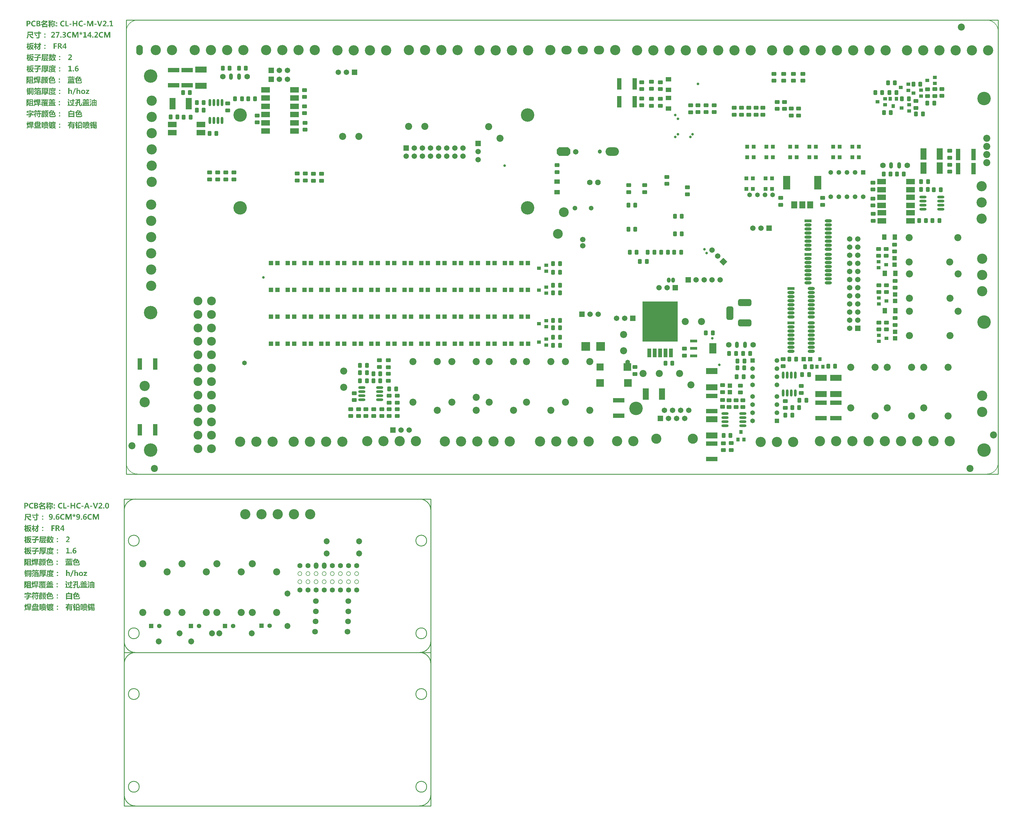
<source format=gts>
%FSLAX24Y24*%
%MOIN*%
G70*
G01*
G75*
G04 Layer_Color=8388736*
%ADD10R,0.0500X0.0500*%
%ADD11C,0.0394*%
G04:AMPARAMS|DCode=12|XSize=40mil|YSize=50mil|CornerRadius=6mil|HoleSize=0mil|Usage=FLASHONLY|Rotation=0.000|XOffset=0mil|YOffset=0mil|HoleType=Round|Shape=RoundedRectangle|*
%AMROUNDEDRECTD12*
21,1,0.0400,0.0380,0,0,0.0*
21,1,0.0280,0.0500,0,0,0.0*
1,1,0.0120,0.0140,-0.0190*
1,1,0.0120,-0.0140,-0.0190*
1,1,0.0120,-0.0140,0.0190*
1,1,0.0120,0.0140,0.0190*
%
%ADD12ROUNDEDRECTD12*%
%ADD13R,0.0472X0.1339*%
%ADD14R,0.0472X0.1339*%
G04:AMPARAMS|DCode=15|XSize=40mil|YSize=50mil|CornerRadius=6mil|HoleSize=0mil|Usage=FLASHONLY|Rotation=270.000|XOffset=0mil|YOffset=0mil|HoleType=Round|Shape=RoundedRectangle|*
%AMROUNDEDRECTD15*
21,1,0.0400,0.0380,0,0,270.0*
21,1,0.0280,0.0500,0,0,270.0*
1,1,0.0120,-0.0190,-0.0140*
1,1,0.0120,-0.0190,0.0140*
1,1,0.0120,0.0190,0.0140*
1,1,0.0120,0.0190,-0.0140*
%
%ADD15ROUNDEDRECTD15*%
%ADD16R,0.0374X0.0354*%
%ADD17R,0.0374X0.0354*%
%ADD18O,0.1575X0.0984*%
G04:AMPARAMS|DCode=19|XSize=98.4mil|YSize=157.5mil|CornerRadius=0mil|HoleSize=0mil|Usage=FLASHONLY|Rotation=270.000|XOffset=0mil|YOffset=0mil|HoleType=Round|Shape=Octagon|*
%AMOCTAGOND19*
4,1,8,0.0787,0.0246,0.0787,-0.0246,0.0541,-0.0492,-0.0541,-0.0492,-0.0787,-0.0246,-0.0787,0.0246,-0.0541,0.0492,0.0541,0.0492,0.0787,0.0246,0.0*
%
%ADD19OCTAGOND19*%

%ADD20O,0.0800X0.0240*%
%ADD21O,0.0240X0.0800*%
%ADD22R,0.0984X0.0591*%
%ADD23R,0.0984X0.0591*%
%ADD24R,0.1339X0.0472*%
%ADD25R,0.1339X0.0472*%
%ADD26R,0.0700X0.1339*%
%ADD27R,0.1339X0.0700*%
%ADD28R,0.0354X0.0374*%
%ADD29R,0.0354X0.0374*%
%ADD30R,0.0500X0.0500*%
%ADD31R,0.0500X0.0600*%
%ADD32R,0.0600X0.0500*%
%ADD33R,0.0866X0.0866*%
%ADD34R,0.0787X0.0787*%
%ADD35R,0.0421X0.0984*%
%ADD36R,0.4252X0.4886*%
%ADD37R,0.0787X0.0276*%
%ADD38R,0.0787X0.1181*%
%ADD39O,0.0800X0.0300*%
%ADD40R,0.0800X0.0300*%
%ADD41R,0.1000X0.1000*%
%ADD42C,0.0400*%
%ADD43C,0.0100*%
%ADD44C,0.0200*%
%ADD45C,0.0300*%
%ADD46C,0.0150*%
%ADD47C,0.0250*%
%ADD48C,0.0500*%
%ADD49C,0.1181*%
%ADD50C,0.0120*%
%ADD51C,0.0180*%
%ADD52C,0.0350*%
%ADD53C,0.0320*%
%ADD54C,0.0600*%
%ADD55C,0.0050*%
%ADD56C,0.0060*%
%ADD57O,0.0400X0.0550*%
%ADD58C,0.1575*%
%ADD59C,0.0500*%
%ADD60R,0.0787X0.1575*%
%ADD61R,0.0650X0.0800*%
%ADD62C,0.1181*%
%ADD63O,0.1181X0.1000*%
%ADD64R,0.0591X0.0591*%
%ADD65C,0.0591*%
%ADD66C,0.0591*%
%ADD67R,0.0591X0.0591*%
%ADD68C,0.0787*%
%ADD69C,0.0600*%
%ADD70P,0.0649X8X202.5*%
%ADD71C,0.0433*%
%ADD72O,0.0400X0.0700*%
%ADD73R,0.0591X0.0591*%
%ADD74R,0.0394X0.0394*%
%ADD75O,0.0750X0.1181*%
%ADD76C,0.0787*%
%ADD77C,0.1000*%
G04:AMPARAMS|DCode=78|XSize=78.7mil|YSize=157.5mil|CornerRadius=19.7mil|HoleSize=0mil|Usage=FLASHONLY|Rotation=180.000|XOffset=0mil|YOffset=0mil|HoleType=Round|Shape=RoundedRectangle|*
%AMROUNDEDRECTD78*
21,1,0.0787,0.1181,0,0,180.0*
21,1,0.0394,0.1575,0,0,180.0*
1,1,0.0394,-0.0197,0.0591*
1,1,0.0394,0.0197,0.0591*
1,1,0.0394,0.0197,-0.0591*
1,1,0.0394,-0.0197,-0.0591*
%
%ADD78ROUNDEDRECTD78*%
G04:AMPARAMS|DCode=79|XSize=157.5mil|YSize=78.7mil|CornerRadius=19.7mil|HoleSize=0mil|Usage=FLASHONLY|Rotation=180.000|XOffset=0mil|YOffset=0mil|HoleType=Round|Shape=RoundedRectangle|*
%AMROUNDEDRECTD79*
21,1,0.1575,0.0394,0,0,180.0*
21,1,0.1181,0.0787,0,0,180.0*
1,1,0.0394,-0.0591,0.0197*
1,1,0.0394,0.0591,0.0197*
1,1,0.0394,0.0591,-0.0197*
1,1,0.0394,-0.0591,-0.0197*
%
%ADD79ROUNDEDRECTD79*%
%ADD80C,0.1161*%
%ADD81P,0.0835X4X180.0*%
%ADD82C,0.0650*%
%ADD83C,0.0630*%
%ADD84C,0.0550*%
%ADD85O,0.0500X0.0700*%
%ADD86R,0.0472X0.0472*%
%ADD87C,0.0472*%
%ADD88C,0.0250*%
%ADD89C,0.0200*%
%ADD90O,0.0300X0.0900*%
%ADD91R,0.0300X0.0900*%
%ADD92O,0.0300X0.0800*%
%ADD93R,0.0300X0.0800*%
%ADD94O,0.0095X0.0700*%
%ADD95O,0.0700X0.0095*%
%ADD96R,0.0700X0.0095*%
%ADD97C,0.0160*%
%ADD98C,0.0800*%
%ADD99C,0.0315*%
%ADD100C,0.0080*%
%ADD101C,0.0098*%
%ADD102C,0.0070*%
%ADD103C,0.0197*%
%ADD104C,0.0079*%
%ADD105C,0.0039*%
%ADD106C,0.0040*%
%ADD107C,0.0010*%
%ADD108C,0.0061*%
%ADD109C,0.0020*%
%ADD110R,0.0153X0.1575*%
%ADD111R,0.0153X0.1575*%
%ADD112R,0.0153X0.1575*%
%ADD113R,0.1575X0.0153*%
%ADD114R,0.0358X0.3629*%
%ADD115R,0.0358X0.3629*%
%ADD116R,0.0750X0.0250*%
%ADD117R,0.0250X0.0750*%
%ADD118R,0.1575X0.0153*%
%ADD119R,0.1575X0.0153*%
%ADD120R,0.0256X0.1329*%
%ADD121R,0.0211X0.0887*%
%ADD122R,0.0050X0.0887*%
%ADD123C,0.1200*%
%ADD124C,0.0866*%
%ADD125R,0.0580X0.0580*%
%ADD126C,0.0474*%
G04:AMPARAMS|DCode=127|XSize=48mil|YSize=58mil|CornerRadius=10mil|HoleSize=0mil|Usage=FLASHONLY|Rotation=0.000|XOffset=0mil|YOffset=0mil|HoleType=Round|Shape=RoundedRectangle|*
%AMROUNDEDRECTD127*
21,1,0.0480,0.0380,0,0,0.0*
21,1,0.0280,0.0580,0,0,0.0*
1,1,0.0200,0.0140,-0.0190*
1,1,0.0200,-0.0140,-0.0190*
1,1,0.0200,-0.0140,0.0190*
1,1,0.0200,0.0140,0.0190*
%
%ADD127ROUNDEDRECTD127*%
%ADD128R,0.0552X0.1419*%
%ADD129R,0.0552X0.1419*%
G04:AMPARAMS|DCode=130|XSize=48mil|YSize=58mil|CornerRadius=10mil|HoleSize=0mil|Usage=FLASHONLY|Rotation=270.000|XOffset=0mil|YOffset=0mil|HoleType=Round|Shape=RoundedRectangle|*
%AMROUNDEDRECTD130*
21,1,0.0480,0.0380,0,0,270.0*
21,1,0.0280,0.0580,0,0,270.0*
1,1,0.0200,-0.0190,-0.0140*
1,1,0.0200,-0.0190,0.0140*
1,1,0.0200,0.0190,0.0140*
1,1,0.0200,0.0190,-0.0140*
%
%ADD130ROUNDEDRECTD130*%
%ADD131R,0.0454X0.0434*%
%ADD132R,0.0454X0.0434*%
%ADD133O,0.1655X0.1064*%
G04:AMPARAMS|DCode=134|XSize=106.4mil|YSize=165.5mil|CornerRadius=0mil|HoleSize=0mil|Usage=FLASHONLY|Rotation=270.000|XOffset=0mil|YOffset=0mil|HoleType=Round|Shape=Octagon|*
%AMOCTAGOND134*
4,1,8,0.0827,0.0266,0.0827,-0.0266,0.0561,-0.0532,-0.0561,-0.0532,-0.0827,-0.0266,-0.0827,0.0266,-0.0561,0.0532,0.0561,0.0532,0.0827,0.0266,0.0*
%
%ADD134OCTAGOND134*%

%ADD135O,0.0880X0.0320*%
%ADD136O,0.0320X0.0880*%
%ADD137R,0.1064X0.0671*%
%ADD138R,0.1064X0.0671*%
%ADD139R,0.1419X0.0552*%
%ADD140R,0.1419X0.0552*%
%ADD141R,0.0780X0.1419*%
%ADD142R,0.1419X0.0780*%
%ADD143R,0.0434X0.0454*%
%ADD144R,0.0434X0.0454*%
%ADD145R,0.0580X0.0580*%
%ADD146R,0.0580X0.0680*%
%ADD147R,0.0680X0.0580*%
%ADD148R,0.0946X0.0946*%
%ADD149R,0.0867X0.0867*%
%ADD150R,0.0501X0.1064*%
%ADD151R,0.4332X0.4966*%
%ADD152R,0.0867X0.0356*%
%ADD153R,0.0867X0.1261*%
%ADD154O,0.0880X0.0380*%
%ADD155R,0.0880X0.0380*%
%ADD156R,0.1080X0.1080*%
%ADD157O,0.0480X0.0630*%
%ADD158C,0.1655*%
%ADD159C,0.0580*%
%ADD160R,0.0867X0.1655*%
%ADD161R,0.0730X0.0880*%
%ADD162C,0.1261*%
%ADD163O,0.1261X0.1080*%
%ADD164R,0.0671X0.0671*%
%ADD165C,0.0671*%
%ADD166C,0.0671*%
%ADD167R,0.0671X0.0671*%
%ADD168C,0.0867*%
%ADD169C,0.0680*%
%ADD170P,0.0736X8X202.5*%
%ADD171C,0.0513*%
%ADD172O,0.0480X0.0780*%
%ADD173R,0.0671X0.0671*%
%ADD174R,0.0474X0.0474*%
%ADD175O,0.0830X0.1261*%
%ADD176C,0.0867*%
%ADD177C,0.1080*%
G04:AMPARAMS|DCode=178|XSize=86.7mil|YSize=165.5mil|CornerRadius=23.7mil|HoleSize=0mil|Usage=FLASHONLY|Rotation=180.000|XOffset=0mil|YOffset=0mil|HoleType=Round|Shape=RoundedRectangle|*
%AMROUNDEDRECTD178*
21,1,0.0867,0.1181,0,0,180.0*
21,1,0.0394,0.1655,0,0,180.0*
1,1,0.0474,-0.0197,0.0591*
1,1,0.0474,0.0197,0.0591*
1,1,0.0474,0.0197,-0.0591*
1,1,0.0474,-0.0197,-0.0591*
%
%ADD178ROUNDEDRECTD178*%
G04:AMPARAMS|DCode=179|XSize=165.5mil|YSize=86.7mil|CornerRadius=23.7mil|HoleSize=0mil|Usage=FLASHONLY|Rotation=180.000|XOffset=0mil|YOffset=0mil|HoleType=Round|Shape=RoundedRectangle|*
%AMROUNDEDRECTD179*
21,1,0.1655,0.0394,0,0,180.0*
21,1,0.1181,0.0867,0,0,180.0*
1,1,0.0474,-0.0591,0.0197*
1,1,0.0474,0.0591,0.0197*
1,1,0.0474,0.0591,-0.0197*
1,1,0.0474,-0.0591,-0.0197*
%
%ADD179ROUNDEDRECTD179*%
%ADD180C,0.1241*%
%ADD181P,0.0948X4X180.0*%
%ADD182C,0.0730*%
%ADD183C,0.0710*%
%ADD184C,0.0630*%
%ADD185O,0.0580X0.0780*%
%ADD186R,0.0552X0.0552*%
%ADD187C,0.0552*%
%ADD188C,0.0330*%
G36*
X-1328Y95057D02*
X-1574D01*
Y94880D01*
X-1348D01*
Y94761D01*
X-1574D01*
Y94490D01*
X-1720D01*
Y95177D01*
X-1328D01*
Y95057D01*
D02*
G37*
G36*
X-2784Y94624D02*
X-2777Y94623D01*
X-2768Y94620D01*
X-2759Y94617D01*
X-2749Y94611D01*
X-2740Y94603D01*
X-2739Y94602D01*
X-2737Y94600D01*
X-2732Y94596D01*
X-2728Y94589D01*
X-2723Y94581D01*
X-2719Y94572D01*
X-2717Y94562D01*
X-2716Y94551D01*
Y94550D01*
Y94547D01*
X-2717Y94540D01*
X-2719Y94533D01*
X-2721Y94526D01*
X-2726Y94517D01*
X-2732Y94508D01*
X-2740Y94500D01*
X-2741Y94499D01*
X-2744Y94497D01*
X-2749Y94493D01*
X-2756Y94490D01*
X-2764Y94486D01*
X-2773Y94482D01*
X-2784Y94480D01*
X-2797Y94479D01*
X-2802D01*
X-2809Y94480D01*
X-2817Y94481D01*
X-2826Y94484D01*
X-2836Y94488D01*
X-2846Y94493D01*
X-2854Y94500D01*
X-2856Y94501D01*
X-2858Y94503D01*
X-2862Y94508D01*
X-2866Y94514D01*
X-2870Y94522D01*
X-2874Y94530D01*
X-2877Y94540D01*
X-2878Y94551D01*
Y94552D01*
Y94557D01*
X-2877Y94562D01*
X-2874Y94569D01*
X-2872Y94578D01*
X-2868Y94587D01*
X-2862Y94596D01*
X-2854Y94603D01*
X-2853Y94604D01*
X-2850Y94607D01*
X-2846Y94610D01*
X-2839Y94614D01*
X-2830Y94619D01*
X-2820Y94622D01*
X-2809Y94624D01*
X-2797Y94626D01*
X-2791D01*
X-2784Y94624D01*
D02*
G37*
G36*
X-4182Y95108D02*
X-4183D01*
X-4189Y95107D01*
X-4197Y95105D01*
X-4209Y95103D01*
X-4223Y95101D01*
X-4242Y95098D01*
X-4263Y95095D01*
X-4288Y95092D01*
X-4315Y95089D01*
X-4347Y95085D01*
X-4380Y95081D01*
X-4418Y95078D01*
X-4458Y95074D01*
X-4501Y95071D01*
X-4548Y95068D01*
X-4597Y95064D01*
Y94980D01*
X-4208D01*
Y94867D01*
Y94864D01*
X-4210Y94860D01*
X-4212Y94851D01*
X-4215Y94840D01*
X-4220Y94826D01*
X-4225Y94810D01*
X-4232Y94792D01*
X-4239Y94772D01*
X-4248Y94751D01*
X-4257Y94728D01*
X-4279Y94681D01*
X-4304Y94634D01*
X-4333Y94588D01*
X-4332Y94587D01*
X-4330Y94586D01*
X-4327Y94582D01*
X-4321Y94578D01*
X-4314Y94572D01*
X-4307Y94567D01*
X-4298Y94560D01*
X-4287Y94553D01*
X-4263Y94539D01*
X-4235Y94524D01*
X-4204Y94511D01*
X-4171Y94500D01*
Y94499D01*
X-4173Y94498D01*
X-4175Y94494D01*
X-4178Y94490D01*
X-4182Y94484D01*
X-4187Y94478D01*
X-4197Y94462D01*
X-4209Y94442D01*
X-4222Y94420D01*
X-4237Y94394D01*
X-4251Y94367D01*
X-4252Y94368D01*
X-4255Y94369D01*
X-4260Y94372D01*
X-4267Y94376D01*
X-4274Y94381D01*
X-4284Y94387D01*
X-4294Y94393D01*
X-4307Y94401D01*
X-4332Y94420D01*
X-4359Y94441D01*
X-4387Y94466D01*
X-4413Y94492D01*
X-4414Y94491D01*
X-4417Y94489D01*
X-4421Y94486D01*
X-4427Y94480D01*
X-4433Y94474D01*
X-4442Y94467D01*
X-4451Y94459D01*
X-4462Y94450D01*
X-4474Y94440D01*
X-4488Y94430D01*
X-4517Y94409D01*
X-4549Y94388D01*
X-4583Y94368D01*
Y94369D01*
X-4584Y94371D01*
X-4587Y94374D01*
X-4589Y94379D01*
X-4595Y94390D01*
X-4604Y94406D01*
X-4615Y94423D01*
X-4627Y94442D01*
X-4652Y94481D01*
X-4651Y94482D01*
X-4648Y94483D01*
X-4643Y94486D01*
X-4637Y94489D01*
X-4628Y94493D01*
X-4619Y94499D01*
X-4608Y94506D01*
X-4597Y94512D01*
X-4571Y94528D01*
X-4544Y94547D01*
X-4517Y94568D01*
X-4490Y94591D01*
X-4491Y94592D01*
X-4492Y94596D01*
X-4495Y94600D01*
X-4499Y94607D01*
X-4503Y94614D01*
X-4509Y94624D01*
X-4514Y94636D01*
X-4521Y94648D01*
X-4528Y94662D01*
X-4535Y94678D01*
X-4550Y94711D01*
X-4564Y94748D01*
X-4578Y94788D01*
X-4491Y94867D01*
X-4597D01*
Y94792D01*
Y94791D01*
Y94789D01*
Y94786D01*
Y94781D01*
Y94776D01*
X-4598Y94768D01*
Y94760D01*
X-4599Y94750D01*
X-4601Y94729D01*
X-4603Y94703D01*
X-4608Y94676D01*
X-4613Y94644D01*
X-4621Y94612D01*
X-4630Y94578D01*
X-4640Y94542D01*
X-4653Y94507D01*
X-4669Y94470D01*
X-4687Y94434D01*
X-4708Y94400D01*
X-4731Y94367D01*
Y94368D01*
X-4733Y94369D01*
X-4739Y94376D01*
X-4748Y94387D01*
X-4759Y94400D01*
X-4772Y94416D01*
X-4788Y94433D01*
X-4803Y94450D01*
X-4821Y94468D01*
X-4820Y94469D01*
X-4817Y94473D01*
X-4811Y94481D01*
X-4803Y94492D01*
X-4795Y94506D01*
X-4787Y94522D01*
X-4777Y94541D01*
X-4765Y94563D01*
X-4755Y94588D01*
X-4745Y94616D01*
X-4737Y94647D01*
X-4728Y94680D01*
X-4721Y94716D01*
X-4715Y94754D01*
X-4712Y94796D01*
X-4711Y94840D01*
Y95180D01*
X-4703D01*
X-4697Y95181D01*
X-4681D01*
X-4670Y95182D01*
X-4659Y95183D01*
X-4645D01*
X-4632Y95184D01*
X-4601Y95187D01*
X-4568Y95189D01*
X-4531Y95191D01*
X-4492Y95194D01*
X-4452Y95198D01*
X-4370Y95205D01*
X-4330Y95210D01*
X-4291Y95215D01*
X-4254Y95221D01*
X-4221Y95227D01*
X-4182Y95108D01*
D02*
G37*
G36*
X-3360Y95091D02*
X-3264D01*
Y94973D01*
X-3360D01*
Y94528D01*
Y94527D01*
Y94524D01*
Y94521D01*
Y94517D01*
X-3361Y94504D01*
X-3364Y94489D01*
X-3368Y94472D01*
X-3373Y94454D01*
X-3381Y94438D01*
X-3392Y94423D01*
X-3393Y94422D01*
X-3398Y94418D01*
X-3406Y94411D01*
X-3416Y94404D01*
X-3428Y94398D01*
X-3443Y94391D01*
X-3461Y94387D01*
X-3481Y94384D01*
X-3491D01*
X-3498Y94383D01*
X-3523D01*
X-3534Y94382D01*
X-3577D01*
X-3593Y94381D01*
X-3652D01*
Y94382D01*
Y94384D01*
X-3653Y94388D01*
X-3654Y94392D01*
X-3657Y94404D01*
X-3660Y94420D01*
X-3664Y94439D01*
X-3670Y94460D01*
X-3676Y94482D01*
X-3682Y94506D01*
X-3671D01*
X-3666Y94504D01*
X-3643D01*
X-3623Y94503D01*
X-3601D01*
X-3578Y94502D01*
X-3546D01*
X-3541Y94503D01*
X-3531Y94506D01*
X-3518Y94510D01*
X-3506Y94518D01*
X-3500Y94523D01*
X-3494Y94530D01*
X-3491Y94538D01*
X-3488Y94547D01*
X-3486Y94557D01*
X-3484Y94568D01*
Y94859D01*
X-3486Y94858D01*
X-3488Y94854D01*
X-3490Y94850D01*
X-3496Y94838D01*
X-3504Y94822D01*
X-3516Y94802D01*
X-3530Y94780D01*
X-3546Y94756D01*
X-3562Y94728D01*
X-3582Y94699D01*
X-3603Y94669D01*
X-3627Y94638D01*
X-3652Y94607D01*
X-3678Y94576D01*
X-3707Y94544D01*
X-3736Y94514D01*
X-3767Y94487D01*
Y94488D01*
X-3769Y94489D01*
X-3771Y94492D01*
X-3774Y94497D01*
X-3783Y94508D01*
X-3794Y94521D01*
X-3808Y94538D01*
X-3822Y94556D01*
X-3854Y94591D01*
X-3853D01*
X-3852Y94593D01*
X-3846Y94598D01*
X-3835Y94606D01*
X-3823Y94618D01*
X-3807Y94632D01*
X-3788Y94649D01*
X-3768Y94670D01*
X-3744Y94692D01*
X-3721Y94719D01*
X-3696Y94748D01*
X-3671Y94779D01*
X-3644Y94813D01*
X-3619Y94849D01*
X-3594Y94889D01*
X-3570Y94930D01*
X-3548Y94973D01*
X-3739D01*
Y95091D01*
X-3484D01*
Y95242D01*
X-3360D01*
Y95091D01*
D02*
G37*
G36*
X-207Y94742D02*
X-124D01*
Y94640D01*
X-207D01*
Y94490D01*
X-338D01*
Y94640D01*
X-640D01*
Y94731D01*
X-349Y95177D01*
X-207D01*
Y94742D01*
D02*
G37*
G36*
X-949Y95175D02*
X-932Y95173D01*
X-915Y95171D01*
X-894Y95167D01*
X-871Y95161D01*
X-848Y95153D01*
X-826Y95143D01*
X-804Y95131D01*
X-782Y95115D01*
X-764Y95098D01*
X-748Y95077D01*
X-736Y95051D01*
X-731Y95038D01*
X-728Y95023D01*
X-727Y95007D01*
X-726Y94990D01*
Y94989D01*
Y94987D01*
Y94983D01*
X-727Y94978D01*
Y94972D01*
X-728Y94965D01*
X-731Y94949D01*
X-736Y94930D01*
X-744Y94910D01*
X-754Y94890D01*
X-767Y94870D01*
X-769Y94868D01*
X-775Y94862D01*
X-784Y94853D01*
X-797Y94842D01*
X-812Y94831D01*
X-832Y94819D01*
X-855Y94809D01*
X-880Y94800D01*
Y94798D01*
X-879D01*
X-878Y94797D01*
X-871Y94794D01*
X-862Y94788D01*
X-849Y94779D01*
X-841Y94772D01*
X-834Y94766D01*
X-825Y94757D01*
X-816Y94747D01*
X-806Y94736D01*
X-796Y94723D01*
X-786Y94709D01*
X-775Y94693D01*
X-646Y94490D01*
X-814D01*
X-921Y94668D01*
Y94669D01*
X-922Y94670D01*
X-927Y94677D01*
X-934Y94687D01*
X-940Y94698D01*
X-949Y94710D01*
X-959Y94721D01*
X-968Y94731D01*
X-977Y94739D01*
X-978Y94740D01*
X-980Y94741D01*
X-985Y94744D01*
X-990Y94748D01*
X-1005Y94753D01*
X-1012Y94754D01*
X-1021Y94756D01*
X-1066D01*
Y94490D01*
X-1212D01*
Y95177D01*
X-960D01*
X-949Y95175D01*
D02*
G37*
G36*
X-4827Y93693D02*
X-4733D01*
Y93576D01*
X-4827D01*
Y93496D01*
X-4825D01*
X-4824Y93495D01*
X-4818Y93492D01*
X-4807Y93486D01*
X-4792Y93479D01*
X-4775Y93470D01*
X-4757Y93460D01*
X-4737Y93449D01*
X-4714Y93436D01*
X-4770Y93335D01*
X-4771Y93336D01*
X-4774Y93339D01*
X-4780Y93342D01*
X-4787Y93346D01*
X-4795Y93352D01*
X-4805Y93357D01*
X-4827Y93371D01*
Y92992D01*
X-4942D01*
Y93330D01*
X-4943Y93328D01*
X-4945Y93323D01*
X-4948Y93317D01*
X-4951Y93310D01*
X-4955Y93302D01*
X-4960Y93292D01*
X-4964Y93281D01*
X-4976Y93258D01*
X-4990Y93231D01*
X-5005Y93202D01*
X-5023Y93173D01*
Y93174D01*
X-5024Y93178D01*
Y93182D01*
X-5025Y93188D01*
X-5028Y93195D01*
X-5029Y93204D01*
X-5031Y93214D01*
X-5033Y93225D01*
X-5038Y93250D01*
X-5043Y93275D01*
X-5049Y93303D01*
X-5055Y93330D01*
X-5054Y93331D01*
X-5052Y93335D01*
X-5048Y93343D01*
X-5042Y93352D01*
X-5035Y93363D01*
X-5029Y93378D01*
X-5020Y93392D01*
X-5011Y93410D01*
X-5002Y93427D01*
X-4993Y93447D01*
X-4974Y93489D01*
X-4958Y93532D01*
X-4950Y93554D01*
X-4943Y93576D01*
X-5046D01*
Y93693D01*
X-4942D01*
Y93856D01*
X-4827D01*
Y93693D01*
D02*
G37*
G36*
X-3331Y93697D02*
X-3624Y93522D01*
Y93473D01*
X-3268D01*
Y93353D01*
X-3624D01*
Y93183D01*
Y93182D01*
Y93179D01*
Y93174D01*
X-3626Y93169D01*
Y93161D01*
X-3627Y93152D01*
X-3629Y93133D01*
X-3634Y93111D01*
X-3641Y93089D01*
X-3651Y93068D01*
X-3664Y93049D01*
X-3667Y93046D01*
X-3672Y93042D01*
X-3681Y93034D01*
X-3694Y93026D01*
X-3712Y93019D01*
X-3733Y93011D01*
X-3759Y93006D01*
X-3789Y93004D01*
X-3952Y93005D01*
Y93006D01*
X-3953Y93009D01*
Y93012D01*
X-3954Y93016D01*
X-3955Y93023D01*
X-3958Y93030D01*
X-3961Y93048D01*
X-3967Y93068D01*
X-3972Y93090D01*
X-3979Y93114D01*
X-3985Y93140D01*
X-3982D01*
X-3978Y93139D01*
X-3972D01*
X-3964Y93138D01*
X-3957D01*
X-3947Y93136D01*
X-3937Y93135D01*
X-3913Y93134D01*
X-3887Y93132D01*
X-3860Y93131D01*
X-3826D01*
X-3821Y93132D01*
X-3809Y93135D01*
X-3796Y93141D01*
X-3788Y93144D01*
X-3781Y93150D01*
X-3776Y93156D01*
X-3770Y93164D01*
X-3765Y93173D01*
X-3762Y93183D01*
X-3760Y93195D01*
X-3759Y93209D01*
Y93353D01*
X-4139D01*
Y93473D01*
X-3759D01*
Y93577D01*
X-3543Y93697D01*
X-4079D01*
Y93815D01*
X-3331D01*
Y93697D01*
D02*
G37*
G36*
X321Y93806D02*
X330D01*
X340Y93805D01*
X362Y93801D01*
X387Y93795D01*
X414Y93785D01*
X441Y93773D01*
X453Y93764D01*
X464Y93755D01*
X465Y93754D01*
X466Y93753D01*
X470Y93750D01*
X473Y93746D01*
X479Y93741D01*
X483Y93734D01*
X494Y93719D01*
X505Y93697D01*
X515Y93673D01*
X522Y93644D01*
X523Y93629D01*
X524Y93612D01*
Y93611D01*
Y93606D01*
X523Y93600D01*
X522Y93591D01*
X520Y93580D01*
X516Y93567D01*
X512Y93552D01*
X506Y93535D01*
X499Y93517D01*
X489Y93497D01*
X476Y93476D01*
X462Y93455D01*
X445Y93432D01*
X426Y93409D01*
X403Y93384D01*
X377Y93360D01*
X234Y93230D01*
Y93228D01*
X519D01*
Y93109D01*
X70D01*
Y93221D01*
X267Y93411D01*
X269Y93412D01*
X270Y93413D01*
X273Y93416D01*
X277Y93421D01*
X289Y93432D01*
X302Y93445D01*
X316Y93461D01*
X331Y93477D01*
X343Y93494D01*
X354Y93510D01*
X355Y93512D01*
X359Y93516D01*
X362Y93525D01*
X367Y93535D01*
X372Y93549D01*
X375Y93563D01*
X379Y93579D01*
X380Y93594D01*
Y93595D01*
Y93599D01*
X379Y93603D01*
Y93610D01*
X376Y93616D01*
X374Y93625D01*
X371Y93634D01*
X366Y93643D01*
X361Y93652D01*
X354Y93661D01*
X345Y93670D01*
X335Y93676D01*
X323Y93683D01*
X309Y93687D01*
X293Y93691D01*
X274Y93692D01*
X265D01*
X259Y93691D01*
X251Y93690D01*
X242Y93689D01*
X231Y93686D01*
X220Y93683D01*
X193Y93674D01*
X180Y93669D01*
X164Y93662D01*
X150Y93654D01*
X134Y93644D01*
X119Y93633D01*
X103Y93621D01*
Y93749D01*
X104Y93750D01*
X107Y93751D01*
X112Y93754D01*
X119Y93757D01*
X127Y93762D01*
X137Y93767D01*
X149Y93773D01*
X162Y93779D01*
X175Y93783D01*
X191Y93789D01*
X207Y93794D01*
X225Y93799D01*
X263Y93805D01*
X283Y93806D01*
X304Y93807D01*
X314D01*
X321Y93806D01*
D02*
G37*
G36*
X-1632Y93856D02*
Y93855D01*
X-1633Y93853D01*
X-1635Y93850D01*
X-1636Y93844D01*
X-1637Y93839D01*
X-1639Y93831D01*
X-1643Y93814D01*
X-1649Y93794D01*
X-1656Y93772D01*
X-1662Y93749D01*
X-1670Y93724D01*
X-1448D01*
Y93616D01*
X-1484D01*
Y93615D01*
Y93614D01*
Y93611D01*
X-1485Y93606D01*
Y93601D01*
X-1486Y93594D01*
X-1488Y93577D01*
X-1490Y93557D01*
X-1494Y93534D01*
X-1498Y93507D01*
X-1504Y93480D01*
X-1509Y93450D01*
X-1517Y93419D01*
X-1525Y93386D01*
X-1535Y93354D01*
X-1545Y93322D01*
X-1556Y93290D01*
X-1569Y93259D01*
X-1584Y93230D01*
X-1582Y93229D01*
X-1581Y93226D01*
X-1578Y93223D01*
X-1574Y93219D01*
X-1568Y93213D01*
X-1561Y93206D01*
X-1545Y93191D01*
X-1525Y93173D01*
X-1501Y93153D01*
X-1475Y93134D01*
X-1445Y93115D01*
X-1446Y93114D01*
X-1450Y93109D01*
X-1457Y93100D01*
X-1466Y93088D01*
X-1478Y93072D01*
X-1490Y93052D01*
X-1506Y93028D01*
X-1514Y93013D01*
X-1521Y92999D01*
X-1522Y93000D01*
X-1525Y93001D01*
X-1529Y93004D01*
X-1535Y93008D01*
X-1541Y93013D01*
X-1549Y93019D01*
X-1567Y93034D01*
X-1588Y93052D01*
X-1611Y93073D01*
X-1633Y93098D01*
X-1656Y93123D01*
X-1657Y93122D01*
X-1659Y93120D01*
X-1663Y93115D01*
X-1669Y93109D01*
X-1676Y93102D01*
X-1683Y93093D01*
X-1693Y93084D01*
X-1705Y93074D01*
X-1717Y93063D01*
X-1729Y93052D01*
X-1758Y93030D01*
X-1790Y93006D01*
X-1826Y92985D01*
Y92986D01*
X-1827Y92988D01*
X-1832Y92994D01*
X-1839Y93004D01*
X-1849Y93016D01*
X-1861Y93031D01*
X-1875Y93048D01*
X-1890Y93064D01*
X-1906Y93081D01*
X-1937Y93029D01*
X-1938D01*
X-1939Y93030D01*
X-1942Y93032D01*
X-1946Y93034D01*
X-1957Y93040D01*
X-1971Y93049D01*
X-1989Y93058D01*
X-2009Y93068D01*
X-2030Y93080D01*
X-2053Y93091D01*
X-2055Y93090D01*
X-2058Y93088D01*
X-2063Y93085D01*
X-2070Y93081D01*
X-2080Y93075D01*
X-2091Y93069D01*
X-2105Y93062D01*
X-2119Y93055D01*
X-2135Y93048D01*
X-2152Y93040D01*
X-2171Y93032D01*
X-2192Y93025D01*
X-2213Y93018D01*
X-2237Y93011D01*
X-2286Y92999D01*
Y93000D01*
X-2287Y93001D01*
X-2289Y93008D01*
X-2292Y93018D01*
X-2298Y93031D01*
X-2305Y93046D01*
X-2312Y93065D01*
X-2322Y93085D01*
X-2333Y93108D01*
X-2329D01*
X-2325Y93109D01*
X-2318Y93110D01*
X-2310Y93111D01*
X-2300Y93112D01*
X-2290Y93113D01*
X-2278Y93115D01*
X-2252Y93121D01*
X-2226Y93126D01*
X-2197Y93134D01*
X-2170Y93144D01*
X-2171D01*
X-2172Y93145D01*
X-2176Y93146D01*
X-2181Y93149D01*
X-2187Y93151D01*
X-2193Y93154D01*
X-2209Y93161D01*
X-2228Y93170D01*
X-2250Y93179D01*
X-2273Y93189D01*
X-2299Y93199D01*
X-2298Y93201D01*
X-2293Y93206D01*
X-2288Y93215D01*
X-2281Y93226D01*
X-2272Y93240D01*
X-2263Y93254D01*
X-2245Y93286D01*
X-2318D01*
Y93378D01*
X-2201D01*
X-2200Y93379D01*
X-2199Y93384D01*
X-2196Y93391D01*
X-2192Y93400D01*
X-2189Y93410D01*
X-2185Y93422D01*
X-2176Y93447D01*
X-2128Y93443D01*
Y93529D01*
X-2129Y93527D01*
X-2131Y93525D01*
X-2135Y93522D01*
X-2140Y93516D01*
X-2146Y93511D01*
X-2153Y93503D01*
X-2163Y93495D01*
X-2173Y93486D01*
X-2185Y93476D01*
X-2197Y93466D01*
X-2226Y93445D01*
X-2258Y93422D01*
X-2293Y93400D01*
Y93401D01*
X-2295Y93402D01*
X-2296Y93405D01*
X-2297Y93410D01*
X-2300Y93421D01*
X-2306Y93435D01*
X-2311Y93452D01*
X-2318Y93470D01*
X-2335Y93506D01*
X-2333D01*
X-2330Y93507D01*
X-2326Y93510D01*
X-2320Y93513D01*
X-2312Y93516D01*
X-2303Y93521D01*
X-2292Y93525D01*
X-2281Y93531D01*
X-2257Y93544D01*
X-2230Y93560D01*
X-2202Y93579D01*
X-2176Y93599D01*
X-2308D01*
Y93689D01*
X-2239D01*
Y93690D01*
X-2240Y93691D01*
X-2243Y93697D01*
X-2249Y93706D01*
X-2256Y93720D01*
X-2265Y93734D01*
X-2276Y93752D01*
X-2288Y93770D01*
X-2302Y93790D01*
X-2222Y93840D01*
X-2221Y93839D01*
X-2217Y93834D01*
X-2211Y93825D01*
X-2202Y93815D01*
X-2192Y93801D01*
X-2179Y93783D01*
X-2165Y93761D01*
X-2148Y93736D01*
X-2227Y93689D01*
X-2128D01*
Y93863D01*
X-2016D01*
Y93689D01*
X-1922D01*
X-1996Y93736D01*
Y93737D01*
X-1993Y93739D01*
X-1988Y93745D01*
X-1980Y93756D01*
X-1970Y93770D01*
X-1958Y93786D01*
X-1946Y93804D01*
X-1933Y93823D01*
X-1921Y93843D01*
X-1838Y93793D01*
X-1839Y93791D01*
X-1843Y93784D01*
X-1850Y93774D01*
X-1858Y93761D01*
X-1869Y93745D01*
X-1881Y93727D01*
X-1896Y93709D01*
X-1911Y93689D01*
X-1860D01*
Y93599D01*
X-2016D01*
Y93536D01*
X-1985Y93577D01*
X-1983D01*
X-1982Y93576D01*
X-1979Y93574D01*
X-1975Y93572D01*
X-1965Y93566D01*
X-1950Y93559D01*
X-1935Y93550D01*
X-1917Y93540D01*
X-1880Y93519D01*
X-1879Y93520D01*
X-1877Y93525D01*
X-1873Y93532D01*
X-1868Y93543D01*
X-1861Y93556D01*
X-1855Y93572D01*
X-1846Y93591D01*
X-1837Y93613D01*
X-1827Y93636D01*
X-1817Y93663D01*
X-1807Y93692D01*
X-1796Y93723D01*
X-1786Y93755D01*
X-1775Y93791D01*
X-1765Y93829D01*
X-1755Y93867D01*
X-1632Y93856D01*
D02*
G37*
G36*
X-967Y93605D02*
X-959Y93604D01*
X-950Y93601D01*
X-941Y93597D01*
X-931Y93592D01*
X-922Y93584D01*
X-921Y93583D01*
X-919Y93581D01*
X-915Y93576D01*
X-910Y93570D01*
X-906Y93562D01*
X-901Y93553D01*
X-899Y93543D01*
X-898Y93532D01*
Y93531D01*
Y93526D01*
X-899Y93521D01*
X-901Y93514D01*
X-904Y93505D01*
X-908Y93496D01*
X-914Y93487D01*
X-921Y93479D01*
X-922Y93477D01*
X-926Y93475D01*
X-930Y93472D01*
X-937Y93469D01*
X-946Y93464D01*
X-956Y93461D01*
X-967Y93459D01*
X-979Y93457D01*
X-985D01*
X-991Y93459D01*
X-999Y93460D01*
X-1008Y93463D01*
X-1018Y93466D01*
X-1028Y93472D01*
X-1037Y93479D01*
X-1038Y93480D01*
X-1040Y93483D01*
X-1045Y93487D01*
X-1048Y93494D01*
X-1052Y93502D01*
X-1057Y93511D01*
X-1059Y93521D01*
X-1060Y93532D01*
Y93533D01*
Y93537D01*
X-1059Y93543D01*
X-1057Y93550D01*
X-1055Y93559D01*
X-1050Y93567D01*
X-1045Y93576D01*
X-1037Y93584D01*
X-1036Y93585D01*
X-1032Y93587D01*
X-1027Y93591D01*
X-1020Y93595D01*
X-1012Y93600D01*
X-1002Y93603D01*
X-991Y93605D01*
X-979Y93606D01*
X-974D01*
X-967Y93605D01*
D02*
G37*
G36*
X-2421Y93397D02*
X-2991D01*
Y93499D01*
X-2421D01*
Y93397D01*
D02*
G37*
G36*
X-117Y97377D02*
X140D01*
Y97258D01*
X-264D01*
Y97945D01*
X-117D01*
Y97377D01*
D02*
G37*
G36*
X-3582Y97944D02*
X-3573D01*
X-3562Y97943D01*
X-3550Y97942D01*
X-3538Y97939D01*
X-3510Y97935D01*
X-3481Y97927D01*
X-3453Y97917D01*
X-3441Y97911D01*
X-3429Y97903D01*
X-3428D01*
X-3427Y97901D01*
X-3419Y97895D01*
X-3410Y97885D01*
X-3398Y97873D01*
X-3387Y97855D01*
X-3378Y97835D01*
X-3370Y97812D01*
X-3369Y97798D01*
X-3368Y97785D01*
Y97784D01*
Y97783D01*
Y97779D01*
Y97775D01*
X-3370Y97765D01*
X-3372Y97752D01*
X-3377Y97736D01*
X-3383Y97719D01*
X-3393Y97703D01*
X-3406Y97686D01*
X-3408Y97684D01*
X-3412Y97679D01*
X-3420Y97672D01*
X-3431Y97663D01*
X-3446Y97654D01*
X-3461Y97644D01*
X-3480Y97635D01*
X-3500Y97628D01*
Y97626D01*
X-3497D01*
X-3493Y97625D01*
X-3488Y97624D01*
X-3476Y97621D01*
X-3459Y97616D01*
X-3440Y97609D01*
X-3421Y97599D01*
X-3402Y97588D01*
X-3384Y97573D01*
X-3382Y97571D01*
X-3378Y97565D01*
X-3370Y97555D01*
X-3362Y97543D01*
X-3354Y97526D01*
X-3347Y97507D01*
X-3342Y97486D01*
X-3340Y97462D01*
Y97461D01*
Y97457D01*
Y97453D01*
X-3341Y97446D01*
X-3342Y97438D01*
X-3343Y97429D01*
X-3348Y97408D01*
X-3357Y97384D01*
X-3361Y97372D01*
X-3368Y97359D01*
X-3376Y97347D01*
X-3384Y97335D01*
X-3394Y97324D01*
X-3407Y97313D01*
X-3408Y97312D01*
X-3410Y97311D01*
X-3413Y97308D01*
X-3419Y97304D01*
X-3426Y97301D01*
X-3433Y97296D01*
X-3443Y97291D01*
X-3454Y97286D01*
X-3467Y97281D01*
X-3480Y97276D01*
X-3496Y97271D01*
X-3511Y97267D01*
X-3529Y97264D01*
X-3548Y97261D01*
X-3568Y97259D01*
X-3589Y97258D01*
X-3846D01*
Y97945D01*
X-3590D01*
X-3582Y97944D01*
D02*
G37*
G36*
X-4802D02*
X-4795D01*
X-4779Y97942D01*
X-4759Y97938D01*
X-4738Y97934D01*
X-4714Y97927D01*
X-4690Y97918D01*
X-4667Y97906D01*
X-4643Y97892D01*
X-4622Y97874D01*
X-4602Y97853D01*
X-4585Y97828D01*
X-4579Y97814D01*
X-4573Y97799D01*
X-4569Y97783D01*
X-4565Y97766D01*
X-4563Y97747D01*
X-4562Y97727D01*
Y97726D01*
Y97723D01*
Y97717D01*
X-4563Y97709D01*
X-4564Y97701D01*
X-4567Y97691D01*
X-4569Y97679D01*
X-4572Y97666D01*
X-4575Y97654D01*
X-4581Y97639D01*
X-4588Y97626D01*
X-4594Y97612D01*
X-4604Y97597D01*
X-4614Y97584D01*
X-4627Y97571D01*
X-4640Y97558D01*
X-4641Y97557D01*
X-4643Y97556D01*
X-4648Y97553D01*
X-4654Y97548D01*
X-4661Y97544D01*
X-4671Y97538D01*
X-4681Y97533D01*
X-4693Y97527D01*
X-4707Y97522D01*
X-4721Y97516D01*
X-4738Y97511D01*
X-4754Y97506D01*
X-4772Y97502D01*
X-4792Y97499D01*
X-4812Y97497D01*
X-4909D01*
Y97258D01*
X-5055D01*
Y97945D01*
X-4808D01*
X-4802Y97944D01*
D02*
G37*
G36*
X-1728Y97277D02*
Y97276D01*
Y97275D01*
Y97268D01*
X-1729Y97258D01*
X-1730Y97246D01*
X-1732Y97233D01*
X-1737Y97218D01*
X-1741Y97205D01*
X-1748Y97193D01*
X-1749Y97192D01*
X-1751Y97188D01*
X-1757Y97183D01*
X-1764Y97177D01*
X-1772Y97171D01*
X-1782Y97165D01*
X-1796Y97161D01*
X-1810Y97157D01*
X-1812D01*
X-1818Y97156D01*
X-1829D01*
X-1836Y97155D01*
X-1843D01*
X-1852Y97154D01*
X-1874D01*
X-1887Y97153D01*
X-1949D01*
Y97154D01*
Y97156D01*
X-1950Y97160D01*
Y97164D01*
X-1952Y97175D01*
X-1955Y97191D01*
X-1957Y97208D01*
X-1961Y97228D01*
X-1965Y97247D01*
X-1969Y97267D01*
X-1967D01*
X-1962Y97266D01*
X-1953D01*
X-1943Y97265D01*
X-1931Y97264D01*
X-1918D01*
X-1888Y97263D01*
X-1886D01*
X-1881Y97264D01*
X-1875Y97265D01*
X-1866Y97267D01*
X-1858Y97273D01*
X-1851Y97279D01*
X-1847Y97288D01*
X-1845Y97302D01*
Y97736D01*
X-1728D01*
Y97277D01*
D02*
G37*
G36*
X4338Y97956D02*
X4347D01*
X4357Y97955D01*
X4379Y97951D01*
X4405Y97945D01*
X4431Y97935D01*
X4458Y97923D01*
X4470Y97914D01*
X4481Y97905D01*
X4483Y97904D01*
X4484Y97903D01*
X4487Y97899D01*
X4490Y97896D01*
X4496Y97891D01*
X4500Y97884D01*
X4511Y97868D01*
X4523Y97847D01*
X4533Y97823D01*
X4539Y97794D01*
X4540Y97778D01*
X4541Y97762D01*
Y97761D01*
Y97756D01*
X4540Y97749D01*
X4539Y97741D01*
X4537Y97729D01*
X4534Y97717D01*
X4529Y97702D01*
X4524Y97685D01*
X4516Y97667D01*
X4506Y97647D01*
X4494Y97626D01*
X4479Y97605D01*
X4463Y97582D01*
X4444Y97558D01*
X4420Y97534D01*
X4395Y97509D01*
X4251Y97379D01*
Y97377D01*
X4536D01*
Y97258D01*
X4087D01*
Y97371D01*
X4285Y97561D01*
X4286Y97562D01*
X4287Y97563D01*
X4290Y97566D01*
X4295Y97571D01*
X4306Y97582D01*
X4319Y97595D01*
X4334Y97611D01*
X4348Y97627D01*
X4360Y97644D01*
X4371Y97659D01*
X4373Y97662D01*
X4376Y97666D01*
X4379Y97675D01*
X4385Y97685D01*
X4389Y97698D01*
X4393Y97713D01*
X4396Y97728D01*
X4397Y97744D01*
Y97745D01*
Y97748D01*
X4396Y97753D01*
Y97759D01*
X4394Y97766D01*
X4391Y97775D01*
X4388Y97784D01*
X4384Y97793D01*
X4378Y97802D01*
X4371Y97811D01*
X4363Y97819D01*
X4353Y97826D01*
X4340Y97833D01*
X4326Y97837D01*
X4310Y97841D01*
X4291Y97842D01*
X4283D01*
X4276Y97841D01*
X4268Y97839D01*
X4259Y97838D01*
X4248Y97836D01*
X4237Y97833D01*
X4210Y97824D01*
X4197Y97818D01*
X4181Y97812D01*
X4167Y97804D01*
X4151Y97794D01*
X4136Y97783D01*
X4120Y97771D01*
Y97898D01*
X4121Y97899D01*
X4125Y97901D01*
X4129Y97904D01*
X4136Y97907D01*
X4145Y97912D01*
X4155Y97917D01*
X4166Y97923D01*
X4179Y97928D01*
X4193Y97933D01*
X4208Y97938D01*
X4225Y97944D01*
X4243Y97948D01*
X4280Y97955D01*
X4300Y97956D01*
X4321Y97957D01*
X4331D01*
X4338Y97956D01*
D02*
G37*
G36*
X2982Y97258D02*
X2822D01*
X2770Y97415D01*
X2521D01*
X2469Y97258D01*
X2311D01*
X2563Y97945D01*
X2735D01*
X2982Y97258D01*
D02*
G37*
G36*
X-2784Y94987D02*
X-2777Y94985D01*
X-2768Y94982D01*
X-2759Y94979D01*
X-2749Y94973D01*
X-2740Y94965D01*
X-2739Y94964D01*
X-2737Y94962D01*
X-2732Y94958D01*
X-2728Y94951D01*
X-2723Y94943D01*
X-2719Y94934D01*
X-2717Y94924D01*
X-2716Y94913D01*
Y94912D01*
Y94908D01*
X-2717Y94902D01*
X-2719Y94895D01*
X-2721Y94887D01*
X-2726Y94878D01*
X-2731Y94869D01*
X-2739Y94860D01*
X-2740Y94859D01*
X-2743Y94857D01*
X-2748Y94853D01*
X-2754Y94850D01*
X-2763Y94846D01*
X-2773Y94842D01*
X-2784Y94840D01*
X-2797Y94839D01*
X-2802D01*
X-2809Y94840D01*
X-2817Y94841D01*
X-2826Y94844D01*
X-2836Y94848D01*
X-2846Y94853D01*
X-2854Y94860D01*
X-2856Y94861D01*
X-2858Y94864D01*
X-2862Y94869D01*
X-2866Y94875D01*
X-2870Y94883D01*
X-2874Y94892D01*
X-2877Y94902D01*
X-2878Y94913D01*
Y94914D01*
Y94919D01*
X-2877Y94924D01*
X-2874Y94931D01*
X-2872Y94940D01*
X-2868Y94949D01*
X-2862Y94958D01*
X-2854Y94965D01*
X-2853Y94967D01*
X-2850Y94969D01*
X-2844Y94972D01*
X-2838Y94977D01*
X-2830Y94981D01*
X-2820Y94984D01*
X-2809Y94987D01*
X-2797Y94988D01*
X-2791D01*
X-2784Y94987D01*
D02*
G37*
G36*
X-4827Y95074D02*
X-4733D01*
Y94958D01*
X-4827D01*
Y94878D01*
X-4825D01*
X-4824Y94877D01*
X-4818Y94873D01*
X-4807Y94868D01*
X-4792Y94860D01*
X-4775Y94851D01*
X-4757Y94841D01*
X-4737Y94830D01*
X-4714Y94818D01*
X-4770Y94717D01*
X-4771Y94718D01*
X-4774Y94720D01*
X-4780Y94723D01*
X-4787Y94728D01*
X-4795Y94733D01*
X-4805Y94739D01*
X-4827Y94752D01*
Y94373D01*
X-4942D01*
Y94711D01*
X-4943Y94709D01*
X-4945Y94704D01*
X-4948Y94699D01*
X-4951Y94691D01*
X-4955Y94683D01*
X-4960Y94673D01*
X-4964Y94662D01*
X-4976Y94639D01*
X-4990Y94612D01*
X-5005Y94583D01*
X-5023Y94554D01*
Y94556D01*
X-5024Y94559D01*
Y94563D01*
X-5025Y94569D01*
X-5028Y94577D01*
X-5029Y94586D01*
X-5031Y94596D01*
X-5033Y94607D01*
X-5038Y94631D01*
X-5043Y94657D01*
X-5049Y94684D01*
X-5055Y94711D01*
X-5054Y94712D01*
X-5052Y94717D01*
X-5048Y94724D01*
X-5042Y94733D01*
X-5035Y94744D01*
X-5029Y94759D01*
X-5020Y94773D01*
X-5011Y94791D01*
X-5002Y94809D01*
X-4993Y94829D01*
X-4974Y94870D01*
X-4958Y94913D01*
X-4950Y94935D01*
X-4943Y94958D01*
X-5046D01*
Y95074D01*
X-4942D01*
Y95238D01*
X-4827D01*
Y95074D01*
D02*
G37*
G36*
X-3890Y95088D02*
X-3774D01*
Y94969D01*
X-3890D01*
Y94893D01*
X-3889D01*
X-3887Y94891D01*
X-3882Y94889D01*
X-3877Y94886D01*
X-3869Y94882D01*
X-3860Y94878D01*
X-3851Y94872D01*
X-3840Y94867D01*
X-3817Y94853D01*
X-3791Y94839D01*
X-3763Y94823D01*
X-3736Y94807D01*
X-3798Y94699D01*
X-3800Y94700D01*
X-3805Y94704D01*
X-3814Y94711D01*
X-3827Y94720D01*
X-3841Y94730D01*
X-3857Y94741D01*
X-3890Y94766D01*
Y94376D01*
X-4004D01*
Y94736D01*
X-4007Y94732D01*
X-4009Y94727D01*
X-4012Y94719D01*
X-4017Y94710D01*
X-4022Y94699D01*
X-4028Y94687D01*
X-4034Y94673D01*
X-4049Y94644D01*
X-4067Y94612D01*
X-4085Y94579D01*
X-4107Y94547D01*
X-4149Y94703D01*
X-4148Y94704D01*
X-4145Y94709D01*
X-4141Y94716D01*
X-4135Y94724D01*
X-4128Y94736D01*
X-4120Y94749D01*
X-4111Y94764D01*
X-4101Y94782D01*
X-4090Y94801D01*
X-4079Y94821D01*
X-4068Y94843D01*
X-4057Y94867D01*
X-4045Y94891D01*
X-4033Y94916D01*
X-4012Y94969D01*
X-4133D01*
Y95088D01*
X-4004D01*
Y95247D01*
X-3890D01*
Y95088D01*
D02*
G37*
G36*
X5156Y97956D02*
X5168Y97955D01*
X5182Y97952D01*
X5200Y97946D01*
X5220Y97938D01*
X5242Y97928D01*
X5265Y97914D01*
X5276Y97905D01*
X5286Y97895D01*
X5297Y97884D01*
X5308Y97872D01*
X5318Y97858D01*
X5328Y97843D01*
X5337Y97827D01*
X5346Y97809D01*
X5354Y97789D01*
X5360Y97769D01*
X5367Y97746D01*
X5372Y97722D01*
X5377Y97696D01*
X5380Y97668D01*
X5381Y97638D01*
X5382Y97606D01*
Y97604D01*
Y97598D01*
Y97589D01*
X5381Y97578D01*
X5380Y97564D01*
X5379Y97547D01*
X5377Y97528D01*
X5375Y97508D01*
X5367Y97466D01*
X5361Y97444D01*
X5356Y97422D01*
X5348Y97399D01*
X5339Y97378D01*
X5329Y97359D01*
X5318Y97341D01*
X5317Y97339D01*
X5315Y97336D01*
X5311Y97332D01*
X5306Y97326D01*
X5299Y97319D01*
X5291Y97311D01*
X5281Y97303D01*
X5270Y97294D01*
X5258Y97285D01*
X5245Y97277D01*
X5229Y97269D01*
X5212Y97262D01*
X5195Y97256D01*
X5176Y97252D01*
X5155Y97248D01*
X5132Y97247D01*
X5127D01*
X5122Y97248D01*
X5110Y97249D01*
X5095Y97253D01*
X5076Y97257D01*
X5056Y97265D01*
X5034Y97276D01*
X5011Y97291D01*
X5000Y97298D01*
X4989Y97308D01*
X4978Y97319D01*
X4967Y97331D01*
X4957Y97344D01*
X4947Y97358D01*
X4937Y97375D01*
X4928Y97392D01*
X4920Y97411D01*
X4912Y97432D01*
X4906Y97454D01*
X4900Y97477D01*
X4896Y97503D01*
X4892Y97531D01*
X4891Y97559D01*
X4890Y97591D01*
Y97593D01*
Y97598D01*
Y97607D01*
X4891Y97619D01*
X4892Y97635D01*
X4894Y97652D01*
X4896Y97671D01*
X4898Y97692D01*
X4906Y97735D01*
X4911Y97758D01*
X4918Y97781D01*
X4926Y97803D01*
X4935Y97824D01*
X4945Y97844D01*
X4956Y97863D01*
X4957Y97864D01*
X4959Y97867D01*
X4962Y97872D01*
X4968Y97877D01*
X4975Y97885D01*
X4984Y97893D01*
X4992Y97902D01*
X5005Y97911D01*
X5017Y97918D01*
X5031Y97927D01*
X5047Y97935D01*
X5064Y97943D01*
X5082Y97948D01*
X5102Y97953D01*
X5124Y97956D01*
X5146Y97957D01*
X5151D01*
X5156Y97956D01*
D02*
G37*
G36*
X4738Y97397D02*
X4746Y97396D01*
X4756Y97393D01*
X4765Y97389D01*
X4775Y97384D01*
X4785Y97376D01*
X4786Y97375D01*
X4788Y97373D01*
X4793Y97367D01*
X4797Y97362D01*
X4801Y97354D01*
X4806Y97344D01*
X4808Y97334D01*
X4809Y97322D01*
Y97321D01*
Y97316D01*
X4808Y97311D01*
X4806Y97303D01*
X4804Y97294D01*
X4799Y97285D01*
X4793Y97276D01*
X4785Y97267D01*
X4784Y97266D01*
X4780Y97264D01*
X4775Y97261D01*
X4768Y97257D01*
X4759Y97254D01*
X4749Y97251D01*
X4737Y97248D01*
X4724Y97247D01*
X4718D01*
X4711Y97248D01*
X4704Y97249D01*
X4694Y97253D01*
X4684Y97256D01*
X4674Y97262D01*
X4664Y97268D01*
X4663Y97269D01*
X4660Y97272D01*
X4656Y97277D01*
X4651Y97283D01*
X4647Y97291D01*
X4643Y97299D01*
X4640Y97311D01*
X4639Y97322D01*
Y97323D01*
Y97327D01*
X4640Y97334D01*
X4643Y97341D01*
X4646Y97349D01*
X4650Y97358D01*
X4656Y97367D01*
X4665Y97376D01*
X4666Y97377D01*
X4669Y97379D01*
X4675Y97383D01*
X4683Y97387D01*
X4691Y97392D01*
X4701Y97395D01*
X4713Y97397D01*
X4726Y97398D01*
X4731D01*
X4738Y97397D01*
D02*
G37*
G36*
X-1344D02*
X-1336Y97396D01*
X-1326Y97393D01*
X-1317Y97389D01*
X-1307Y97384D01*
X-1297Y97376D01*
X-1296Y97375D01*
X-1294Y97373D01*
X-1289Y97367D01*
X-1285Y97362D01*
X-1280Y97354D01*
X-1276Y97344D01*
X-1274Y97334D01*
X-1272Y97322D01*
Y97321D01*
Y97316D01*
X-1274Y97311D01*
X-1276Y97303D01*
X-1278Y97294D01*
X-1282Y97285D01*
X-1289Y97276D01*
X-1297Y97267D01*
X-1298Y97266D01*
X-1301Y97264D01*
X-1307Y97261D01*
X-1314Y97257D01*
X-1322Y97254D01*
X-1332Y97251D01*
X-1345Y97248D01*
X-1358Y97247D01*
X-1364D01*
X-1370Y97248D01*
X-1378Y97249D01*
X-1388Y97253D01*
X-1398Y97256D01*
X-1408Y97262D01*
X-1418Y97268D01*
X-1419Y97269D01*
X-1421Y97272D01*
X-1426Y97277D01*
X-1430Y97283D01*
X-1435Y97291D01*
X-1439Y97299D01*
X-1441Y97311D01*
X-1442Y97322D01*
Y97323D01*
Y97327D01*
X-1441Y97334D01*
X-1439Y97341D01*
X-1436Y97349D01*
X-1431Y97358D01*
X-1426Y97367D01*
X-1417Y97376D01*
X-1416Y97377D01*
X-1412Y97379D01*
X-1407Y97383D01*
X-1399Y97387D01*
X-1390Y97392D01*
X-1380Y97395D01*
X-1369Y97397D01*
X-1356Y97398D01*
X-1350D01*
X-1344Y97397D01*
D02*
G37*
G36*
X-967Y93243D02*
X-959Y93242D01*
X-950Y93239D01*
X-941Y93235D01*
X-931Y93230D01*
X-922Y93222D01*
X-921Y93221D01*
X-919Y93219D01*
X-915Y93214D01*
X-910Y93208D01*
X-906Y93200D01*
X-901Y93191D01*
X-899Y93181D01*
X-898Y93170D01*
Y93169D01*
Y93165D01*
X-899Y93159D01*
X-901Y93152D01*
X-904Y93144D01*
X-908Y93135D01*
X-915Y93126D01*
X-922Y93119D01*
X-924Y93118D01*
X-927Y93115D01*
X-931Y93112D01*
X-938Y93109D01*
X-947Y93104D01*
X-956Y93101D01*
X-967Y93099D01*
X-979Y93098D01*
X-985D01*
X-991Y93099D01*
X-999Y93100D01*
X-1008Y93103D01*
X-1018Y93106D01*
X-1028Y93112D01*
X-1037Y93119D01*
X-1038Y93120D01*
X-1040Y93122D01*
X-1045Y93126D01*
X-1048Y93133D01*
X-1052Y93141D01*
X-1057Y93149D01*
X-1059Y93159D01*
X-1060Y93170D01*
Y93171D01*
Y93175D01*
X-1059Y93181D01*
X-1057Y93188D01*
X-1055Y93196D01*
X-1050Y93205D01*
X-1045Y93214D01*
X-1037Y93222D01*
X-1036Y93223D01*
X-1032Y93225D01*
X-1028Y93229D01*
X-1021Y93233D01*
X-1012Y93238D01*
X-1002Y93241D01*
X-991Y93243D01*
X-979Y93244D01*
X-974D01*
X-967Y93243D01*
D02*
G37*
G36*
X-1791Y92476D02*
X-1790Y92471D01*
X-1787Y92462D01*
X-1782Y92452D01*
X-1778Y92439D01*
X-1772Y92425D01*
X-1767Y92409D01*
X-1760Y92394D01*
X-1454D01*
Y92295D01*
X-2153D01*
Y92068D01*
Y92067D01*
Y92065D01*
Y92060D01*
Y92054D01*
Y92046D01*
Y92037D01*
X-2155Y92026D01*
Y92014D01*
X-2156Y92000D01*
Y91987D01*
X-2158Y91956D01*
X-2160Y91921D01*
X-2165Y91884D01*
X-2169Y91846D01*
X-2175Y91806D01*
X-2182Y91766D01*
X-2190Y91727D01*
X-2201Y91689D01*
X-2212Y91654D01*
X-2227Y91620D01*
X-2242Y91591D01*
Y91593D01*
X-2245Y91594D01*
X-2251Y91599D01*
X-2260Y91608D01*
X-2272Y91620D01*
X-2288Y91633D01*
X-2303Y91647D01*
X-2339Y91676D01*
X-2338Y91678D01*
X-2336Y91683D01*
X-2332Y91690D01*
X-2327Y91703D01*
X-2321Y91717D01*
X-2316Y91735D01*
X-2309Y91756D01*
X-2301Y91779D01*
X-2295Y91807D01*
X-2288Y91837D01*
X-2282Y91870D01*
X-2277Y91907D01*
X-2272Y91947D01*
X-2269Y91990D01*
X-2267Y92036D01*
Y92085D01*
Y92394D01*
X-1913D01*
Y92395D01*
X-1916Y92398D01*
X-1918Y92404D01*
X-1920Y92411D01*
X-1925Y92420D01*
X-1929Y92431D01*
X-1935Y92443D01*
X-1940Y92456D01*
X-1792Y92478D01*
X-1791Y92476D01*
D02*
G37*
G36*
X640Y91032D02*
X880D01*
Y90932D01*
X640D01*
Y90896D01*
X522D01*
Y90932D01*
X360D01*
Y90894D01*
X243D01*
Y90932D01*
X-1D01*
Y91032D01*
X243D01*
Y91091D01*
X360D01*
Y91032D01*
X522D01*
Y91091D01*
X640D01*
Y91032D01*
D02*
G37*
G36*
X-1001Y90831D02*
X-994Y90830D01*
X-985Y90827D01*
X-976Y90823D01*
X-966Y90818D01*
X-957Y90810D01*
X-956Y90809D01*
X-954Y90807D01*
X-949Y90802D01*
X-945Y90796D01*
X-940Y90788D01*
X-936Y90779D01*
X-934Y90769D01*
X-932Y90758D01*
Y90757D01*
Y90752D01*
X-934Y90747D01*
X-936Y90740D01*
X-938Y90731D01*
X-942Y90722D01*
X-948Y90713D01*
X-956Y90704D01*
X-957Y90703D01*
X-960Y90701D01*
X-965Y90698D01*
X-971Y90695D01*
X-980Y90690D01*
X-990Y90687D01*
X-1001Y90684D01*
X-1014Y90683D01*
X-1019D01*
X-1026Y90684D01*
X-1034Y90686D01*
X-1042Y90689D01*
X-1052Y90692D01*
X-1062Y90698D01*
X-1071Y90704D01*
X-1072Y90706D01*
X-1075Y90709D01*
X-1079Y90713D01*
X-1082Y90720D01*
X-1087Y90728D01*
X-1091Y90737D01*
X-1094Y90747D01*
X-1095Y90758D01*
Y90759D01*
Y90763D01*
X-1094Y90769D01*
X-1091Y90776D01*
X-1089Y90784D01*
X-1085Y90793D01*
X-1079Y90802D01*
X-1071Y90810D01*
X-1070Y90811D01*
X-1067Y90813D01*
X-1061Y90817D01*
X-1055Y90821D01*
X-1047Y90826D01*
X-1037Y90829D01*
X-1026Y90831D01*
X-1014Y90832D01*
X-1008D01*
X-1001Y90831D01*
D02*
G37*
G36*
X-1539Y91861D02*
X-1540Y91860D01*
X-1542Y91858D01*
X-1546Y91854D01*
X-1551Y91848D01*
X-1558Y91841D01*
X-1565Y91834D01*
X-1582Y91815D01*
X-1605Y91794D01*
X-1628Y91771D01*
X-1653Y91750D01*
X-1680Y91730D01*
X-1679D01*
X-1676Y91729D01*
X-1670D01*
X-1662Y91727D01*
X-1653Y91726D01*
X-1642Y91725D01*
X-1629Y91723D01*
X-1615Y91721D01*
X-1598Y91719D01*
X-1580Y91717D01*
X-1560Y91715D01*
X-1540Y91714D01*
X-1518Y91711D01*
X-1495Y91710D01*
X-1446Y91708D01*
X-1447Y91706D01*
X-1450Y91699D01*
X-1456Y91689D01*
X-1462Y91676D01*
X-1470Y91659D01*
X-1479Y91641D01*
X-1489Y91621D01*
X-1499Y91600D01*
X-1501D01*
X-1508Y91601D01*
X-1518Y91603D01*
X-1531Y91605D01*
X-1548Y91607D01*
X-1567Y91610D01*
X-1589Y91614D01*
X-1611Y91618D01*
X-1636Y91623D01*
X-1661Y91627D01*
X-1715Y91639D01*
X-1766Y91653D01*
X-1790Y91659D01*
X-1813Y91667D01*
X-1815D01*
X-1819Y91665D01*
X-1827Y91663D01*
X-1836Y91660D01*
X-1849Y91656D01*
X-1863Y91653D01*
X-1881Y91647D01*
X-1900Y91643D01*
X-1922Y91637D01*
X-1947Y91630D01*
X-1972Y91625D01*
X-2000Y91618D01*
X-2030Y91613D01*
X-2062Y91606D01*
X-2096Y91599D01*
X-2130Y91594D01*
Y91595D01*
X-2131Y91596D01*
X-2135Y91603D01*
X-2139Y91613D01*
X-2146Y91625D01*
X-2153Y91640D01*
X-2163Y91657D01*
X-2175Y91675D01*
X-2187Y91693D01*
X-2180D01*
X-2172Y91694D01*
X-2162D01*
X-2150Y91695D01*
X-2136Y91696D01*
X-2119Y91698D01*
X-2101Y91699D01*
X-2081Y91701D01*
X-2061Y91704D01*
X-2019Y91710D01*
X-1975Y91718D01*
X-1931Y91727D01*
X-1932Y91728D01*
X-1935Y91729D01*
X-1939Y91733D01*
X-1943Y91737D01*
X-1950Y91741D01*
X-1958Y91748D01*
X-1976Y91764D01*
X-1997Y91784D01*
X-2020Y91806D01*
X-2043Y91833D01*
X-2067Y91861D01*
X-2123D01*
Y91957D01*
X-1539D01*
Y91861D01*
D02*
G37*
G36*
X-2363Y92345D02*
X-3039D01*
Y92046D01*
Y92045D01*
Y92043D01*
Y92038D01*
Y92033D01*
Y92026D01*
X-3040Y92017D01*
Y92008D01*
Y91997D01*
X-3042Y91971D01*
X-3043Y91944D01*
X-3047Y91911D01*
X-3050Y91877D01*
X-3056Y91841D01*
X-3061Y91804D01*
X-3069Y91767D01*
X-3078Y91729D01*
X-3089Y91693D01*
X-3101Y91657D01*
X-3116Y91624D01*
X-3132Y91594D01*
X-3133Y91595D01*
X-3134Y91596D01*
X-3138Y91599D01*
X-3143Y91604D01*
X-3154Y91615D01*
X-3170Y91628D01*
X-3187Y91644D01*
X-3204Y91660D01*
X-3223Y91677D01*
X-3241Y91693D01*
X-3240Y91694D01*
X-3238Y91699D01*
X-3233Y91706D01*
X-3229Y91717D01*
X-3223Y91730D01*
X-3217Y91747D01*
X-3209Y91767D01*
X-3201Y91789D01*
X-3194Y91815D01*
X-3187Y91843D01*
X-3180Y91874D01*
X-3174Y91907D01*
X-3170Y91944D01*
X-3166Y91983D01*
X-3163Y92024D01*
X-3162Y92068D01*
Y92443D01*
X-2363D01*
Y92345D01*
D02*
G37*
G36*
X-4182Y92335D02*
X-4183D01*
X-4189Y92334D01*
X-4197Y92333D01*
X-4209Y92330D01*
X-4223Y92328D01*
X-4242Y92325D01*
X-4263Y92323D01*
X-4288Y92319D01*
X-4315Y92316D01*
X-4347Y92313D01*
X-4380Y92308D01*
X-4418Y92305D01*
X-4458Y92301D01*
X-4501Y92298D01*
X-4548Y92295D01*
X-4597Y92291D01*
Y92207D01*
X-4208D01*
Y92094D01*
Y92091D01*
X-4210Y92087D01*
X-4212Y92078D01*
X-4215Y92067D01*
X-4220Y92053D01*
X-4225Y92037D01*
X-4232Y92019D01*
X-4239Y91999D01*
X-4248Y91978D01*
X-4257Y91955D01*
X-4279Y91908D01*
X-4304Y91861D01*
X-4333Y91815D01*
X-4332Y91814D01*
X-4330Y91813D01*
X-4327Y91809D01*
X-4321Y91805D01*
X-4314Y91799D01*
X-4307Y91794D01*
X-4298Y91787D01*
X-4287Y91780D01*
X-4263Y91766D01*
X-4235Y91751D01*
X-4204Y91738D01*
X-4171Y91727D01*
Y91726D01*
X-4173Y91725D01*
X-4175Y91721D01*
X-4178Y91717D01*
X-4182Y91711D01*
X-4187Y91705D01*
X-4197Y91689D01*
X-4209Y91669D01*
X-4222Y91647D01*
X-4237Y91621D01*
X-4251Y91594D01*
X-4252Y91595D01*
X-4255Y91596D01*
X-4260Y91599D01*
X-4267Y91603D01*
X-4274Y91608D01*
X-4284Y91614D01*
X-4294Y91620D01*
X-4307Y91628D01*
X-4332Y91647D01*
X-4359Y91668D01*
X-4387Y91693D01*
X-4413Y91719D01*
X-4414Y91718D01*
X-4417Y91716D01*
X-4421Y91713D01*
X-4427Y91707D01*
X-4433Y91701D01*
X-4442Y91694D01*
X-4451Y91686D01*
X-4462Y91677D01*
X-4474Y91667D01*
X-4488Y91657D01*
X-4517Y91636D01*
X-4549Y91615D01*
X-4583Y91595D01*
Y91596D01*
X-4584Y91598D01*
X-4587Y91601D01*
X-4589Y91606D01*
X-4595Y91617D01*
X-4604Y91633D01*
X-4615Y91650D01*
X-4627Y91669D01*
X-4652Y91708D01*
X-4651Y91709D01*
X-4648Y91710D01*
X-4643Y91713D01*
X-4637Y91716D01*
X-4628Y91720D01*
X-4619Y91726D01*
X-4608Y91733D01*
X-4597Y91739D01*
X-4571Y91755D01*
X-4544Y91774D01*
X-4517Y91795D01*
X-4490Y91818D01*
X-4491Y91819D01*
X-4492Y91823D01*
X-4495Y91827D01*
X-4499Y91834D01*
X-4503Y91841D01*
X-4509Y91851D01*
X-4514Y91863D01*
X-4521Y91875D01*
X-4528Y91889D01*
X-4535Y91905D01*
X-4550Y91938D01*
X-4564Y91975D01*
X-4578Y92015D01*
X-4491Y92094D01*
X-4597D01*
Y92019D01*
Y92018D01*
Y92016D01*
Y92013D01*
Y92008D01*
Y92003D01*
X-4598Y91995D01*
Y91987D01*
X-4599Y91977D01*
X-4601Y91956D01*
X-4603Y91930D01*
X-4608Y91903D01*
X-4613Y91871D01*
X-4621Y91839D01*
X-4630Y91805D01*
X-4640Y91769D01*
X-4653Y91734D01*
X-4669Y91697D01*
X-4687Y91661D01*
X-4708Y91627D01*
X-4731Y91594D01*
Y91595D01*
X-4733Y91596D01*
X-4739Y91603D01*
X-4748Y91614D01*
X-4759Y91627D01*
X-4772Y91643D01*
X-4788Y91660D01*
X-4803Y91677D01*
X-4821Y91695D01*
X-4820Y91696D01*
X-4817Y91700D01*
X-4811Y91708D01*
X-4803Y91719D01*
X-4795Y91733D01*
X-4787Y91749D01*
X-4777Y91768D01*
X-4765Y91790D01*
X-4755Y91815D01*
X-4745Y91843D01*
X-4737Y91874D01*
X-4728Y91907D01*
X-4721Y91943D01*
X-4715Y91981D01*
X-4712Y92023D01*
X-4711Y92067D01*
Y92407D01*
X-4703D01*
X-4697Y92408D01*
X-4681D01*
X-4670Y92409D01*
X-4659Y92410D01*
X-4645D01*
X-4632Y92411D01*
X-4601Y92414D01*
X-4568Y92416D01*
X-4531Y92418D01*
X-4492Y92421D01*
X-4452Y92425D01*
X-4370Y92432D01*
X-4330Y92437D01*
X-4291Y92443D01*
X-4254Y92448D01*
X-4221Y92454D01*
X-4182Y92335D01*
D02*
G37*
G36*
X593Y90873D02*
X584Y90842D01*
X860D01*
Y90747D01*
X674D01*
X676Y90744D01*
X680Y90742D01*
X684Y90738D01*
X697Y90729D01*
X713Y90716D01*
X732Y90701D01*
X751Y90684D01*
X772Y90668D01*
X791Y90650D01*
X714Y90572D01*
X713Y90573D01*
X712Y90575D01*
X708Y90578D01*
X704Y90582D01*
X698Y90588D01*
X692Y90593D01*
X676Y90609D01*
X656Y90627D01*
X632Y90647D01*
X605Y90669D01*
X575Y90692D01*
X628Y90747D01*
X551D01*
Y90746D01*
X550Y90742D01*
X547Y90738D01*
X544Y90731D01*
X541Y90723D01*
X537Y90715D01*
X532Y90703D01*
X527Y90692D01*
X515Y90667D01*
X501Y90640D01*
X485Y90612D01*
X468Y90586D01*
X467Y90587D01*
X464Y90589D01*
X458Y90593D01*
X450Y90600D01*
X436Y90608D01*
X421Y90619D01*
X411Y90625D01*
X400Y90630D01*
X387Y90638D01*
X374Y90645D01*
X375Y90646D01*
X377Y90649D01*
X381Y90656D01*
X385Y90663D01*
X391Y90673D01*
X397Y90686D01*
X405Y90700D01*
X413Y90716D01*
X422Y90733D01*
X431Y90752D01*
X440Y90773D01*
X448Y90796D01*
X457Y90819D01*
X466Y90843D01*
X482Y90896D01*
X593Y90873D01*
D02*
G37*
G36*
X-2990Y91089D02*
X-2989Y91083D01*
X-2987Y91074D01*
X-2983Y91063D01*
X-2980Y91050D01*
X-2976Y91036D01*
X-2968Y91006D01*
X-2839D01*
Y90899D01*
X-2939D01*
X-2861Y90872D01*
X-2862Y90871D01*
X-2865Y90866D01*
X-2869Y90859D01*
X-2875Y90849D01*
X-2882Y90838D01*
X-2889Y90826D01*
X-2906Y90799D01*
X-2838D01*
Y90700D01*
X-2941D01*
X-2886Y90629D01*
X-2887Y90628D01*
X-2890Y90626D01*
X-2896Y90622D01*
X-2903Y90618D01*
X-2913Y90612D01*
X-2925Y90607D01*
X-2937Y90599D01*
X-2950Y90592D01*
X-2979Y90576D01*
X-3011Y90559D01*
X-3043Y90542D01*
X-3076Y90528D01*
X-3077Y90529D01*
X-3079Y90533D01*
X-3083Y90541D01*
X-3090Y90551D01*
X-3098Y90565D01*
X-3107Y90579D01*
X-3118Y90597D01*
X-3130Y90616D01*
Y90553D01*
Y90551D01*
Y90547D01*
Y90539D01*
Y90528D01*
X-3131Y90515D01*
Y90499D01*
X-3132Y90482D01*
X-3133Y90465D01*
X-3137Y90426D01*
X-3141Y90385D01*
X-3147Y90345D01*
X-3151Y90326D01*
X-3156Y90308D01*
X-3153D01*
X-3149Y90310D01*
X-3141Y90312D01*
X-3130Y90316D01*
X-3118Y90320D01*
X-3102Y90326D01*
X-3086Y90332D01*
X-3067Y90340D01*
X-3047Y90349D01*
X-3026Y90359D01*
X-3004Y90370D01*
X-2982Y90382D01*
X-2960Y90396D01*
X-2937Y90410D01*
X-2915Y90427D01*
X-2893Y90443D01*
X-2831Y90353D01*
X-2832Y90352D01*
X-2837Y90349D01*
X-2843Y90345D01*
X-2852Y90338D01*
X-2863Y90330D01*
X-2877Y90321D01*
X-2892Y90311D01*
X-2909Y90300D01*
X-2929Y90289D01*
X-2949Y90278D01*
X-2971Y90266D01*
X-2995Y90255D01*
X-3019Y90242D01*
X-3044Y90232D01*
X-3071Y90221D01*
X-3098Y90212D01*
Y90213D01*
X-3099Y90215D01*
X-3102Y90221D01*
X-3108Y90230D01*
X-3114Y90242D01*
X-3123Y90257D01*
X-3133Y90272D01*
X-3144Y90289D01*
X-3157Y90306D01*
X-3158Y90303D01*
X-3159Y90298D01*
X-3162Y90288D01*
X-3167Y90276D01*
X-3172Y90260D01*
X-3178Y90243D01*
X-3186Y90225D01*
X-3194Y90206D01*
Y90207D01*
X-3197Y90209D01*
X-3199Y90211D01*
X-3202Y90216D01*
X-3211Y90228D01*
X-3222Y90241D01*
X-3236Y90258D01*
X-3249Y90275D01*
X-3262Y90290D01*
X-3274Y90306D01*
Y90307D01*
X-3273Y90310D01*
X-3271Y90316D01*
X-3269Y90323D01*
X-3266Y90333D01*
X-3262Y90346D01*
X-3259Y90359D01*
X-3256Y90375D01*
X-3252Y90391D01*
X-3249Y90410D01*
X-3246Y90430D01*
X-3242Y90451D01*
X-3240Y90475D01*
X-3238Y90499D01*
X-3237Y90523D01*
Y90550D01*
Y90799D01*
X-3156D01*
X-3157Y90800D01*
X-3158Y90804D01*
X-3161Y90812D01*
X-3166Y90821D01*
X-3170Y90831D01*
X-3177Y90843D01*
X-3189Y90869D01*
X-3127Y90899D01*
X-3242D01*
Y91006D01*
X-3082D01*
Y91007D01*
X-3084Y91011D01*
X-3086Y91018D01*
X-3089Y91027D01*
X-3092Y91038D01*
X-3096Y91050D01*
X-3100Y91063D01*
X-3104Y91078D01*
X-2991Y91091D01*
X-2990Y91089D01*
D02*
G37*
G36*
X-4747Y90968D02*
Y90967D01*
X-4748Y90963D01*
X-4750Y90958D01*
X-4752Y90950D01*
X-4754Y90940D01*
X-4759Y90928D01*
X-4762Y90914D01*
X-4767Y90900D01*
X-4772Y90883D01*
X-4778Y90864D01*
X-4784Y90844D01*
X-4791Y90824D01*
X-4798Y90802D01*
X-4805Y90779D01*
X-4821Y90729D01*
X-4820Y90728D01*
X-4818Y90724D01*
X-4813Y90720D01*
X-4808Y90712D01*
X-4801Y90703D01*
X-4794Y90692D01*
X-4787Y90680D01*
X-4778Y90667D01*
X-4770Y90651D01*
X-4762Y90633D01*
X-4755Y90616D01*
X-4749Y90596D01*
X-4743Y90575D01*
X-4739Y90552D01*
X-4737Y90529D01*
X-4735Y90505D01*
Y90503D01*
Y90501D01*
Y90497D01*
X-4737Y90491D01*
Y90486D01*
X-4738Y90478D01*
X-4741Y90461D01*
X-4747Y90442D01*
X-4754Y90423D01*
X-4765Y90407D01*
X-4781Y90392D01*
X-4783Y90391D01*
X-4790Y90388D01*
X-4800Y90382D01*
X-4814Y90377D01*
X-4833Y90370D01*
X-4855Y90366D01*
X-4882Y90361D01*
X-4912Y90360D01*
Y90361D01*
Y90363D01*
X-4913Y90368D01*
Y90373D01*
X-4914Y90380D01*
X-4915Y90388D01*
X-4918Y90406D01*
X-4921Y90427D01*
X-4924Y90450D01*
X-4930Y90475D01*
X-4935Y90498D01*
X-4932D01*
X-4929Y90497D01*
X-4924D01*
X-4913Y90496D01*
X-4903Y90495D01*
X-4901D01*
X-4895Y90496D01*
X-4888Y90497D01*
X-4879Y90500D01*
X-4870Y90506D01*
X-4862Y90513D01*
X-4857Y90525D01*
X-4854Y90531D01*
Y90539D01*
Y90540D01*
Y90542D01*
Y90548D01*
X-4855Y90553D01*
X-4857Y90561D01*
X-4859Y90570D01*
X-4861Y90581D01*
X-4864Y90592D01*
X-4869Y90606D01*
X-4873Y90619D01*
X-4880Y90633D01*
X-4888Y90649D01*
X-4897Y90666D01*
X-4908Y90681D01*
X-4919Y90699D01*
X-4933Y90716D01*
Y90717D01*
X-4931Y90721D01*
X-4930Y90728D01*
X-4927Y90736D01*
X-4923Y90747D01*
X-4920Y90759D01*
X-4915Y90773D01*
X-4911Y90789D01*
X-4905Y90807D01*
X-4900Y90824D01*
X-4889Y90864D01*
X-4878Y90907D01*
X-4867Y90950D01*
X-4939D01*
Y90215D01*
X-5055D01*
Y91053D01*
X-4747D01*
Y90968D01*
D02*
G37*
G36*
X-3956Y90857D02*
X-3954Y90859D01*
X-3950Y90863D01*
X-3944Y90872D01*
X-3938Y90882D01*
X-3929Y90894D01*
X-3920Y90908D01*
X-3903Y90934D01*
X-3850Y90882D01*
Y91057D01*
X-3353D01*
Y90679D01*
X-3850D01*
Y90838D01*
X-3851Y90837D01*
X-3852Y90836D01*
X-3856Y90832D01*
X-3860Y90828D01*
X-3870Y90817D01*
X-3884Y90802D01*
X-3901Y90786D01*
X-3919Y90767D01*
X-3937Y90747D01*
X-3956Y90727D01*
Y90726D01*
Y90722D01*
Y90718D01*
Y90710D01*
Y90702D01*
Y90692D01*
Y90681D01*
X-3957Y90669D01*
X-3958Y90641D01*
X-3960Y90610D01*
X-3962Y90579D01*
X-3967Y90547D01*
X-3964Y90545D01*
X-3960Y90538D01*
X-3951Y90528D01*
X-3940Y90516D01*
X-3928Y90500D01*
X-3912Y90482D01*
X-3897Y90462D01*
X-3880Y90442D01*
Y90475D01*
X-3664D01*
Y90537D01*
X-3842D01*
Y90637D01*
X-3356D01*
Y90537D01*
X-3542D01*
Y90475D01*
X-3307D01*
Y90376D01*
X-3542D01*
Y90218D01*
X-3664D01*
Y90376D01*
X-3836D01*
X-3917Y90303D01*
Y90305D01*
X-3919Y90306D01*
X-3920Y90309D01*
X-3923Y90313D01*
X-3931Y90326D01*
X-3941Y90341D01*
X-3952Y90359D01*
X-3966Y90379D01*
X-3979Y90400D01*
X-3993Y90421D01*
Y90420D01*
X-3996Y90416D01*
X-3997Y90410D01*
X-4000Y90401D01*
X-4003Y90391D01*
X-4009Y90379D01*
X-4013Y90366D01*
X-4020Y90351D01*
X-4034Y90319D01*
X-4053Y90283D01*
X-4073Y90247D01*
X-4098Y90211D01*
Y90212D01*
X-4100Y90213D01*
X-4105Y90220D01*
X-4113Y90229D01*
X-4124Y90241D01*
X-4137Y90255D01*
X-4151Y90269D01*
X-4164Y90283D01*
X-4179Y90298D01*
X-4178Y90299D01*
X-4174Y90303D01*
X-4170Y90310D01*
X-4163Y90319D01*
X-4155Y90331D01*
X-4147Y90346D01*
X-4137Y90363D01*
X-4127Y90383D01*
X-4117Y90407D01*
X-4105Y90432D01*
X-4096Y90460D01*
X-4087Y90492D01*
X-4078Y90526D01*
X-4070Y90563D01*
X-4064Y90603D01*
X-4060Y90646D01*
X-4135Y90632D01*
Y90634D01*
X-4137Y90640D01*
X-4138Y90649D01*
X-4140Y90661D01*
X-4142Y90676D01*
X-4144Y90692D01*
X-4148Y90711D01*
X-4151Y90732D01*
X-4154Y90753D01*
X-4158Y90776D01*
X-4165Y90822D01*
X-4173Y90868D01*
X-4178Y90889D01*
X-4181Y90909D01*
X-4100Y90923D01*
Y90922D01*
X-4099Y90919D01*
Y90913D01*
X-4097Y90906D01*
X-4096Y90896D01*
X-4093Y90884D01*
X-4091Y90870D01*
X-4089Y90853D01*
X-4087Y90836D01*
X-4083Y90816D01*
X-4080Y90793D01*
X-4076Y90769D01*
X-4072Y90743D01*
X-4068Y90716D01*
X-4063Y90686D01*
X-4059Y90653D01*
Y90654D01*
Y90657D01*
X-4058Y90661D01*
Y90667D01*
Y90674D01*
X-4057Y90683D01*
Y90693D01*
X-4056Y90704D01*
Y90729D01*
X-4054Y90759D01*
Y90790D01*
X-4056Y90824D01*
Y91080D01*
X-3952D01*
X-3956Y90857D01*
D02*
G37*
G36*
X362Y90603D02*
X249D01*
Y90876D01*
X362D01*
Y90603D01*
D02*
G37*
G36*
X167D02*
X54D01*
Y90864D01*
X167D01*
Y90603D01*
D02*
G37*
G36*
X-1590Y92239D02*
X-1469D01*
Y92144D01*
X-1590D01*
Y91999D01*
X-2037D01*
Y92144D01*
X-2135D01*
Y92239D01*
X-2037D01*
Y92277D01*
X-1923D01*
Y92239D01*
X-1703D01*
Y92277D01*
X-1590D01*
Y92239D01*
D02*
G37*
G36*
X-967Y92214D02*
X-959Y92213D01*
X-950Y92209D01*
X-941Y92206D01*
X-931Y92200D01*
X-922Y92193D01*
X-921Y92191D01*
X-919Y92189D01*
X-915Y92185D01*
X-910Y92178D01*
X-906Y92170D01*
X-901Y92161D01*
X-899Y92151D01*
X-898Y92140D01*
Y92139D01*
Y92135D01*
X-899Y92129D01*
X-901Y92123D01*
X-904Y92114D01*
X-908Y92105D01*
X-914Y92096D01*
X-921Y92087D01*
X-922Y92086D01*
X-926Y92084D01*
X-930Y92080D01*
X-937Y92077D01*
X-946Y92073D01*
X-956Y92069D01*
X-967Y92067D01*
X-979Y92066D01*
X-985D01*
X-991Y92067D01*
X-999Y92068D01*
X-1008Y92071D01*
X-1018Y92075D01*
X-1028Y92080D01*
X-1037Y92087D01*
X-1038Y92088D01*
X-1040Y92091D01*
X-1045Y92096D01*
X-1048Y92103D01*
X-1052Y92110D01*
X-1057Y92119D01*
X-1059Y92129D01*
X-1060Y92140D01*
Y92141D01*
Y92146D01*
X-1059Y92151D01*
X-1057Y92158D01*
X-1055Y92167D01*
X-1050Y92176D01*
X-1045Y92185D01*
X-1037Y92193D01*
X-1036Y92194D01*
X-1032Y92196D01*
X-1027Y92199D01*
X-1020Y92204D01*
X-1012Y92208D01*
X-1002Y92211D01*
X-991Y92214D01*
X-979Y92215D01*
X-974D01*
X-967Y92214D01*
D02*
G37*
G36*
X-2416Y92014D02*
X-2981D01*
Y92307D01*
X-2416D01*
Y92014D01*
D02*
G37*
G36*
X-4182Y93726D02*
X-4183D01*
X-4189Y93725D01*
X-4197Y93724D01*
X-4209Y93722D01*
X-4223Y93720D01*
X-4242Y93716D01*
X-4263Y93714D01*
X-4288Y93711D01*
X-4315Y93707D01*
X-4347Y93704D01*
X-4380Y93700D01*
X-4418Y93696D01*
X-4458Y93693D01*
X-4501Y93690D01*
X-4548Y93686D01*
X-4597Y93683D01*
Y93599D01*
X-4208D01*
Y93485D01*
Y93483D01*
X-4210Y93479D01*
X-4212Y93470D01*
X-4215Y93459D01*
X-4220Y93444D01*
X-4225Y93429D01*
X-4232Y93411D01*
X-4239Y93391D01*
X-4248Y93370D01*
X-4257Y93346D01*
X-4279Y93300D01*
X-4304Y93253D01*
X-4333Y93206D01*
X-4332Y93205D01*
X-4330Y93204D01*
X-4327Y93201D01*
X-4321Y93196D01*
X-4314Y93191D01*
X-4307Y93185D01*
X-4298Y93179D01*
X-4287Y93172D01*
X-4263Y93158D01*
X-4235Y93143D01*
X-4204Y93130D01*
X-4171Y93119D01*
Y93118D01*
X-4173Y93116D01*
X-4175Y93113D01*
X-4178Y93109D01*
X-4182Y93103D01*
X-4187Y93096D01*
X-4197Y93081D01*
X-4209Y93061D01*
X-4222Y93039D01*
X-4237Y93013D01*
X-4251Y92985D01*
X-4252Y92986D01*
X-4255Y92988D01*
X-4260Y92991D01*
X-4267Y92994D01*
X-4274Y93000D01*
X-4284Y93005D01*
X-4294Y93012D01*
X-4307Y93020D01*
X-4332Y93039D01*
X-4359Y93060D01*
X-4387Y93084D01*
X-4413Y93111D01*
X-4414Y93110D01*
X-4417Y93108D01*
X-4421Y93104D01*
X-4427Y93099D01*
X-4433Y93093D01*
X-4442Y93085D01*
X-4451Y93078D01*
X-4462Y93069D01*
X-4474Y93059D01*
X-4488Y93049D01*
X-4517Y93028D01*
X-4549Y93006D01*
X-4583Y92986D01*
Y92988D01*
X-4584Y92990D01*
X-4587Y92993D01*
X-4589Y92998D01*
X-4595Y93009D01*
X-4604Y93024D01*
X-4615Y93042D01*
X-4627Y93061D01*
X-4652Y93100D01*
X-4651Y93101D01*
X-4648Y93102D01*
X-4643Y93104D01*
X-4637Y93108D01*
X-4628Y93112D01*
X-4619Y93118D01*
X-4608Y93124D01*
X-4597Y93131D01*
X-4571Y93146D01*
X-4544Y93165D01*
X-4517Y93186D01*
X-4490Y93210D01*
X-4491Y93211D01*
X-4492Y93214D01*
X-4495Y93219D01*
X-4499Y93225D01*
X-4503Y93233D01*
X-4509Y93243D01*
X-4514Y93254D01*
X-4521Y93266D01*
X-4528Y93281D01*
X-4535Y93296D01*
X-4550Y93330D01*
X-4564Y93366D01*
X-4578Y93406D01*
X-4491Y93485D01*
X-4597D01*
Y93411D01*
Y93410D01*
Y93407D01*
Y93404D01*
Y93400D01*
Y93394D01*
X-4598Y93386D01*
Y93379D01*
X-4599Y93369D01*
X-4601Y93348D01*
X-4603Y93322D01*
X-4608Y93294D01*
X-4613Y93263D01*
X-4621Y93231D01*
X-4630Y93196D01*
X-4640Y93161D01*
X-4653Y93125D01*
X-4669Y93089D01*
X-4687Y93053D01*
X-4708Y93019D01*
X-4731Y92985D01*
Y92986D01*
X-4733Y92988D01*
X-4739Y92994D01*
X-4748Y93005D01*
X-4759Y93019D01*
X-4772Y93034D01*
X-4788Y93052D01*
X-4803Y93069D01*
X-4821Y93086D01*
X-4820Y93088D01*
X-4817Y93092D01*
X-4811Y93100D01*
X-4803Y93111D01*
X-4795Y93124D01*
X-4787Y93141D01*
X-4777Y93160D01*
X-4765Y93182D01*
X-4755Y93206D01*
X-4745Y93234D01*
X-4737Y93265D01*
X-4728Y93299D01*
X-4721Y93334D01*
X-4715Y93373D01*
X-4712Y93414D01*
X-4711Y93459D01*
Y93799D01*
X-4703D01*
X-4697Y93800D01*
X-4681D01*
X-4670Y93801D01*
X-4659Y93802D01*
X-4645D01*
X-4632Y93803D01*
X-4601Y93805D01*
X-4568Y93807D01*
X-4531Y93810D01*
X-4492Y93813D01*
X-4452Y93816D01*
X-4370Y93824D01*
X-4330Y93829D01*
X-4291Y93834D01*
X-4254Y93840D01*
X-4221Y93845D01*
X-4182Y93726D01*
D02*
G37*
G36*
X-2402Y93557D02*
X-3034D01*
Y93556D01*
Y93552D01*
Y93544D01*
Y93535D01*
Y93524D01*
Y93511D01*
Y93495D01*
X-3036Y93480D01*
Y93444D01*
X-3037Y93407D01*
X-3039Y93370D01*
X-3041Y93334D01*
X-2358D01*
Y93233D01*
X-2568D01*
X-2567Y93232D01*
X-2562Y93229D01*
X-2556Y93223D01*
X-2548Y93215D01*
X-2537Y93206D01*
X-2526Y93195D01*
X-2512Y93183D01*
X-2498Y93171D01*
X-2466Y93142D01*
X-2433Y93112D01*
X-2401Y93082D01*
X-2386Y93068D01*
X-2371Y93054D01*
X-2459Y92981D01*
X-2506Y93030D01*
X-2517D01*
X-2525Y93029D01*
X-2533D01*
X-2546Y93028D01*
X-2559D01*
X-2573Y93026D01*
X-2589Y93025D01*
X-2607D01*
X-2643Y93023D01*
X-2684Y93021D01*
X-2726Y93019D01*
X-2769Y93015D01*
X-2811Y93013D01*
X-2852Y93010D01*
X-2890Y93008D01*
X-2908Y93005D01*
X-2923Y93004D01*
X-2939Y93003D01*
X-2952Y93001D01*
X-2964Y93000D01*
X-2976Y92999D01*
X-2983Y92996D01*
X-2990Y92995D01*
X-3039Y93091D01*
X-3038D01*
X-3036Y93093D01*
X-3032Y93095D01*
X-3027Y93099D01*
X-3020Y93104D01*
X-3012Y93110D01*
X-3003Y93116D01*
X-2993Y93124D01*
X-2983Y93134D01*
X-2971Y93144D01*
X-2959Y93155D01*
X-2947Y93169D01*
X-2933Y93183D01*
X-2919Y93199D01*
X-2906Y93215D01*
X-2891Y93233D01*
X-3052D01*
Y93232D01*
X-3053Y93228D01*
X-3054Y93221D01*
X-3056Y93213D01*
X-3058Y93202D01*
X-3061Y93190D01*
X-3064Y93175D01*
X-3069Y93160D01*
X-3074Y93142D01*
X-3081Y93123D01*
X-3088Y93104D01*
X-3097Y93084D01*
X-3107Y93063D01*
X-3117Y93042D01*
X-3129Y93021D01*
X-3142Y92999D01*
X-3143Y93000D01*
X-3144Y93002D01*
X-3148Y93005D01*
X-3151Y93010D01*
X-3161Y93021D01*
X-3174Y93036D01*
X-3189Y93052D01*
X-3204Y93070D01*
X-3221Y93088D01*
X-3238Y93103D01*
Y93104D01*
X-3236Y93106D01*
X-3234Y93110D01*
X-3231Y93114D01*
X-3229Y93121D01*
X-3224Y93128D01*
X-3221Y93136D01*
X-3217Y93146D01*
X-3207Y93168D01*
X-3198Y93193D01*
X-3188Y93221D01*
X-3180Y93252D01*
Y93253D01*
X-3179Y93256D01*
X-3178Y93261D01*
X-3177Y93269D01*
X-3176Y93278D01*
X-3173Y93290D01*
X-3171Y93304D01*
X-3169Y93321D01*
X-3168Y93340D01*
X-3166Y93361D01*
X-3163Y93385D01*
X-3162Y93412D01*
X-3160Y93442D01*
X-3159Y93474D01*
X-3158Y93510D01*
Y93547D01*
Y93829D01*
X-2402D01*
Y93557D01*
D02*
G37*
G36*
X1222Y92415D02*
X1240Y92414D01*
X1260Y92411D01*
X1280Y92408D01*
X1300Y92404D01*
X1317Y92397D01*
Y92276D01*
X1316D01*
X1315Y92277D01*
X1308Y92280D01*
X1297Y92286D01*
X1284Y92291D01*
X1266Y92296D01*
X1247Y92301D01*
X1226Y92305D01*
X1204Y92306D01*
X1196D01*
X1191Y92305D01*
X1184Y92304D01*
X1176Y92303D01*
X1158Y92298D01*
X1137Y92290D01*
X1127Y92286D01*
X1116Y92279D01*
X1106Y92271D01*
X1095Y92264D01*
X1085Y92254D01*
X1076Y92243D01*
Y92241D01*
X1074Y92239D01*
X1072Y92236D01*
X1068Y92231D01*
X1065Y92225D01*
X1061Y92218D01*
X1057Y92209D01*
X1053Y92199D01*
X1048Y92188D01*
X1044Y92176D01*
X1036Y92148D01*
X1031Y92117D01*
X1030Y92099D01*
X1028Y92081D01*
X1032D01*
X1033Y92083D01*
X1034Y92085D01*
X1037Y92088D01*
X1041Y92094D01*
X1046Y92099D01*
X1053Y92106D01*
X1060Y92113D01*
X1068Y92119D01*
X1078Y92126D01*
X1088Y92134D01*
X1101Y92139D01*
X1114Y92145D01*
X1128Y92150D01*
X1143Y92154D01*
X1160Y92156D01*
X1177Y92157D01*
X1186D01*
X1192Y92156D01*
X1198Y92155D01*
X1207Y92154D01*
X1227Y92149D01*
X1248Y92143D01*
X1272Y92131D01*
X1283Y92125D01*
X1294Y92117D01*
X1304Y92108D01*
X1314Y92097D01*
X1315Y92096D01*
X1316Y92095D01*
X1318Y92091D01*
X1322Y92086D01*
X1326Y92080D01*
X1331Y92074D01*
X1335Y92065D01*
X1340Y92056D01*
X1348Y92034D01*
X1357Y92007D01*
X1363Y91977D01*
X1365Y91961D01*
Y91944D01*
Y91943D01*
Y91939D01*
Y91934D01*
X1364Y91927D01*
X1363Y91918D01*
X1362Y91907D01*
X1360Y91896D01*
X1357Y91884D01*
X1348Y91857D01*
X1344Y91843D01*
X1337Y91828D01*
X1330Y91814D01*
X1321Y91799D01*
X1311Y91786D01*
X1298Y91773D01*
X1297Y91771D01*
X1295Y91769D01*
X1292Y91766D01*
X1286Y91763D01*
X1281Y91757D01*
X1273Y91751D01*
X1263Y91746D01*
X1253Y91739D01*
X1242Y91733D01*
X1228Y91727D01*
X1215Y91721D01*
X1200Y91716D01*
X1184Y91713D01*
X1167Y91709D01*
X1150Y91707D01*
X1131Y91706D01*
X1125D01*
X1120Y91707D01*
X1111D01*
X1101Y91708D01*
X1090Y91710D01*
X1077Y91713D01*
X1063Y91717D01*
X1048Y91721D01*
X1034Y91727D01*
X1018Y91734D01*
X1004Y91741D01*
X988Y91751D01*
X974Y91763D01*
X961Y91776D01*
X948Y91790D01*
X947Y91791D01*
X946Y91795D01*
X943Y91799D01*
X938Y91806D01*
X934Y91815D01*
X928Y91825D01*
X923Y91837D01*
X917Y91851D01*
X912Y91867D01*
X906Y91885D01*
X901Y91904D01*
X896Y91925D01*
X892Y91947D01*
X888Y91971D01*
X887Y91997D01*
X886Y92024D01*
Y92026D01*
Y92031D01*
X887Y92040D01*
Y92053D01*
X888Y92067D01*
X891Y92085D01*
X893Y92104D01*
X896Y92124D01*
X901Y92146D01*
X906Y92169D01*
X913Y92193D01*
X921Y92216D01*
X930Y92239D01*
X941Y92263D01*
X953Y92285D01*
X967Y92306D01*
X968Y92307D01*
X971Y92310D01*
X976Y92316D01*
X983Y92324D01*
X991Y92331D01*
X1001Y92340D01*
X1013Y92350D01*
X1026Y92361D01*
X1042Y92371D01*
X1060Y92381D01*
X1077Y92390D01*
X1098Y92399D01*
X1120Y92406D01*
X1144Y92411D01*
X1168Y92415D01*
X1195Y92416D01*
X1214D01*
X1222Y92415D01*
D02*
G37*
G36*
X721Y91856D02*
X728Y91855D01*
X738Y91851D01*
X747Y91848D01*
X757Y91843D01*
X767Y91835D01*
X768Y91834D01*
X771Y91831D01*
X775Y91826D01*
X780Y91820D01*
X784Y91813D01*
X788Y91803D01*
X791Y91793D01*
X792Y91780D01*
Y91779D01*
Y91775D01*
X791Y91769D01*
X788Y91761D01*
X786Y91753D01*
X782Y91744D01*
X775Y91735D01*
X767Y91726D01*
X766Y91725D01*
X763Y91723D01*
X757Y91719D01*
X751Y91716D01*
X742Y91713D01*
X732Y91709D01*
X720Y91707D01*
X706Y91706D01*
X701D01*
X694Y91707D01*
X686Y91708D01*
X676Y91711D01*
X666Y91715D01*
X656Y91720D01*
X646Y91727D01*
X645Y91728D01*
X643Y91730D01*
X639Y91736D01*
X634Y91741D01*
X630Y91749D01*
X625Y91758D01*
X623Y91769D01*
X622Y91780D01*
Y91781D01*
Y91786D01*
X623Y91793D01*
X625Y91799D01*
X628Y91808D01*
X633Y91817D01*
X639Y91826D01*
X647Y91835D01*
X649Y91836D01*
X652Y91838D01*
X657Y91841D01*
X665Y91846D01*
X674Y91850D01*
X684Y91854D01*
X695Y91856D01*
X708Y91857D01*
X714D01*
X721Y91856D01*
D02*
G37*
G36*
X-967Y91851D02*
X-959Y91850D01*
X-950Y91847D01*
X-941Y91844D01*
X-931Y91838D01*
X-922Y91830D01*
X-921Y91829D01*
X-919Y91827D01*
X-915Y91823D01*
X-910Y91816D01*
X-906Y91808D01*
X-901Y91799D01*
X-899Y91789D01*
X-898Y91778D01*
Y91777D01*
Y91774D01*
X-899Y91767D01*
X-901Y91760D01*
X-904Y91753D01*
X-908Y91744D01*
X-915Y91735D01*
X-922Y91727D01*
X-924Y91726D01*
X-927Y91724D01*
X-931Y91720D01*
X-938Y91717D01*
X-947Y91713D01*
X-956Y91709D01*
X-967Y91707D01*
X-979Y91706D01*
X-985D01*
X-991Y91707D01*
X-999Y91708D01*
X-1008Y91711D01*
X-1018Y91715D01*
X-1028Y91720D01*
X-1037Y91727D01*
X-1038Y91728D01*
X-1040Y91730D01*
X-1045Y91735D01*
X-1048Y91741D01*
X-1052Y91749D01*
X-1057Y91757D01*
X-1059Y91767D01*
X-1060Y91778D01*
Y91779D01*
Y91784D01*
X-1059Y91789D01*
X-1057Y91796D01*
X-1055Y91805D01*
X-1050Y91814D01*
X-1045Y91823D01*
X-1037Y91830D01*
X-1036Y91831D01*
X-1032Y91834D01*
X-1028Y91837D01*
X-1021Y91841D01*
X-1012Y91846D01*
X-1002Y91849D01*
X-991Y91851D01*
X-979Y91853D01*
X-974D01*
X-967Y91851D01*
D02*
G37*
G36*
X-2411Y91899D02*
X-2600Y91828D01*
X-2359D01*
Y91743D01*
X-2617D01*
Y91695D01*
Y91694D01*
Y91689D01*
X-2618Y91683D01*
X-2619Y91674D01*
X-2622Y91665D01*
X-2626Y91655D01*
X-2631Y91646D01*
X-2638Y91637D01*
X-2639Y91636D01*
X-2641Y91634D01*
X-2647Y91630D01*
X-2653Y91626D01*
X-2662Y91621D01*
X-2672Y91617D01*
X-2684Y91613D01*
X-2699Y91610D01*
X-2701D01*
X-2703Y91609D01*
X-2712D01*
X-2719Y91608D01*
X-2728D01*
X-2738Y91607D01*
X-2749D01*
X-2763Y91606D01*
X-2779D01*
X-2797Y91605D01*
X-2891D01*
Y91606D01*
Y91607D01*
X-2892Y91614D01*
X-2894Y91624D01*
X-2898Y91637D01*
X-2901Y91651D01*
X-2906Y91669D01*
X-2910Y91687D01*
X-2916Y91706D01*
X-2912D01*
X-2908Y91705D01*
X-2903D01*
X-2897Y91704D01*
X-2889D01*
X-2871Y91703D01*
X-2850Y91700D01*
X-2828Y91699D01*
X-2806Y91698D01*
X-2781D01*
X-2777Y91699D01*
X-2771Y91700D01*
X-2763Y91703D01*
X-2756Y91707D01*
X-2750Y91714D01*
X-2746Y91723D01*
X-2743Y91735D01*
Y91743D01*
X-3034D01*
Y91828D01*
X-2743D01*
Y91847D01*
X-2633Y91890D01*
X-2986D01*
Y91974D01*
X-2411D01*
Y91899D01*
D02*
G37*
G36*
X-4827Y92301D02*
X-4733D01*
Y92185D01*
X-4827D01*
Y92105D01*
X-4825D01*
X-4824Y92104D01*
X-4818Y92100D01*
X-4807Y92095D01*
X-4792Y92087D01*
X-4775Y92078D01*
X-4757Y92068D01*
X-4737Y92057D01*
X-4714Y92045D01*
X-4770Y91944D01*
X-4771Y91945D01*
X-4774Y91947D01*
X-4780Y91950D01*
X-4787Y91955D01*
X-4795Y91960D01*
X-4805Y91966D01*
X-4827Y91979D01*
Y91600D01*
X-4942D01*
Y91938D01*
X-4943Y91936D01*
X-4945Y91931D01*
X-4948Y91926D01*
X-4951Y91918D01*
X-4955Y91910D01*
X-4960Y91900D01*
X-4964Y91889D01*
X-4976Y91866D01*
X-4990Y91839D01*
X-5005Y91810D01*
X-5023Y91781D01*
Y91783D01*
X-5024Y91786D01*
Y91790D01*
X-5025Y91796D01*
X-5028Y91804D01*
X-5029Y91813D01*
X-5031Y91823D01*
X-5033Y91834D01*
X-5038Y91858D01*
X-5043Y91884D01*
X-5049Y91911D01*
X-5055Y91938D01*
X-5054Y91939D01*
X-5052Y91944D01*
X-5048Y91951D01*
X-5042Y91960D01*
X-5035Y91971D01*
X-5029Y91986D01*
X-5020Y92000D01*
X-5011Y92018D01*
X-5002Y92036D01*
X-4993Y92056D01*
X-4974Y92097D01*
X-4958Y92140D01*
X-4950Y92163D01*
X-4943Y92185D01*
X-5046D01*
Y92301D01*
X-4942D01*
Y92465D01*
X-4827D01*
Y92301D01*
D02*
G37*
G36*
X-3331Y92306D02*
X-3624Y92130D01*
Y92081D01*
X-3268D01*
Y91961D01*
X-3624D01*
Y91791D01*
Y91790D01*
Y91787D01*
Y91783D01*
X-3626Y91777D01*
Y91769D01*
X-3627Y91760D01*
X-3629Y91741D01*
X-3634Y91719D01*
X-3641Y91697D01*
X-3651Y91676D01*
X-3664Y91657D01*
X-3667Y91655D01*
X-3672Y91650D01*
X-3681Y91643D01*
X-3694Y91635D01*
X-3712Y91627D01*
X-3733Y91619D01*
X-3759Y91615D01*
X-3789Y91613D01*
X-3952Y91614D01*
Y91615D01*
X-3953Y91617D01*
Y91620D01*
X-3954Y91625D01*
X-3955Y91631D01*
X-3958Y91638D01*
X-3961Y91656D01*
X-3967Y91676D01*
X-3972Y91698D01*
X-3979Y91723D01*
X-3985Y91748D01*
X-3982D01*
X-3978Y91747D01*
X-3972D01*
X-3964Y91746D01*
X-3957D01*
X-3947Y91745D01*
X-3937Y91744D01*
X-3913Y91743D01*
X-3887Y91740D01*
X-3860Y91739D01*
X-3826D01*
X-3821Y91740D01*
X-3809Y91744D01*
X-3796Y91749D01*
X-3788Y91753D01*
X-3781Y91758D01*
X-3776Y91765D01*
X-3770Y91773D01*
X-3765Y91781D01*
X-3762Y91791D01*
X-3760Y91804D01*
X-3759Y91817D01*
Y91961D01*
X-4139D01*
Y92081D01*
X-3759D01*
Y92186D01*
X-3543Y92306D01*
X-4079D01*
Y92424D01*
X-3331D01*
Y92306D01*
D02*
G37*
G36*
X386Y91830D02*
X529D01*
Y91717D01*
X100D01*
Y91830D01*
X243D01*
Y92270D01*
X95Y92237D01*
Y92355D01*
X386Y92416D01*
Y91830D01*
D02*
G37*
G36*
X-1596Y97616D02*
X-1595Y97613D01*
X-1592Y97607D01*
X-1589Y97599D01*
X-1586Y97589D01*
X-1582Y97577D01*
X-1577Y97562D01*
X-1571Y97545D01*
X-1565Y97525D01*
X-1558Y97503D01*
X-1550Y97478D01*
X-1541Y97451D01*
X-1532Y97421D01*
X-1522Y97387D01*
X-1511Y97352D01*
X-1500Y97314D01*
X-1615Y97275D01*
Y97277D01*
X-1617Y97283D01*
X-1619Y97293D01*
X-1621Y97305D01*
X-1626Y97321D01*
X-1630Y97338D01*
X-1635Y97358D01*
X-1640Y97381D01*
X-1647Y97404D01*
X-1654Y97429D01*
X-1667Y97482D01*
X-1682Y97535D01*
X-1698Y97587D01*
X-1596Y97617D01*
Y97616D01*
D02*
G37*
G36*
X3612Y147547D02*
X3846D01*
Y146820D01*
X3728D01*
Y146882D01*
X3388D01*
Y146820D01*
X3271D01*
Y147547D01*
X3503D01*
Y147676D01*
X3612D01*
Y147547D01*
D02*
G37*
G36*
X3115Y147201D02*
X3118Y147199D01*
X3122Y147198D01*
X3129Y147195D01*
X3136Y147192D01*
X3152Y147186D01*
X3171Y147178D01*
X3191Y147170D01*
X3212Y147161D01*
X3233Y147155D01*
X3232Y147152D01*
X3231Y147147D01*
X3228Y147137D01*
X3224Y147123D01*
X3219Y147108D01*
X3213Y147089D01*
X3207Y147067D01*
X3200Y147043D01*
X3192Y147019D01*
X3185Y146992D01*
X3176Y146963D01*
X3167Y146936D01*
X3148Y146877D01*
X3129Y146818D01*
X3128D01*
X3126Y146819D01*
X3122Y146820D01*
X3118Y146822D01*
X3106Y146827D01*
X3089Y146832D01*
X3070Y146839D01*
X3050Y146846D01*
X3028Y146853D01*
X3006Y146860D01*
X3007Y146862D01*
X3008Y146868D01*
X3011Y146876D01*
X3016Y146888D01*
X3021Y146902D01*
X3027Y146920D01*
X3033Y146940D01*
X3041Y146963D01*
X3049Y146988D01*
X3058Y147015D01*
X3066Y147042D01*
X3075Y147072D01*
X3085Y147103D01*
X3093Y147136D01*
X3111Y147202D01*
X3112D01*
X3115Y147201D01*
D02*
G37*
G36*
X-2128Y147587D02*
X-2389D01*
Y147551D01*
X-2168D01*
Y147398D01*
X-2544D01*
Y147397D01*
X-2545Y147396D01*
X-2549Y147389D01*
X-2556Y147380D01*
X-2564Y147369D01*
X-2143D01*
Y147310D01*
X-2607D01*
Y147309D01*
X-2609Y147308D01*
X-2615Y147301D01*
X-2623Y147292D01*
X-2632Y147281D01*
X-2189D01*
Y147076D01*
X-2543D01*
Y147075D01*
X-2545Y147073D01*
X-2549Y147066D01*
X-2557Y147056D01*
X-2567Y147045D01*
X-2189D01*
Y146987D01*
X-2191D01*
X-2192Y146985D01*
X-2195Y146982D01*
X-2198Y146980D01*
X-2209Y146972D01*
X-2225Y146962D01*
X-2243Y146950D01*
X-2264Y146938D01*
X-2286Y146926D01*
X-2312Y146913D01*
X-2307D01*
X-2303Y146912D01*
X-2296Y146911D01*
X-2287Y146910D01*
X-2277Y146909D01*
X-2266Y146908D01*
X-2253Y146906D01*
X-2239Y146905D01*
X-2224Y146903D01*
X-2207Y146901D01*
X-2189Y146900D01*
X-2152Y146897D01*
X-2111Y146895D01*
X-2134Y146816D01*
X-2142D01*
X-2151Y146817D01*
X-2163Y146818D01*
X-2177Y146819D01*
X-2195Y146821D01*
X-2214Y146823D01*
X-2236Y146826D01*
X-2258Y146829D01*
X-2283Y146832D01*
X-2333Y146842D01*
X-2385Y146853D01*
X-2435Y146868D01*
X-2436D01*
X-2440Y146866D01*
X-2448Y146865D01*
X-2458Y146861D01*
X-2470Y146858D01*
X-2486Y146855D01*
X-2503Y146850D01*
X-2522Y146846D01*
X-2544Y146841D01*
X-2567Y146837D01*
X-2592Y146832D01*
X-2618Y146827D01*
X-2647Y146822D01*
X-2676Y146819D01*
X-2707Y146815D01*
X-2739Y146811D01*
X-2772Y146886D01*
X-2766D01*
X-2759Y146887D01*
X-2750Y146888D01*
X-2739D01*
X-2727Y146889D01*
X-2713Y146891D01*
X-2696Y146892D01*
X-2679Y146895D01*
X-2662Y146897D01*
X-2624Y146901D01*
X-2585Y146907D01*
X-2547Y146913D01*
X-2549Y146915D01*
X-2556Y146918D01*
X-2566Y146922D01*
X-2578Y146929D01*
X-2593Y146937D01*
X-2608Y146947D01*
X-2624Y146958D01*
X-2640Y146969D01*
X-2642Y146968D01*
X-2646Y146965D01*
X-2653Y146959D01*
X-2662Y146951D01*
X-2672Y146942D01*
X-2683Y146933D01*
X-2709Y146913D01*
X-2710Y146915D01*
X-2714Y146918D01*
X-2719Y146923D01*
X-2726Y146931D01*
X-2735Y146940D01*
X-2745Y146951D01*
X-2757Y146963D01*
X-2770Y146977D01*
X-2769Y146978D01*
X-2767Y146979D01*
X-2763Y146981D01*
X-2758Y146985D01*
X-2752Y146989D01*
X-2744Y146995D01*
X-2726Y147007D01*
X-2706Y147022D01*
X-2685Y147039D01*
X-2663Y147057D01*
X-2643Y147076D01*
X-2690D01*
Y147217D01*
X-2692Y147216D01*
X-2693Y147215D01*
X-2699Y147208D01*
X-2708Y147199D01*
X-2719Y147188D01*
X-2720Y147190D01*
X-2725Y147195D01*
X-2730Y147201D01*
X-2738Y147211D01*
X-2747Y147222D01*
X-2757Y147235D01*
X-2778Y147260D01*
X-2777Y147261D01*
X-2775Y147263D01*
X-2770Y147267D01*
X-2765Y147272D01*
X-2757Y147279D01*
X-2749Y147286D01*
X-2732Y147303D01*
X-2710Y147325D01*
X-2688Y147348D01*
X-2667Y147372D01*
X-2648Y147398D01*
X-2810D01*
X-2752Y147348D01*
X-2753Y147347D01*
X-2755Y147345D01*
X-2759Y147339D01*
X-2765Y147333D01*
X-2772Y147325D01*
X-2780Y147316D01*
X-2790Y147305D01*
X-2803Y147292D01*
X-2815Y147279D01*
X-2830Y147263D01*
X-2846Y147248D01*
X-2864Y147231D01*
X-2883Y147212D01*
X-2903Y147195D01*
X-2924Y147175D01*
X-2947Y147155D01*
X-2948Y147157D01*
X-2949Y147162D01*
X-2953Y147172D01*
X-2957Y147185D01*
X-2963Y147199D01*
X-2968Y147216D01*
X-2976Y147233D01*
X-2984Y147253D01*
X-2983Y147255D01*
X-2979Y147257D01*
X-2975Y147260D01*
X-2968Y147266D01*
X-2960Y147271D01*
X-2952Y147279D01*
X-2929Y147297D01*
X-2905Y147319D01*
X-2879Y147343D01*
X-2853Y147370D01*
X-2828Y147398D01*
X-2937D01*
Y147551D01*
X-2716D01*
Y147587D01*
X-2977D01*
Y147654D01*
X-2128D01*
Y147587D01*
D02*
G37*
G36*
X-3986Y146948D02*
X-3931D01*
Y146835D01*
X-4515D01*
Y146948D01*
X-4434D01*
Y147650D01*
X-3986D01*
Y146948D01*
D02*
G37*
G36*
X480Y147026D02*
X481Y147025D01*
X484Y147022D01*
X487Y147019D01*
X493Y147013D01*
X499Y147008D01*
X507Y147001D01*
X516Y146995D01*
X527Y146987D01*
X538Y146980D01*
X551Y146972D01*
X566Y146966D01*
X581Y146960D01*
X598Y146955D01*
X617Y146951D01*
X636Y146949D01*
X656Y146948D01*
X793Y146947D01*
X867D01*
X889Y146948D01*
X970D01*
X1002Y146949D01*
X1038D01*
X1075Y146950D01*
X1114D01*
X1155Y146951D01*
Y146950D01*
X1154Y146948D01*
X1152Y146945D01*
X1150Y146939D01*
X1148Y146933D01*
X1146Y146926D01*
X1140Y146909D01*
X1134Y146890D01*
X1127Y146870D01*
X1120Y146851D01*
X1115Y146833D01*
X609Y146840D01*
X604D01*
X599Y146841D01*
X587Y146842D01*
X573Y146843D01*
X556Y146847D01*
X538Y146850D01*
X519Y146856D01*
X501Y146862D01*
X499Y146863D01*
X494Y146866D01*
X486Y146871D01*
X475Y146877D01*
X464Y146886D01*
X450Y146896D01*
X438Y146908D01*
X427Y146921D01*
X426Y146920D01*
X424Y146918D01*
X420Y146915D01*
X415Y146909D01*
X401Y146896D01*
X386Y146880D01*
X368Y146862D01*
X350Y146843D01*
X334Y146827D01*
X320Y146811D01*
X270Y146950D01*
X358Y147025D01*
Y147269D01*
X277D01*
Y147387D01*
X480D01*
Y147026D01*
D02*
G37*
G36*
X1817Y146983D02*
Y146981D01*
X1818Y146977D01*
X1819Y146969D01*
X1822Y146961D01*
X1827Y146952D01*
X1835Y146945D01*
X1845Y146940D01*
X1859Y146938D01*
X1895D01*
X1899Y146939D01*
X1905Y146940D01*
X1911Y146942D01*
X1918Y146947D01*
X1926Y146952D01*
X1931Y146961D01*
X1937Y146972D01*
Y146975D01*
X1938Y146977D01*
X1939Y146980D01*
Y146985D01*
X1940Y146991D01*
X1941Y146998D01*
X1942Y147008D01*
X1944Y147018D01*
X1945Y147030D01*
X1946Y147045D01*
Y147060D01*
X1947Y147079D01*
X1948Y147099D01*
Y147121D01*
Y147146D01*
X2063Y147110D01*
Y147109D01*
Y147106D01*
X2062Y147101D01*
Y147095D01*
X2061Y147086D01*
Y147077D01*
X2059Y147055D01*
X2057Y147029D01*
X2053Y147002D01*
X2050Y146977D01*
X2047Y146952D01*
Y146951D01*
Y146950D01*
X2046Y146947D01*
Y146942D01*
X2043Y146932D01*
X2040Y146920D01*
X2036Y146906D01*
X2031Y146892D01*
X2026Y146881D01*
X2019Y146871D01*
X2018Y146870D01*
X2016Y146868D01*
X2011Y146863D01*
X2007Y146859D01*
X1999Y146853D01*
X1991Y146848D01*
X1981Y146842D01*
X1970Y146838D01*
X1969D01*
X1965Y146836D01*
X1958Y146835D01*
X1949Y146832D01*
X1938Y146830D01*
X1926Y146829D01*
X1911Y146827D01*
X1828D01*
X1820Y146828D01*
X1811Y146829D01*
X1801Y146831D01*
X1789Y146835D01*
X1777Y146839D01*
X1764Y146845D01*
X1750Y146852D01*
X1738Y146861D01*
X1726Y146873D01*
X1715Y146887D01*
X1706Y146903D01*
X1699Y146922D01*
X1695Y146945D01*
X1692Y146969D01*
Y147684D01*
X1817D01*
Y146983D01*
D02*
G37*
G36*
X569Y155955D02*
X579D01*
X590Y155954D01*
X603Y155952D01*
X628Y155949D01*
X657Y155945D01*
X685Y155938D01*
X711Y155929D01*
Y155788D01*
X710D01*
X708Y155790D01*
X705Y155791D01*
X699Y155795D01*
X693Y155797D01*
X685Y155800D01*
X676Y155805D01*
X666Y155808D01*
X643Y155816D01*
X616Y155821D01*
X586Y155826D01*
X554Y155828D01*
X544D01*
X537Y155827D01*
X528Y155826D01*
X518Y155825D01*
X507Y155822D01*
X496Y155820D01*
X470Y155812D01*
X457Y155807D01*
X443Y155801D01*
X429Y155794D01*
X417Y155785D01*
X405Y155775D01*
X393Y155764D01*
X391Y155762D01*
X390Y155760D01*
X387Y155757D01*
X384Y155752D01*
X379Y155746D01*
X374Y155738D01*
X368Y155729D01*
X363Y155719D01*
X357Y155707D01*
X351Y155695D01*
X347Y155681D01*
X341Y155666D01*
X335Y155634D01*
X334Y155615D01*
X333Y155596D01*
Y155595D01*
Y155591D01*
Y155586D01*
X334Y155579D01*
X335Y155570D01*
X336Y155560D01*
X337Y155549D01*
X339Y155538D01*
X346Y155511D01*
X357Y155485D01*
X363Y155470D01*
X370Y155457D01*
X379Y155445D01*
X389Y155432D01*
X390Y155431D01*
X391Y155430D01*
X395Y155427D01*
X400Y155422D01*
X406Y155418D01*
X413Y155414D01*
X421Y155408D01*
X430Y155402D01*
X441Y155396D01*
X453Y155390D01*
X479Y155381D01*
X510Y155374D01*
X527Y155372D01*
X545Y155371D01*
X554D01*
X560Y155372D01*
X568D01*
X578Y155374D01*
X588Y155375D01*
X600Y155377D01*
X626Y155382D01*
X654Y155390D01*
X683Y155401D01*
X711Y155416D01*
Y155281D01*
X710D01*
X708Y155280D01*
X704Y155278D01*
X698Y155276D01*
X690Y155274D01*
X681Y155270D01*
X671Y155267D01*
X659Y155264D01*
X646Y155260D01*
X631Y155257D01*
X615Y155254D01*
X598Y155251D01*
X579Y155249D01*
X559Y155247D01*
X538Y155246D01*
X509D01*
X501Y155247D01*
X490D01*
X477Y155249D01*
X461Y155250D01*
X445Y155254D01*
X427Y155257D01*
X407Y155262D01*
X387Y155268D01*
X367Y155276D01*
X346Y155285D01*
X326Y155296D01*
X306Y155308D01*
X287Y155321D01*
X269Y155338D01*
X268Y155339D01*
X266Y155342D01*
X260Y155348D01*
X255Y155355D01*
X248Y155365D01*
X240Y155376D01*
X233Y155388D01*
X224Y155404D01*
X215Y155420D01*
X207Y155439D01*
X199Y155459D01*
X193Y155481D01*
X187Y155505D01*
X183Y155530D01*
X179Y155557D01*
X178Y155585D01*
Y155587D01*
Y155592D01*
X179Y155600D01*
Y155611D01*
X181Y155626D01*
X184Y155641D01*
X187Y155660D01*
X191Y155679D01*
X196Y155700D01*
X203Y155721D01*
X211Y155744D01*
X221Y155766D01*
X233Y155788D01*
X247Y155810D01*
X263Y155831D01*
X280Y155851D01*
X281Y155852D01*
X285Y155856D01*
X290Y155861D01*
X299Y155868D01*
X309Y155876D01*
X321Y155885D01*
X336Y155894D01*
X351Y155904D01*
X369Y155914D01*
X389Y155922D01*
X411Y155931D01*
X435Y155939D01*
X459Y155946D01*
X486Y155951D01*
X514Y155955D01*
X544Y155956D01*
X560D01*
X569Y155955D01*
D02*
G37*
G36*
X-2512Y155754D02*
X-2504Y155752D01*
X-2495Y155749D01*
X-2486Y155746D01*
X-2476Y155740D01*
X-2467Y155732D01*
X-2466Y155731D01*
X-2464Y155729D01*
X-2459Y155725D01*
X-2455Y155718D01*
X-2450Y155710D01*
X-2446Y155701D01*
X-2444Y155691D01*
X-2443Y155680D01*
Y155679D01*
Y155675D01*
X-2444Y155669D01*
X-2446Y155662D01*
X-2448Y155654D01*
X-2453Y155645D01*
X-2458Y155636D01*
X-2466Y155627D01*
X-2467Y155626D01*
X-2470Y155624D01*
X-2475Y155620D01*
X-2482Y155617D01*
X-2490Y155612D01*
X-2500Y155609D01*
X-2512Y155607D01*
X-2524Y155606D01*
X-2529D01*
X-2536Y155607D01*
X-2544Y155608D01*
X-2553Y155611D01*
X-2563Y155615D01*
X-2573Y155620D01*
X-2582Y155627D01*
X-2583Y155628D01*
X-2585Y155631D01*
X-2589Y155636D01*
X-2593Y155642D01*
X-2597Y155650D01*
X-2602Y155659D01*
X-2604Y155669D01*
X-2605Y155680D01*
Y155681D01*
Y155686D01*
X-2604Y155691D01*
X-2602Y155698D01*
X-2599Y155707D01*
X-2595Y155716D01*
X-2589Y155725D01*
X-2582Y155732D01*
X-2580Y155734D01*
X-2577Y155736D01*
X-2572Y155739D01*
X-2565Y155744D01*
X-2557Y155748D01*
X-2547Y155751D01*
X-2536Y155754D01*
X-2524Y155755D01*
X-2518D01*
X-2512Y155754D01*
D02*
G37*
G36*
X-3990Y155527D02*
X-4118D01*
Y155577D01*
X-4304D01*
Y155576D01*
X-4302Y155574D01*
X-4301Y155570D01*
X-4300Y155566D01*
X-4298Y155560D01*
X-4296Y155554D01*
X-4288Y155537D01*
X-4278Y155517D01*
X-4265Y155495D01*
X-4248Y155470D01*
X-4228Y155445D01*
X-4205Y155418D01*
X-4190Y155405D01*
X-4176Y155391D01*
X-4160Y155378D01*
X-4144Y155366D01*
X-4125Y155352D01*
X-4106Y155340D01*
X-4085Y155329D01*
X-4063Y155318D01*
X-4039Y155308D01*
X-4014Y155298D01*
X-3987Y155289D01*
X-3959Y155281D01*
X-3930Y155274D01*
X-3899Y155268D01*
X-3900Y155267D01*
X-3901Y155265D01*
X-3905Y155261D01*
X-3909Y155257D01*
X-3914Y155250D01*
X-3920Y155244D01*
X-3934Y155227D01*
X-3949Y155207D01*
X-3967Y155187D01*
X-3984Y155165D01*
X-4000Y155144D01*
X-4003Y155145D01*
X-4008Y155146D01*
X-4017Y155148D01*
X-4029Y155153D01*
X-4044Y155157D01*
X-4061Y155164D01*
X-4080Y155170D01*
X-4101Y155178D01*
X-4123Y155188D01*
X-4146Y155198D01*
X-4193Y155221D01*
X-4237Y155250D01*
X-4259Y155266D01*
X-4279Y155282D01*
X-4280Y155284D01*
X-4284Y155287D01*
X-4289Y155292D01*
X-4296Y155300D01*
X-4305Y155310D01*
X-4315Y155322D01*
X-4326Y155337D01*
X-4337Y155355D01*
X-4349Y155374D01*
X-4363Y155396D01*
X-4375Y155419D01*
X-4388Y155446D01*
X-4400Y155475D01*
X-4412Y155507D01*
X-4424Y155540D01*
X-4434Y155577D01*
X-4542D01*
Y155576D01*
Y155574D01*
Y155570D01*
Y155565D01*
Y155558D01*
X-4544Y155550D01*
Y155540D01*
X-4545Y155530D01*
X-4547Y155507D01*
X-4550Y155479D01*
X-4554Y155448D01*
X-4559Y155416D01*
X-4567Y155380D01*
X-4576Y155345D01*
X-4587Y155307D01*
X-4600Y155270D01*
X-4616Y155234D01*
X-4635Y155197D01*
X-4656Y155164D01*
X-4680Y155131D01*
Y155133D01*
X-4682Y155134D01*
X-4688Y155140D01*
X-4698Y155150D01*
X-4710Y155164D01*
X-4725Y155178D01*
X-4741Y155195D01*
X-4760Y155211D01*
X-4779Y155228D01*
X-4778Y155229D01*
X-4776Y155232D01*
X-4772Y155237D01*
X-4768Y155244D01*
X-4764Y155251D01*
X-4757Y155260D01*
X-4750Y155271D01*
X-4744Y155284D01*
X-4729Y155310D01*
X-4715Y155341D01*
X-4702Y155374D01*
X-4692Y155408D01*
Y155409D01*
X-4691Y155412D01*
X-4690Y155418D01*
X-4689Y155426D01*
X-4687Y155436D01*
X-4686Y155449D01*
X-4684Y155464D01*
X-4681Y155481D01*
X-4679Y155501D01*
X-4677Y155524D01*
X-4675Y155549D01*
X-4674Y155576D01*
X-4671Y155607D01*
X-4670Y155639D01*
X-4669Y155675D01*
Y155714D01*
Y155967D01*
X-3990D01*
Y155527D01*
D02*
G37*
G36*
X-2738Y147177D02*
X-2739Y147175D01*
X-2744Y147170D01*
X-2749Y147162D01*
X-2758Y147152D01*
X-2767Y147140D01*
X-2778Y147127D01*
X-2802Y147099D01*
Y146816D01*
X-2900D01*
Y146991D01*
X-2902Y146990D01*
X-2905Y146987D01*
X-2910Y146981D01*
X-2917Y146975D01*
X-2926Y146967D01*
X-2935Y146958D01*
X-2955Y146939D01*
Y146940D01*
Y146941D01*
X-2957Y146948D01*
X-2959Y146959D01*
X-2963Y146972D01*
X-2967Y146989D01*
X-2972Y147007D01*
X-2977Y147026D01*
X-2984Y147046D01*
X-2983Y147047D01*
X-2979Y147050D01*
X-2974Y147055D01*
X-2967Y147061D01*
X-2958Y147069D01*
X-2948Y147079D01*
X-2937Y147089D01*
X-2925Y147102D01*
X-2912Y147116D01*
X-2898Y147130D01*
X-2868Y147162D01*
X-2838Y147197D01*
X-2808Y147235D01*
X-2738Y147177D01*
D02*
G37*
G36*
X1945Y155806D02*
X2065Y155857D01*
X2098Y155764D01*
X1967Y155745D01*
X2060Y155642D01*
X1977Y155585D01*
X1910Y155707D01*
X1844Y155585D01*
X1760Y155642D01*
X1854Y155745D01*
X1722Y155764D01*
X1755Y155857D01*
X1876Y155806D01*
X1857Y155944D01*
X1964D01*
X1945Y155806D01*
D02*
G37*
G36*
X4499Y155955D02*
X4509D01*
X4520Y155954D01*
X4532Y155952D01*
X4558Y155949D01*
X4587Y155945D01*
X4614Y155938D01*
X4641Y155929D01*
Y155788D01*
X4640D01*
X4638Y155790D01*
X4634Y155791D01*
X4629Y155795D01*
X4622Y155797D01*
X4614Y155800D01*
X4606Y155805D01*
X4595Y155808D01*
X4572Y155816D01*
X4545Y155821D01*
X4516Y155826D01*
X4483Y155828D01*
X4473D01*
X4467Y155827D01*
X4458Y155826D01*
X4448Y155825D01*
X4437Y155822D01*
X4426Y155820D01*
X4400Y155812D01*
X4387Y155807D01*
X4372Y155801D01*
X4359Y155794D01*
X4347Y155785D01*
X4334Y155775D01*
X4322Y155764D01*
X4321Y155762D01*
X4320Y155760D01*
X4317Y155757D01*
X4313Y155752D01*
X4309Y155746D01*
X4303Y155738D01*
X4298Y155729D01*
X4292Y155719D01*
X4287Y155707D01*
X4281Y155695D01*
X4277Y155681D01*
X4271Y155666D01*
X4264Y155634D01*
X4263Y155615D01*
X4262Y155596D01*
Y155595D01*
Y155591D01*
Y155586D01*
X4263Y155579D01*
X4264Y155570D01*
X4266Y155560D01*
X4267Y155549D01*
X4269Y155538D01*
X4276Y155511D01*
X4287Y155485D01*
X4292Y155470D01*
X4300Y155457D01*
X4309Y155445D01*
X4319Y155432D01*
X4320Y155431D01*
X4321Y155430D01*
X4324Y155427D01*
X4330Y155422D01*
X4336Y155418D01*
X4342Y155414D01*
X4351Y155408D01*
X4360Y155402D01*
X4371Y155396D01*
X4382Y155390D01*
X4409Y155381D01*
X4440Y155374D01*
X4457Y155372D01*
X4474Y155371D01*
X4483D01*
X4490Y155372D01*
X4498D01*
X4508Y155374D01*
X4518Y155375D01*
X4530Y155377D01*
X4555Y155382D01*
X4583Y155390D01*
X4612Y155401D01*
X4641Y155416D01*
Y155281D01*
X4640D01*
X4638Y155280D01*
X4633Y155278D01*
X4628Y155276D01*
X4620Y155274D01*
X4611Y155270D01*
X4601Y155267D01*
X4589Y155264D01*
X4575Y155260D01*
X4561Y155257D01*
X4544Y155254D01*
X4528Y155251D01*
X4509Y155249D01*
X4489Y155247D01*
X4468Y155246D01*
X4439D01*
X4431Y155247D01*
X4420D01*
X4407Y155249D01*
X4391Y155250D01*
X4374Y155254D01*
X4357Y155257D01*
X4337Y155262D01*
X4317Y155268D01*
X4297Y155276D01*
X4276Y155285D01*
X4256Y155296D01*
X4236Y155308D01*
X4217Y155321D01*
X4199Y155338D01*
X4198Y155339D01*
X4196Y155342D01*
X4190Y155348D01*
X4184Y155355D01*
X4178Y155365D01*
X4170Y155376D01*
X4162Y155388D01*
X4153Y155404D01*
X4144Y155420D01*
X4137Y155439D01*
X4129Y155459D01*
X4122Y155481D01*
X4117Y155505D01*
X4112Y155530D01*
X4109Y155557D01*
X4108Y155585D01*
Y155587D01*
Y155592D01*
X4109Y155600D01*
Y155611D01*
X4111Y155626D01*
X4113Y155641D01*
X4117Y155660D01*
X4121Y155679D01*
X4126Y155700D01*
X4132Y155721D01*
X4141Y155744D01*
X4151Y155766D01*
X4162Y155788D01*
X4177Y155810D01*
X4192Y155831D01*
X4210Y155851D01*
X4211Y155852D01*
X4214Y155856D01*
X4220Y155861D01*
X4229Y155868D01*
X4239Y155876D01*
X4251Y155885D01*
X4266Y155894D01*
X4281Y155904D01*
X4299Y155914D01*
X4319Y155922D01*
X4341Y155931D01*
X4364Y155939D01*
X4389Y155946D01*
X4416Y155951D01*
X4443Y155955D01*
X4473Y155956D01*
X4490D01*
X4499Y155955D01*
D02*
G37*
G36*
X-3680Y147455D02*
X-3679Y147457D01*
X-3675Y147461D01*
X-3669Y147470D01*
X-3663Y147480D01*
X-3654Y147492D01*
X-3645Y147506D01*
X-3628Y147532D01*
X-3575Y147480D01*
Y147654D01*
X-3078D01*
Y147277D01*
X-3575D01*
Y147436D01*
X-3576Y147435D01*
X-3577Y147433D01*
X-3580Y147430D01*
X-3585Y147426D01*
X-3595Y147415D01*
X-3609Y147400D01*
X-3626Y147383D01*
X-3644Y147365D01*
X-3661Y147345D01*
X-3680Y147325D01*
Y147323D01*
Y147320D01*
Y147316D01*
Y147308D01*
Y147300D01*
Y147290D01*
Y147279D01*
X-3681Y147267D01*
X-3683Y147239D01*
X-3685Y147208D01*
X-3687Y147177D01*
X-3691Y147145D01*
X-3689Y147142D01*
X-3685Y147136D01*
X-3676Y147126D01*
X-3665Y147113D01*
X-3653Y147098D01*
X-3637Y147080D01*
X-3621Y147060D01*
X-3605Y147040D01*
Y147072D01*
X-3389D01*
Y147135D01*
X-3567D01*
Y147235D01*
X-3080D01*
Y147135D01*
X-3267D01*
Y147072D01*
X-3032D01*
Y146973D01*
X-3267D01*
Y146816D01*
X-3389D01*
Y146973D01*
X-3560D01*
X-3641Y146901D01*
Y146902D01*
X-3644Y146903D01*
X-3645Y146907D01*
X-3648Y146911D01*
X-3656Y146923D01*
X-3666Y146939D01*
X-3677Y146957D01*
X-3690Y146977D01*
X-3704Y146998D01*
X-3718Y147019D01*
Y147018D01*
X-3720Y147013D01*
X-3721Y147008D01*
X-3725Y146999D01*
X-3728Y146989D01*
X-3734Y146977D01*
X-3738Y146963D01*
X-3745Y146949D01*
X-3759Y146917D01*
X-3778Y146881D01*
X-3798Y146845D01*
X-3823Y146809D01*
Y146810D01*
X-3825Y146811D01*
X-3830Y146818D01*
X-3838Y146827D01*
X-3849Y146839D01*
X-3861Y146852D01*
X-3876Y146867D01*
X-3889Y146881D01*
X-3904Y146896D01*
X-3903Y146897D01*
X-3899Y146901D01*
X-3895Y146908D01*
X-3888Y146917D01*
X-3880Y146929D01*
X-3871Y146943D01*
X-3861Y146961D01*
X-3851Y146981D01*
X-3841Y147005D01*
X-3830Y147030D01*
X-3820Y147058D01*
X-3811Y147090D01*
X-3803Y147123D01*
X-3795Y147161D01*
X-3789Y147201D01*
X-3785Y147243D01*
X-3860Y147230D01*
Y147232D01*
X-3861Y147238D01*
X-3863Y147247D01*
X-3865Y147259D01*
X-3867Y147273D01*
X-3869Y147290D01*
X-3873Y147309D01*
X-3876Y147330D01*
X-3879Y147351D01*
X-3883Y147373D01*
X-3890Y147420D01*
X-3898Y147466D01*
X-3903Y147487D01*
X-3906Y147507D01*
X-3825Y147521D01*
Y147520D01*
X-3824Y147517D01*
Y147511D01*
X-3821Y147503D01*
X-3820Y147493D01*
X-3818Y147482D01*
X-3816Y147468D01*
X-3814Y147451D01*
X-3811Y147433D01*
X-3808Y147413D01*
X-3805Y147391D01*
X-3800Y147367D01*
X-3797Y147341D01*
X-3793Y147313D01*
X-3788Y147283D01*
X-3784Y147251D01*
Y147252D01*
Y147255D01*
X-3783Y147259D01*
Y147265D01*
Y147272D01*
X-3781Y147281D01*
Y147291D01*
X-3780Y147302D01*
Y147327D01*
X-3779Y147357D01*
Y147388D01*
X-3780Y147422D01*
Y147678D01*
X-3677D01*
X-3680Y147455D01*
D02*
G37*
G36*
X3078Y147440D02*
X3080Y147439D01*
X3085Y147436D01*
X3090Y147431D01*
X3097Y147427D01*
X3106Y147421D01*
X3124Y147407D01*
X3147Y147390D01*
X3171Y147371D01*
X3197Y147351D01*
X3221Y147330D01*
X3136Y147238D01*
X3135Y147239D01*
X3133Y147240D01*
X3130Y147243D01*
X3126Y147247D01*
X3120Y147252D01*
X3115Y147258D01*
X3098Y147273D01*
X3078Y147290D01*
X3055Y147311D01*
X3028Y147333D01*
X2998Y147358D01*
X3077Y147441D01*
X3078Y147440D01*
D02*
G37*
G36*
X648Y147418D02*
X649Y147416D01*
X653Y147412D01*
X658Y147407D01*
X664Y147400D01*
X670Y147391D01*
X679Y147381D01*
X688Y147370D01*
X699Y147358D01*
X710Y147343D01*
X723Y147329D01*
X737Y147311D01*
X751Y147293D01*
X767Y147275D01*
X783Y147253D01*
X800Y147231D01*
X798Y147230D01*
X791Y147225D01*
X781Y147218D01*
X769Y147208D01*
X754Y147196D01*
X736Y147182D01*
X716Y147168D01*
X696Y147151D01*
X695Y147152D01*
X693Y147156D01*
X689Y147160D01*
X684Y147167D01*
X678Y147176D01*
X670Y147186D01*
X661Y147198D01*
X653Y147210D01*
X641Y147225D01*
X630Y147239D01*
X605Y147272D01*
X577Y147309D01*
X548Y147347D01*
X647Y147419D01*
X648Y147418D01*
D02*
G37*
G36*
X3090Y147676D02*
X3093Y147673D01*
X3099Y147670D01*
X3104Y147664D01*
X3112Y147660D01*
X3131Y147646D01*
X3153Y147629D01*
X3178Y147610D01*
X3206Y147588D01*
X3236Y147563D01*
X3153Y147472D01*
X3152Y147473D01*
X3150Y147476D01*
X3147Y147479D01*
X3141Y147483D01*
X3135Y147490D01*
X3127Y147497D01*
X3109Y147513D01*
X3088Y147533D01*
X3063Y147555D01*
X3038Y147577D01*
X3011Y147599D01*
X3087Y147678D01*
X3088D01*
X3090Y147676D01*
D02*
G37*
G36*
X400Y147690D02*
X403Y147687D01*
X406Y147682D01*
X410Y147676D01*
X416Y147668D01*
X423Y147658D01*
X429Y147647D01*
X438Y147636D01*
X455Y147609D01*
X474Y147581D01*
X493Y147552D01*
X510Y147525D01*
X509D01*
X506Y147522D01*
X500Y147519D01*
X496Y147516D01*
X490Y147512D01*
X483Y147509D01*
X475Y147505D01*
X466Y147499D01*
X455Y147492D01*
X443Y147486D01*
X429Y147478D01*
X414Y147469D01*
X396Y147459D01*
Y147460D01*
X394Y147463D01*
X391Y147468D01*
X387Y147475D01*
X383Y147482D01*
X378Y147492D01*
X371Y147502D01*
X366Y147515D01*
X350Y147540D01*
X334Y147570D01*
X316Y147600D01*
X298Y147631D01*
X399Y147691D01*
X400Y147690D01*
D02*
G37*
G36*
X-726Y147429D02*
X-718Y147428D01*
X-710Y147425D01*
X-701Y147421D01*
X-691Y147416D01*
X-682Y147408D01*
X-681Y147407D01*
X-678Y147405D01*
X-674Y147400D01*
X-670Y147393D01*
X-665Y147386D01*
X-661Y147377D01*
X-658Y147367D01*
X-657Y147356D01*
Y147355D01*
Y147350D01*
X-658Y147345D01*
X-661Y147338D01*
X-663Y147329D01*
X-667Y147320D01*
X-673Y147311D01*
X-681Y147302D01*
X-682Y147301D01*
X-685Y147299D01*
X-690Y147296D01*
X-696Y147292D01*
X-705Y147288D01*
X-715Y147285D01*
X-726Y147282D01*
X-738Y147281D01*
X-744D01*
X-751Y147282D01*
X-758Y147283D01*
X-767Y147287D01*
X-777Y147290D01*
X-787Y147296D01*
X-796Y147302D01*
X-797Y147303D01*
X-800Y147307D01*
X-804Y147311D01*
X-807Y147318D01*
X-812Y147326D01*
X-816Y147335D01*
X-818Y147345D01*
X-820Y147356D01*
Y147357D01*
Y147361D01*
X-818Y147367D01*
X-816Y147373D01*
X-814Y147382D01*
X-810Y147391D01*
X-804Y147400D01*
X-796Y147408D01*
X-795Y147409D01*
X-792Y147411D01*
X-786Y147415D01*
X-780Y147419D01*
X-772Y147423D01*
X-762Y147427D01*
X-751Y147429D01*
X-738Y147430D01*
X-733D01*
X-726Y147429D01*
D02*
G37*
G36*
Y147067D02*
X-718Y147066D01*
X-710Y147062D01*
X-701Y147059D01*
X-691Y147053D01*
X-682Y147046D01*
X-681Y147045D01*
X-678Y147042D01*
X-674Y147038D01*
X-670Y147031D01*
X-665Y147023D01*
X-661Y147015D01*
X-658Y147005D01*
X-657Y146993D01*
Y146992D01*
Y146989D01*
X-658Y146982D01*
X-661Y146976D01*
X-663Y146968D01*
X-667Y146959D01*
X-674Y146950D01*
X-682Y146942D01*
X-683Y146941D01*
X-686Y146939D01*
X-691Y146936D01*
X-697Y146932D01*
X-706Y146928D01*
X-715Y146925D01*
X-726Y146922D01*
X-738Y146921D01*
X-744D01*
X-751Y146922D01*
X-758Y146923D01*
X-767Y146927D01*
X-777Y146930D01*
X-787Y146936D01*
X-796Y146942D01*
X-797Y146943D01*
X-800Y146946D01*
X-804Y146950D01*
X-807Y146957D01*
X-812Y146965D01*
X-816Y146972D01*
X-818Y146982D01*
X-820Y146993D01*
Y146995D01*
Y146999D01*
X-818Y147005D01*
X-816Y147011D01*
X-814Y147020D01*
X-810Y147029D01*
X-804Y147038D01*
X-796Y147046D01*
X-795Y147047D01*
X-792Y147049D01*
X-787Y147052D01*
X-781Y147057D01*
X-772Y147061D01*
X-762Y147065D01*
X-751Y147067D01*
X-738Y147068D01*
X-733D01*
X-726Y147067D01*
D02*
G37*
G36*
X2883Y146941D02*
X2970D01*
Y146842D01*
X2092D01*
Y146941D01*
X2177D01*
Y147168D01*
X2883D01*
Y146941D01*
D02*
G37*
G36*
X-1294D02*
X-1207D01*
Y146842D01*
X-2085D01*
Y146941D01*
X-2001D01*
Y147168D01*
X-1294D01*
Y146941D01*
D02*
G37*
G36*
X1014Y147539D02*
X1142D01*
Y147432D01*
X1014D01*
Y147137D01*
Y147136D01*
Y147133D01*
Y147129D01*
Y147125D01*
X1012Y147118D01*
X1011Y147110D01*
X1009Y147093D01*
X1005Y147075D01*
X999Y147056D01*
X990Y147038D01*
X979Y147021D01*
X978Y147020D01*
X972Y147016D01*
X965Y147009D01*
X954Y147001D01*
X940Y146995D01*
X924Y146988D01*
X904Y146982D01*
X881Y146980D01*
X864D01*
X856Y146979D01*
X811D01*
X797Y146978D01*
X708D01*
Y146979D01*
Y146980D01*
X707Y146983D01*
X706Y146988D01*
X704Y147000D01*
X699Y147016D01*
X695Y147035D01*
X689Y147056D01*
X683Y147080D01*
X675Y147106D01*
X679D01*
X685Y147105D01*
X691D01*
X700Y147103D01*
X710D01*
X733Y147102D01*
X757Y147100D01*
X780Y147099D01*
X801Y147098D01*
X825D01*
X829Y147099D01*
X840Y147102D01*
X853Y147107D01*
X864Y147116D01*
X869Y147121D01*
X875Y147129D01*
X879Y147137D01*
X881Y147147D01*
X884Y147158D01*
X885Y147171D01*
Y147432D01*
X533D01*
Y147539D01*
X885D01*
Y147686D01*
X1014D01*
Y147539D01*
D02*
G37*
G36*
X-4471Y147566D02*
Y147565D01*
X-4473Y147561D01*
X-4475Y147556D01*
X-4477Y147548D01*
X-4479Y147538D01*
X-4484Y147526D01*
X-4487Y147512D01*
X-4491Y147498D01*
X-4497Y147481D01*
X-4503Y147462D01*
X-4509Y147442D01*
X-4516Y147422D01*
X-4523Y147400D01*
X-4530Y147377D01*
X-4546Y147327D01*
X-4545Y147326D01*
X-4543Y147322D01*
X-4538Y147318D01*
X-4533Y147310D01*
X-4526Y147301D01*
X-4519Y147290D01*
X-4511Y147278D01*
X-4503Y147265D01*
X-4495Y147249D01*
X-4487Y147231D01*
X-4480Y147213D01*
X-4474Y147193D01*
X-4468Y147172D01*
X-4464Y147150D01*
X-4461Y147127D01*
X-4460Y147102D01*
Y147101D01*
Y147099D01*
Y147095D01*
X-4461Y147089D01*
Y147083D01*
X-4463Y147076D01*
X-4466Y147059D01*
X-4471Y147040D01*
X-4479Y147021D01*
X-4490Y147005D01*
X-4506Y146990D01*
X-4508Y146989D01*
X-4515Y146986D01*
X-4525Y146980D01*
X-4539Y146975D01*
X-4558Y146968D01*
X-4580Y146963D01*
X-4607Y146959D01*
X-4637Y146958D01*
Y146959D01*
Y146961D01*
X-4638Y146966D01*
Y146971D01*
X-4639Y146978D01*
X-4640Y146986D01*
X-4642Y147003D01*
X-4646Y147025D01*
X-4649Y147048D01*
X-4655Y147072D01*
X-4660Y147096D01*
X-4657D01*
X-4654Y147095D01*
X-4649D01*
X-4638Y147093D01*
X-4628Y147092D01*
X-4626D01*
X-4620Y147093D01*
X-4613Y147095D01*
X-4604Y147098D01*
X-4595Y147103D01*
X-4587Y147111D01*
X-4581Y147122D01*
X-4579Y147129D01*
Y147137D01*
Y147138D01*
Y147140D01*
Y147146D01*
X-4580Y147151D01*
X-4581Y147159D01*
X-4584Y147168D01*
X-4586Y147179D01*
X-4589Y147190D01*
X-4594Y147203D01*
X-4598Y147217D01*
X-4605Y147231D01*
X-4613Y147247D01*
X-4621Y147263D01*
X-4633Y147279D01*
X-4644Y147297D01*
X-4658Y147313D01*
Y147315D01*
X-4656Y147319D01*
X-4655Y147326D01*
X-4651Y147333D01*
X-4648Y147345D01*
X-4645Y147357D01*
X-4640Y147371D01*
X-4636Y147387D01*
X-4630Y147405D01*
X-4625Y147422D01*
X-4614Y147462D01*
X-4602Y147505D01*
X-4591Y147548D01*
X-4664D01*
Y146812D01*
X-4780D01*
Y147651D01*
X-4471D01*
Y147566D01*
D02*
G37*
G36*
X1662Y147541D02*
X1500Y147393D01*
Y147303D01*
X1501D01*
X1504Y147305D01*
X1508Y147306D01*
X1515Y147308D01*
X1521Y147310D01*
X1530Y147312D01*
X1540Y147315D01*
X1551Y147318D01*
X1576Y147326D01*
X1602Y147333D01*
X1631Y147343D01*
X1661Y147352D01*
Y147351D01*
Y147350D01*
Y147347D01*
Y147342D01*
Y147331D01*
Y147316D01*
Y147297D01*
Y147275D01*
X1662Y147250D01*
X1665Y147223D01*
X1500Y147179D01*
Y146945D01*
Y146943D01*
Y146942D01*
Y146935D01*
X1499Y146925D01*
X1497Y146912D01*
X1492Y146898D01*
X1488Y146883D01*
X1480Y146869D01*
X1470Y146857D01*
X1469Y146856D01*
X1465Y146852D01*
X1458Y146847D01*
X1449Y146841D01*
X1438Y146836D01*
X1425Y146831D01*
X1409Y146828D01*
X1391Y146826D01*
X1377D01*
X1370Y146825D01*
X1332D01*
X1320Y146823D01*
X1239D01*
Y146825D01*
Y146826D01*
X1238Y146829D01*
Y146833D01*
X1236Y146846D01*
X1234Y146861D01*
X1230Y146879D01*
X1227Y146898D01*
X1218Y146939D01*
X1224D01*
X1228Y146938D01*
X1239Y146937D01*
X1254D01*
X1270Y146936D01*
X1288Y146935D01*
X1327Y146933D01*
X1329D01*
X1335Y146935D01*
X1342Y146937D01*
X1351Y146941D01*
X1360Y146948D01*
X1368Y146959D01*
X1371Y146966D01*
X1374Y146973D01*
X1376Y146983D01*
Y146993D01*
Y147145D01*
X1209Y147097D01*
X1180Y147223D01*
X1181D01*
X1185Y147225D01*
X1190Y147226D01*
X1198Y147228D01*
X1207Y147229D01*
X1217Y147232D01*
X1229Y147235D01*
X1242Y147238D01*
X1272Y147245D01*
X1306Y147252D01*
X1340Y147261D01*
X1376Y147270D01*
Y147441D01*
X1492Y147543D01*
X1226D01*
Y147658D01*
X1662D01*
Y147541D01*
D02*
G37*
G36*
X5538Y155257D02*
X5392D01*
Y155674D01*
Y155675D01*
Y155676D01*
Y155679D01*
Y155684D01*
Y155690D01*
Y155697D01*
X5393Y155714D01*
Y155735D01*
X5395Y155759D01*
X5397Y155788D01*
X5399Y155819D01*
X5394D01*
Y155818D01*
Y155816D01*
X5393Y155812D01*
X5392Y155808D01*
X5390Y155797D01*
X5387Y155784D01*
X5383Y155768D01*
X5380Y155754D01*
X5377Y155740D01*
X5373Y155730D01*
X5204Y155257D01*
X5088D01*
X4915Y155726D01*
Y155727D01*
X4914Y155729D01*
X4912Y155735D01*
X4910Y155744D01*
X4908Y155756D01*
X4905Y155764D01*
X4903Y155772D01*
X4901Y155782D01*
X4899Y155794D01*
X4897Y155806D01*
X4893Y155819D01*
X4890D01*
Y155818D01*
Y155816D01*
Y155810D01*
X4891Y155805D01*
Y155797D01*
X4892Y155787D01*
Y155777D01*
X4893Y155765D01*
Y155738D01*
X4894Y155709D01*
X4895Y155677D01*
Y155645D01*
Y155257D01*
X4763D01*
Y155944D01*
X4977D01*
X5124Y155528D01*
X5125Y155526D01*
X5128Y155519D01*
X5131Y155509D01*
X5134Y155497D01*
X5139Y155482D01*
X5143Y155466D01*
X5147Y155449D01*
X5150Y155431D01*
X5153D01*
Y155432D01*
X5154Y155434D01*
Y155437D01*
X5155Y155441D01*
X5159Y155451D01*
X5162Y155465D01*
X5165Y155480D01*
X5171Y155497D01*
X5175Y155514D01*
X5181Y155529D01*
X5330Y155944D01*
X5538D01*
Y155257D01*
D02*
G37*
G36*
X-1835Y97991D02*
X-1836Y97988D01*
X-1837Y97983D01*
X-1839Y97974D01*
X-1843Y97962D01*
X-1847Y97948D01*
X-1852Y97933D01*
X-1862Y97901D01*
X-1519D01*
Y97798D01*
X-1557Y97643D01*
X-1667Y97666D01*
X-1635Y97795D01*
X-1903D01*
Y97794D01*
X-1905Y97792D01*
X-1907Y97787D01*
X-1910Y97782D01*
X-1913Y97774D01*
X-1918Y97766D01*
X-1928Y97746D01*
X-1940Y97723D01*
X-1955Y97697D01*
X-1970Y97671D01*
X-1987Y97644D01*
X-1988Y97645D01*
X-1991Y97651D01*
X-1997Y97657D01*
X-2005Y97666D01*
X-2013Y97677D01*
X-2023Y97691D01*
X-2047Y97718D01*
Y97644D01*
X-2146D01*
Y97596D01*
X-2145D01*
X-2143Y97595D01*
X-2140Y97593D01*
X-2136Y97591D01*
X-2125Y97584D01*
X-2110Y97576D01*
X-2093Y97565D01*
X-2075Y97554D01*
X-2053Y97541D01*
X-2032Y97526D01*
X-2085Y97429D01*
X-2086Y97431D01*
X-2090Y97434D01*
X-2096Y97439D01*
X-2103Y97446D01*
X-2113Y97454D01*
X-2123Y97463D01*
X-2146Y97481D01*
Y97146D01*
X-2256D01*
Y97424D01*
X-2258Y97422D01*
X-2260Y97417D01*
X-2262Y97411D01*
X-2266Y97404D01*
X-2270Y97395D01*
X-2281Y97375D01*
X-2293Y97352D01*
X-2307Y97328D01*
X-2322Y97304D01*
X-2338Y97281D01*
Y97282D01*
X-2339Y97283D01*
X-2340Y97286D01*
X-2341Y97291D01*
X-2342Y97296D01*
X-2345Y97303D01*
X-2350Y97319D01*
X-2356Y97341D01*
X-2363Y97365D01*
X-2372Y97392D01*
X-2382Y97422D01*
X-2381Y97423D01*
X-2379Y97426D01*
X-2376Y97431D01*
X-2370Y97437D01*
X-2365Y97446D01*
X-2357Y97456D01*
X-2349Y97468D01*
X-2340Y97482D01*
X-2330Y97497D01*
X-2321Y97514D01*
X-2310Y97533D01*
X-2300Y97552D01*
X-2290Y97573D01*
X-2280Y97595D01*
X-2270Y97619D01*
X-2260Y97644D01*
X-2373D01*
Y97758D01*
X-2256D01*
Y97858D01*
X-2360Y97847D01*
Y97848D01*
Y97851D01*
X-2361Y97855D01*
Y97859D01*
X-2363Y97873D01*
X-2365Y97889D01*
X-2367Y97907D01*
X-2369Y97925D01*
X-2371Y97941D01*
X-2372Y97947D01*
X-2373Y97953D01*
X-2371D01*
X-2366Y97954D01*
X-2356Y97955D01*
X-2343Y97956D01*
X-2328Y97957D01*
X-2309Y97959D01*
X-2289Y97962D01*
X-2267Y97964D01*
X-2242Y97967D01*
X-2217Y97969D01*
X-2163Y97976D01*
X-2110Y97983D01*
X-2057Y97989D01*
X-2037Y97884D01*
X-2146Y97871D01*
Y97758D01*
X-2053D01*
X-2052Y97759D01*
X-2050Y97764D01*
X-2046Y97771D01*
X-2041Y97781D01*
X-2035Y97792D01*
X-2028Y97805D01*
X-2020Y97821D01*
X-2011Y97837D01*
X-2003Y97856D01*
X-1995Y97876D01*
X-1978Y97917D01*
X-1962Y97963D01*
X-1957Y97985D01*
X-1951Y98008D01*
X-1835Y97991D01*
D02*
G37*
G36*
X-2880Y98007D02*
X-2881Y98005D01*
X-2883Y98001D01*
X-2888Y97992D01*
X-2893Y97982D01*
X-2901Y97969D01*
X-2909Y97955D01*
X-2928Y97926D01*
X-2490D01*
Y97818D01*
X-2491Y97816D01*
X-2496Y97812D01*
X-2503Y97804D01*
X-2513Y97793D01*
X-2527Y97779D01*
X-2543Y97764D01*
X-2562Y97747D01*
X-2583Y97727D01*
X-2609Y97707D01*
X-2636Y97686D01*
X-2666Y97664D01*
X-2699Y97641D01*
X-2735Y97617D01*
X-2773Y97595D01*
X-2815Y97572D01*
X-2858Y97549D01*
X-2483D01*
Y97144D01*
X-2611D01*
Y97184D01*
X-3016D01*
Y97142D01*
X-3143D01*
Y97436D01*
X-3146Y97435D01*
X-3151Y97434D01*
X-3160Y97431D01*
X-3172Y97426D01*
X-3186Y97422D01*
X-3202Y97417D01*
X-3219Y97412D01*
X-3237Y97406D01*
X-3238Y97408D01*
X-3240Y97414D01*
X-3244Y97423D01*
X-3250Y97436D01*
X-3258Y97452D01*
X-3268Y97469D01*
X-3279Y97491D01*
X-3291Y97514D01*
X-3289D01*
X-3283Y97516D01*
X-3273Y97518D01*
X-3260Y97522D01*
X-3244Y97525D01*
X-3226Y97531D01*
X-3204Y97536D01*
X-3182Y97543D01*
X-3157Y97549D01*
X-3131Y97557D01*
X-3076Y97576D01*
X-3019Y97596D01*
X-2963Y97619D01*
X-2964Y97621D01*
X-2967Y97622D01*
X-2970Y97624D01*
X-2975Y97627D01*
X-2986Y97636D01*
X-3001Y97647D01*
X-3018Y97659D01*
X-3036Y97673D01*
X-3054Y97686D01*
X-3071Y97697D01*
X-2984Y97776D01*
X-2983D01*
X-2981Y97774D01*
X-2977Y97772D01*
X-2972Y97768D01*
X-2966Y97764D01*
X-2958Y97758D01*
X-2939Y97746D01*
X-2917Y97732D01*
X-2893Y97716D01*
X-2868Y97699D01*
X-2841Y97682D01*
X-2840Y97683D01*
X-2837Y97684D01*
X-2831Y97687D01*
X-2823Y97692D01*
X-2815Y97697D01*
X-2803Y97704D01*
X-2792Y97712D01*
X-2779Y97721D01*
X-2750Y97741D01*
X-2719Y97763D01*
X-2687Y97788D01*
X-2656Y97816D01*
X-3015D01*
X-3016Y97815D01*
X-3018Y97812D01*
X-3022Y97807D01*
X-3029Y97802D01*
X-3037Y97793D01*
X-3046Y97784D01*
X-3057Y97774D01*
X-3069Y97763D01*
X-3082Y97751D01*
X-3097Y97737D01*
X-3128Y97711D01*
X-3164Y97682D01*
X-3203Y97654D01*
X-3204Y97656D01*
X-3209Y97661D01*
X-3216Y97668D01*
X-3224Y97678D01*
X-3236Y97692D01*
X-3250Y97706D01*
X-3266Y97724D01*
X-3283Y97743D01*
X-3281Y97744D01*
X-3276Y97748D01*
X-3267Y97755D01*
X-3256Y97764D01*
X-3241Y97775D01*
X-3224Y97788D01*
X-3207Y97804D01*
X-3187Y97821D01*
X-3166Y97841D01*
X-3143Y97861D01*
X-3122Y97884D01*
X-3100Y97908D01*
X-3078Y97934D01*
X-3057Y97961D01*
X-3037Y97988D01*
X-3018Y98017D01*
X-2880Y98007D01*
D02*
G37*
G36*
X1215Y97258D02*
X1068D01*
Y97542D01*
X776D01*
Y97258D01*
X630D01*
Y97945D01*
X776D01*
Y97668D01*
X1068D01*
Y97945D01*
X1215D01*
Y97258D01*
D02*
G37*
G36*
X1724Y97956D02*
X1734D01*
X1745Y97955D01*
X1757Y97954D01*
X1783Y97951D01*
X1812Y97946D01*
X1839Y97939D01*
X1866Y97931D01*
Y97789D01*
X1865D01*
X1863Y97792D01*
X1859Y97793D01*
X1854Y97796D01*
X1847Y97798D01*
X1839Y97802D01*
X1831Y97806D01*
X1821Y97809D01*
X1797Y97817D01*
X1771Y97823D01*
X1741Y97827D01*
X1708Y97829D01*
X1698D01*
X1692Y97828D01*
X1683Y97827D01*
X1673Y97826D01*
X1662Y97824D01*
X1651Y97822D01*
X1625Y97814D01*
X1612Y97808D01*
X1597Y97803D01*
X1584Y97795D01*
X1572Y97786D01*
X1559Y97776D01*
X1547Y97765D01*
X1546Y97764D01*
X1545Y97762D01*
X1542Y97758D01*
X1538Y97754D01*
X1534Y97747D01*
X1528Y97739D01*
X1523Y97731D01*
X1517Y97721D01*
X1512Y97708D01*
X1506Y97696D01*
X1502Y97683D01*
X1496Y97667D01*
X1489Y97635D01*
X1488Y97616D01*
X1487Y97597D01*
Y97596D01*
Y97593D01*
Y97587D01*
X1488Y97581D01*
X1489Y97572D01*
X1491Y97562D01*
X1492Y97551D01*
X1494Y97539D01*
X1501Y97513D01*
X1512Y97486D01*
X1517Y97472D01*
X1525Y97458D01*
X1534Y97446D01*
X1544Y97434D01*
X1545Y97433D01*
X1546Y97432D01*
X1549Y97428D01*
X1555Y97424D01*
X1561Y97419D01*
X1567Y97415D01*
X1576Y97409D01*
X1585Y97404D01*
X1596Y97397D01*
X1607Y97392D01*
X1634Y97383D01*
X1665Y97375D01*
X1682Y97374D01*
X1699Y97373D01*
X1708D01*
X1715Y97374D01*
X1723D01*
X1733Y97375D01*
X1743Y97376D01*
X1755Y97378D01*
X1781Y97384D01*
X1808Y97392D01*
X1837Y97403D01*
X1866Y97417D01*
Y97283D01*
X1865D01*
X1863Y97282D01*
X1858Y97279D01*
X1853Y97277D01*
X1845Y97275D01*
X1836Y97272D01*
X1826Y97268D01*
X1814Y97265D01*
X1801Y97262D01*
X1786Y97258D01*
X1769Y97255D01*
X1753Y97253D01*
X1734Y97251D01*
X1714Y97248D01*
X1693Y97247D01*
X1664D01*
X1656Y97248D01*
X1645D01*
X1632Y97251D01*
X1616Y97252D01*
X1599Y97255D01*
X1582Y97258D01*
X1562Y97264D01*
X1542Y97269D01*
X1522Y97277D01*
X1501Y97286D01*
X1481Y97297D01*
X1461Y97309D01*
X1442Y97323D01*
X1424Y97339D01*
X1423Y97341D01*
X1421Y97344D01*
X1415Y97349D01*
X1410Y97356D01*
X1403Y97366D01*
X1395Y97377D01*
X1387Y97389D01*
X1378Y97405D01*
X1370Y97422D01*
X1362Y97441D01*
X1354Y97461D01*
X1347Y97483D01*
X1342Y97506D01*
X1337Y97532D01*
X1334Y97558D01*
X1333Y97586D01*
Y97588D01*
Y97594D01*
X1334Y97602D01*
Y97613D01*
X1336Y97627D01*
X1338Y97643D01*
X1342Y97662D01*
X1346Y97681D01*
X1351Y97702D01*
X1357Y97723D01*
X1366Y97745D01*
X1376Y97767D01*
X1387Y97789D01*
X1402Y97812D01*
X1417Y97833D01*
X1435Y97853D01*
X1436Y97854D01*
X1440Y97857D01*
X1445Y97863D01*
X1454Y97869D01*
X1464Y97877D01*
X1476Y97886D01*
X1491Y97895D01*
X1506Y97905D01*
X1524Y97915D01*
X1544Y97924D01*
X1566Y97933D01*
X1589Y97941D01*
X1614Y97947D01*
X1641Y97953D01*
X1668Y97956D01*
X1698Y97957D01*
X1715D01*
X1724Y97956D01*
D02*
G37*
G36*
X-528D02*
X-518D01*
X-507Y97955D01*
X-495Y97954D01*
X-469Y97951D01*
X-440Y97946D01*
X-413Y97939D01*
X-386Y97931D01*
Y97789D01*
X-387D01*
X-389Y97792D01*
X-393Y97793D01*
X-398Y97796D01*
X-405Y97798D01*
X-413Y97802D01*
X-421Y97806D01*
X-431Y97809D01*
X-455Y97817D01*
X-481Y97823D01*
X-511Y97827D01*
X-544Y97829D01*
X-554D01*
X-560Y97828D01*
X-569Y97827D01*
X-579Y97826D01*
X-590Y97824D01*
X-601Y97822D01*
X-627Y97814D01*
X-640Y97808D01*
X-655Y97803D01*
X-668Y97795D01*
X-680Y97786D01*
X-693Y97776D01*
X-705Y97765D01*
X-706Y97764D01*
X-707Y97762D01*
X-710Y97758D01*
X-714Y97754D01*
X-718Y97747D01*
X-724Y97739D01*
X-729Y97731D01*
X-735Y97721D01*
X-740Y97708D01*
X-746Y97696D01*
X-750Y97683D01*
X-756Y97667D01*
X-763Y97635D01*
X-764Y97616D01*
X-765Y97597D01*
Y97596D01*
Y97593D01*
Y97587D01*
X-764Y97581D01*
X-763Y97572D01*
X-761Y97562D01*
X-760Y97551D01*
X-758Y97539D01*
X-751Y97513D01*
X-740Y97486D01*
X-735Y97472D01*
X-727Y97458D01*
X-718Y97446D01*
X-708Y97434D01*
X-707Y97433D01*
X-706Y97432D01*
X-703Y97428D01*
X-697Y97424D01*
X-691Y97419D01*
X-685Y97415D01*
X-676Y97409D01*
X-667Y97404D01*
X-656Y97397D01*
X-645Y97392D01*
X-618Y97383D01*
X-587Y97375D01*
X-570Y97374D01*
X-553Y97373D01*
X-544D01*
X-537Y97374D01*
X-529D01*
X-519Y97375D01*
X-509Y97376D01*
X-497Y97378D01*
X-471Y97384D01*
X-444Y97392D01*
X-415Y97403D01*
X-386Y97417D01*
Y97283D01*
X-387D01*
X-389Y97282D01*
X-394Y97279D01*
X-399Y97277D01*
X-407Y97275D01*
X-416Y97272D01*
X-426Y97268D01*
X-438Y97265D01*
X-451Y97262D01*
X-466Y97258D01*
X-483Y97255D01*
X-499Y97253D01*
X-518Y97251D01*
X-538Y97248D01*
X-559Y97247D01*
X-588D01*
X-596Y97248D01*
X-607D01*
X-620Y97251D01*
X-636Y97252D01*
X-653Y97255D01*
X-670Y97258D01*
X-690Y97264D01*
X-710Y97269D01*
X-730Y97277D01*
X-751Y97286D01*
X-771Y97297D01*
X-791Y97309D01*
X-810Y97323D01*
X-828Y97339D01*
X-829Y97341D01*
X-831Y97344D01*
X-837Y97349D01*
X-842Y97356D01*
X-849Y97366D01*
X-857Y97377D01*
X-865Y97389D01*
X-874Y97405D01*
X-882Y97422D01*
X-890Y97441D01*
X-898Y97461D01*
X-905Y97483D01*
X-910Y97506D01*
X-915Y97532D01*
X-918Y97558D01*
X-919Y97586D01*
Y97588D01*
Y97594D01*
X-918Y97602D01*
Y97613D01*
X-916Y97627D01*
X-914Y97643D01*
X-910Y97662D01*
X-906Y97681D01*
X-901Y97702D01*
X-895Y97723D01*
X-886Y97745D01*
X-876Y97767D01*
X-865Y97789D01*
X-850Y97812D01*
X-835Y97833D01*
X-817Y97853D01*
X-816Y97854D01*
X-812Y97857D01*
X-807Y97863D01*
X-798Y97869D01*
X-788Y97877D01*
X-776Y97886D01*
X-761Y97895D01*
X-746Y97905D01*
X-728Y97915D01*
X-708Y97924D01*
X-686Y97933D01*
X-663Y97941D01*
X-638Y97947D01*
X-611Y97953D01*
X-584Y97956D01*
X-554Y97957D01*
X-537D01*
X-528Y97956D01*
D02*
G37*
G36*
X-4110D02*
X-4100D01*
X-4089Y97955D01*
X-4077Y97954D01*
X-4051Y97951D01*
X-4022Y97946D01*
X-3994Y97939D01*
X-3968Y97931D01*
Y97789D01*
X-3969D01*
X-3971Y97792D01*
X-3974Y97793D01*
X-3980Y97796D01*
X-3987Y97798D01*
X-3994Y97802D01*
X-4003Y97806D01*
X-4013Y97809D01*
X-4037Y97817D01*
X-4063Y97823D01*
X-4093Y97827D01*
X-4126Y97829D01*
X-4135D01*
X-4142Y97828D01*
X-4151Y97827D01*
X-4161Y97826D01*
X-4172Y97824D01*
X-4183Y97822D01*
X-4209Y97814D01*
X-4222Y97808D01*
X-4237Y97803D01*
X-4250Y97795D01*
X-4262Y97786D01*
X-4274Y97776D01*
X-4287Y97765D01*
X-4288Y97764D01*
X-4289Y97762D01*
X-4292Y97758D01*
X-4295Y97754D01*
X-4300Y97747D01*
X-4305Y97739D01*
X-4311Y97731D01*
X-4317Y97721D01*
X-4322Y97708D01*
X-4328Y97696D01*
X-4332Y97683D01*
X-4338Y97667D01*
X-4344Y97635D01*
X-4345Y97616D01*
X-4347Y97597D01*
Y97596D01*
Y97593D01*
Y97587D01*
X-4345Y97581D01*
X-4344Y97572D01*
X-4343Y97562D01*
X-4342Y97551D01*
X-4340Y97539D01*
X-4333Y97513D01*
X-4322Y97486D01*
X-4317Y97472D01*
X-4309Y97458D01*
X-4300Y97446D01*
X-4290Y97434D01*
X-4289Y97433D01*
X-4288Y97432D01*
X-4284Y97428D01*
X-4279Y97424D01*
X-4273Y97419D01*
X-4267Y97415D01*
X-4258Y97409D01*
X-4249Y97404D01*
X-4238Y97397D01*
X-4227Y97392D01*
X-4200Y97383D01*
X-4169Y97375D01*
X-4152Y97374D01*
X-4134Y97373D01*
X-4126D01*
X-4119Y97374D01*
X-4111D01*
X-4101Y97375D01*
X-4091Y97376D01*
X-4079Y97378D01*
X-4053Y97384D01*
X-4026Y97392D01*
X-3997Y97403D01*
X-3968Y97417D01*
Y97283D01*
X-3969D01*
X-3971Y97282D01*
X-3976Y97279D01*
X-3981Y97277D01*
X-3989Y97275D01*
X-3998Y97272D01*
X-4008Y97268D01*
X-4020Y97265D01*
X-4033Y97262D01*
X-4048Y97258D01*
X-4064Y97255D01*
X-4081Y97253D01*
X-4100Y97251D01*
X-4120Y97248D01*
X-4141Y97247D01*
X-4170D01*
X-4178Y97248D01*
X-4189D01*
X-4202Y97251D01*
X-4218Y97252D01*
X-4234Y97255D01*
X-4252Y97258D01*
X-4272Y97264D01*
X-4292Y97269D01*
X-4312Y97277D01*
X-4333Y97286D01*
X-4353Y97297D01*
X-4373Y97309D01*
X-4392Y97323D01*
X-4410Y97339D01*
X-4411Y97341D01*
X-4413Y97344D01*
X-4419Y97349D01*
X-4424Y97356D01*
X-4431Y97366D01*
X-4439Y97377D01*
X-4447Y97389D01*
X-4455Y97405D01*
X-4464Y97422D01*
X-4472Y97441D01*
X-4480Y97461D01*
X-4487Y97483D01*
X-4492Y97506D01*
X-4497Y97532D01*
X-4500Y97558D01*
X-4501Y97586D01*
Y97588D01*
Y97594D01*
X-4500Y97602D01*
Y97613D01*
X-4498Y97627D01*
X-4495Y97643D01*
X-4492Y97662D01*
X-4488Y97681D01*
X-4483Y97702D01*
X-4477Y97723D01*
X-4468Y97745D01*
X-4458Y97767D01*
X-4447Y97789D01*
X-4432Y97812D01*
X-4417Y97833D01*
X-4399Y97853D01*
X-4398Y97854D01*
X-4394Y97857D01*
X-4389Y97863D01*
X-4380Y97869D01*
X-4370Y97877D01*
X-4358Y97886D01*
X-4343Y97895D01*
X-4328Y97905D01*
X-4310Y97915D01*
X-4290Y97924D01*
X-4268Y97933D01*
X-4244Y97941D01*
X-4220Y97947D01*
X-4193Y97953D01*
X-4165Y97956D01*
X-4135Y97957D01*
X-4119D01*
X-4110Y97956D01*
D02*
G37*
G36*
X484Y97471D02*
X222D01*
Y97572D01*
X484D01*
Y97471D01*
D02*
G37*
G36*
X3791Y97258D02*
X3626D01*
X3390Y97945D01*
X3548D01*
X3697Y97459D01*
Y97458D01*
X3699Y97453D01*
X3700Y97446D01*
X3703Y97437D01*
X3705Y97427D01*
X3707Y97415D01*
X3710Y97392D01*
X3714D01*
Y97393D01*
X3715Y97397D01*
X3716Y97404D01*
X3717Y97413D01*
X3719Y97423D01*
X3722Y97434D01*
X3728Y97461D01*
X3877Y97945D01*
X4030D01*
X3791Y97258D01*
D02*
G37*
G36*
X-1880Y97588D02*
Y97586D01*
X-1882Y97582D01*
X-1885Y97573D01*
X-1888Y97562D01*
X-1891Y97548D01*
X-1897Y97532D01*
X-1902Y97514D01*
X-1909Y97493D01*
X-1916Y97471D01*
X-1923Y97446D01*
X-1932Y97422D01*
X-1941Y97395D01*
X-1962Y97339D01*
X-1985Y97282D01*
X-1987Y97283D01*
X-1993Y97286D01*
X-2003Y97291D01*
X-2016Y97297D01*
X-2031Y97304D01*
X-2050Y97313D01*
X-2069Y97322D01*
X-2090Y97331D01*
X-2089Y97333D01*
X-2087Y97337D01*
X-2083Y97345D01*
X-2079Y97356D01*
X-2073Y97369D01*
X-2067Y97385D01*
X-2060Y97403D01*
X-2052Y97423D01*
X-2045Y97444D01*
X-2036Y97466D01*
X-2027Y97491D01*
X-2018Y97515D01*
X-2001Y97566D01*
X-1986Y97618D01*
X-1880Y97588D01*
D02*
G37*
G36*
X-1344Y97754D02*
X-1336Y97753D01*
X-1326Y97749D01*
X-1317Y97746D01*
X-1307Y97741D01*
X-1297Y97734D01*
X-1296Y97733D01*
X-1294Y97731D01*
X-1289Y97725D01*
X-1285Y97719D01*
X-1280Y97712D01*
X-1276Y97702D01*
X-1274Y97692D01*
X-1272Y97679D01*
Y97678D01*
Y97674D01*
X-1274Y97667D01*
X-1276Y97659D01*
X-1278Y97651D01*
X-1282Y97642D01*
X-1289Y97633D01*
X-1297Y97624D01*
X-1298Y97623D01*
X-1301Y97621D01*
X-1307Y97617D01*
X-1314Y97614D01*
X-1322Y97609D01*
X-1332Y97606D01*
X-1345Y97604D01*
X-1358Y97603D01*
X-1364D01*
X-1370Y97604D01*
X-1379Y97605D01*
X-1388Y97608D01*
X-1398Y97612D01*
X-1408Y97617D01*
X-1418Y97624D01*
X-1419Y97625D01*
X-1421Y97628D01*
X-1426Y97633D01*
X-1430Y97639D01*
X-1435Y97647D01*
X-1439Y97657D01*
X-1441Y97667D01*
X-1442Y97679D01*
Y97681D01*
Y97685D01*
X-1441Y97692D01*
X-1439Y97698D01*
X-1436Y97707D01*
X-1431Y97716D01*
X-1426Y97725D01*
X-1417Y97734D01*
X-1416Y97735D01*
X-1412Y97737D01*
X-1407Y97741D01*
X-1399Y97745D01*
X-1390Y97748D01*
X-1380Y97752D01*
X-1369Y97754D01*
X-1356Y97755D01*
X-1350D01*
X-1344Y97754D01*
D02*
G37*
G36*
X3319Y97471D02*
X3057D01*
Y97572D01*
X3319D01*
Y97471D01*
D02*
G37*
G36*
X2239D02*
X1977D01*
Y97572D01*
X2239D01*
Y97471D01*
D02*
G37*
G36*
X-3186Y155872D02*
X-3002D01*
Y155752D01*
X-3186D01*
Y155301D01*
Y155300D01*
Y155298D01*
Y155295D01*
Y155290D01*
X-3187Y155279D01*
X-3189Y155264D01*
X-3193Y155247D01*
X-3197Y155229D01*
X-3204Y155212D01*
X-3213Y155196D01*
X-3214Y155194D01*
X-3218Y155189D01*
X-3225Y155183D01*
X-3235Y155175D01*
X-3249Y155166D01*
X-3267Y155159D01*
X-3288Y155154D01*
X-3301Y155151D01*
X-3315Y155150D01*
X-3323D01*
X-3329Y155149D01*
X-3347D01*
X-3359Y155148D01*
X-3388D01*
X-3405Y155147D01*
X-3446D01*
X-3468Y155146D01*
X-3549D01*
Y155147D01*
Y155149D01*
X-3550Y155153D01*
X-3551Y155157D01*
X-3553Y155163D01*
X-3554Y155170D01*
X-3557Y155187D01*
X-3561Y155207D01*
X-3566Y155228D01*
X-3571Y155251D01*
X-3578Y155276D01*
X-3550D01*
X-3537Y155275D01*
X-3488D01*
X-3454Y155274D01*
X-3423D01*
X-3410Y155273D01*
X-3380D01*
X-3376Y155274D01*
X-3365Y155276D01*
X-3351Y155280D01*
X-3339Y155287D01*
X-3328Y155298D01*
X-3324Y155306D01*
X-3320Y155314D01*
X-3318Y155322D01*
X-3317Y155334D01*
Y155752D01*
X-3858D01*
Y155872D01*
X-3317D01*
Y156011D01*
X-3186D01*
Y155872D01*
D02*
G37*
G36*
X3814Y155955D02*
X3823D01*
X3833Y155954D01*
X3856Y155949D01*
X3881Y155944D01*
X3908Y155934D01*
X3934Y155921D01*
X3947Y155912D01*
X3958Y155904D01*
X3959Y155902D01*
X3960Y155901D01*
X3963Y155898D01*
X3967Y155895D01*
X3972Y155889D01*
X3977Y155882D01*
X3988Y155867D01*
X3999Y155846D01*
X4009Y155821D01*
X4016Y155792D01*
X4017Y155777D01*
X4018Y155760D01*
Y155759D01*
Y155755D01*
X4017Y155748D01*
X4016Y155739D01*
X4013Y155728D01*
X4010Y155716D01*
X4006Y155700D01*
X4000Y155684D01*
X3992Y155666D01*
X3982Y155646D01*
X3970Y155625D01*
X3956Y155604D01*
X3939Y155580D01*
X3920Y155557D01*
X3897Y155532D01*
X3871Y155508D01*
X3728Y155378D01*
Y155376D01*
X4012D01*
Y155257D01*
X3563D01*
Y155369D01*
X3761Y155559D01*
X3762Y155560D01*
X3763Y155561D01*
X3767Y155565D01*
X3771Y155569D01*
X3782Y155580D01*
X3796Y155594D01*
X3810Y155609D01*
X3824Y155626D01*
X3837Y155642D01*
X3848Y155658D01*
X3849Y155660D01*
X3852Y155665D01*
X3856Y155674D01*
X3861Y155684D01*
X3866Y155697D01*
X3869Y155711D01*
X3872Y155727D01*
X3873Y155742D01*
Y155744D01*
Y155747D01*
X3872Y155751D01*
Y155758D01*
X3870Y155765D01*
X3868Y155774D01*
X3864Y155782D01*
X3860Y155791D01*
X3854Y155800D01*
X3848Y155809D01*
X3839Y155818D01*
X3829Y155825D01*
X3817Y155831D01*
X3802Y155836D01*
X3787Y155839D01*
X3768Y155840D01*
X3759D01*
X3752Y155839D01*
X3744Y155838D01*
X3736Y155837D01*
X3724Y155835D01*
X3713Y155831D01*
X3687Y155822D01*
X3673Y155817D01*
X3658Y155810D01*
X3643Y155802D01*
X3628Y155792D01*
X3612Y155781D01*
X3597Y155769D01*
Y155897D01*
X3598Y155898D01*
X3601Y155899D01*
X3606Y155902D01*
X3612Y155906D01*
X3621Y155910D01*
X3631Y155916D01*
X3642Y155921D01*
X3656Y155927D01*
X3669Y155931D01*
X3684Y155937D01*
X3701Y155942D01*
X3719Y155947D01*
X3757Y155954D01*
X3777Y155955D01*
X3798Y155956D01*
X3808D01*
X3814Y155955D01*
D02*
G37*
G36*
X3142Y155509D02*
X3226D01*
Y155407D01*
X3142D01*
Y155257D01*
X3011D01*
Y155407D01*
X2709D01*
Y155498D01*
X3000Y155944D01*
X3142D01*
Y155509D01*
D02*
G37*
G36*
X1608Y155257D02*
X1462D01*
Y155674D01*
Y155675D01*
Y155676D01*
Y155679D01*
Y155684D01*
Y155690D01*
Y155697D01*
X1464Y155714D01*
Y155735D01*
X1466Y155759D01*
X1467Y155788D01*
X1469Y155819D01*
X1465D01*
Y155818D01*
Y155816D01*
X1464Y155812D01*
X1462Y155808D01*
X1460Y155797D01*
X1457Y155784D01*
X1454Y155768D01*
X1450Y155754D01*
X1447Y155740D01*
X1444Y155730D01*
X1275Y155257D01*
X1158D01*
X986Y155726D01*
Y155727D01*
X985Y155729D01*
X983Y155735D01*
X980Y155744D01*
X978Y155756D01*
X976Y155764D01*
X974Y155772D01*
X971Y155782D01*
X969Y155794D01*
X967Y155806D01*
X964Y155819D01*
X960D01*
Y155818D01*
Y155816D01*
Y155810D01*
X961Y155805D01*
Y155797D01*
X963Y155787D01*
Y155777D01*
X964Y155765D01*
Y155738D01*
X965Y155709D01*
X966Y155677D01*
Y155645D01*
Y155257D01*
X834D01*
Y155944D01*
X1047D01*
X1195Y155528D01*
X1196Y155526D01*
X1198Y155519D01*
X1201Y155509D01*
X1205Y155497D01*
X1209Y155482D01*
X1214Y155466D01*
X1217Y155449D01*
X1220Y155431D01*
X1224D01*
Y155432D01*
X1225Y155434D01*
Y155437D01*
X1226Y155441D01*
X1229Y155451D01*
X1233Y155465D01*
X1236Y155480D01*
X1241Y155497D01*
X1246Y155514D01*
X1251Y155529D01*
X1400Y155944D01*
X1608D01*
Y155257D01*
D02*
G37*
G36*
X-3683Y155704D02*
X-3679Y155700D01*
X-3674Y155695D01*
X-3666Y155687D01*
X-3656Y155677D01*
X-3645Y155666D01*
X-3633Y155652D01*
X-3618Y155638D01*
X-3603Y155622D01*
X-3586Y155606D01*
X-3568Y155587D01*
X-3550Y155567D01*
X-3511Y155526D01*
X-3471Y155481D01*
X-3577Y155402D01*
X-3578Y155404D01*
X-3581Y155408D01*
X-3587Y155415D01*
X-3594Y155424D01*
X-3603Y155434D01*
X-3613Y155447D01*
X-3625Y155461D01*
X-3638Y155477D01*
X-3653Y155494D01*
X-3668Y155512D01*
X-3701Y155551D01*
X-3738Y155592D01*
X-3776Y155634D01*
X-3684Y155705D01*
X-3683Y155704D01*
D02*
G37*
G36*
X-138Y155955D02*
X-131D01*
X-121Y155954D01*
X-98Y155950D01*
X-73Y155945D01*
X-47Y155937D01*
X-21Y155926D01*
X4Y155910D01*
X5D01*
X6Y155908D01*
X14Y155902D01*
X23Y155892D01*
X35Y155878D01*
X46Y155860D01*
X55Y155839D01*
X63Y155815D01*
X64Y155800D01*
X65Y155786D01*
Y155785D01*
Y155780D01*
X64Y155774D01*
X63Y155764D01*
X60Y155754D01*
X58Y155741D01*
X54Y155728D01*
X48Y155714D01*
X40Y155699D01*
X32Y155685D01*
X20Y155670D01*
X7Y155657D01*
X-8Y155645D01*
X-26Y155634D01*
X-47Y155624D01*
X-72Y155616D01*
Y155614D01*
X-68D01*
X-65Y155612D01*
X-60Y155611D01*
X-47Y155609D01*
X-31Y155605D01*
X-13Y155597D01*
X6Y155588D01*
X25Y155577D01*
X43Y155561D01*
X45Y155559D01*
X49Y155554D01*
X56Y155544D01*
X65Y155531D01*
X73Y155516D01*
X79Y155497D01*
X84Y155476D01*
X86Y155452D01*
Y155451D01*
Y155448D01*
Y155444D01*
X85Y155437D01*
X84Y155428D01*
X83Y155419D01*
X77Y155397D01*
X68Y155372D01*
X63Y155360D01*
X56Y155347D01*
X47Y155335D01*
X37Y155322D01*
X26Y155311D01*
X14Y155300D01*
X13Y155299D01*
X10Y155298D01*
X6Y155296D01*
X0Y155291D01*
X-6Y155288D01*
X-15Y155284D01*
X-25Y155278D01*
X-36Y155274D01*
X-50Y155268D01*
X-64Y155264D01*
X-80Y155258D01*
X-97Y155255D01*
X-115Y155251D01*
X-135Y155248D01*
X-155Y155247D01*
X-177Y155246D01*
X-187D01*
X-195Y155247D01*
X-204D01*
X-214Y155248D01*
X-225Y155249D01*
X-238Y155250D01*
X-265Y155254D01*
X-294Y155260D01*
X-322Y155268D01*
X-347Y155279D01*
Y155406D01*
X-346D01*
X-344Y155404D01*
X-341Y155401D01*
X-335Y155398D01*
X-328Y155394D01*
X-321Y155389D01*
X-312Y155385D01*
X-302Y155380D01*
X-278Y155371D01*
X-251Y155362D01*
X-221Y155357D01*
X-204Y155356D01*
X-187Y155355D01*
X-177D01*
X-167Y155356D01*
X-154Y155358D01*
X-138Y155361D01*
X-124Y155366D01*
X-108Y155371D01*
X-95Y155380D01*
X-94Y155381D01*
X-90Y155385D01*
X-84Y155391D01*
X-77Y155399D01*
X-72Y155409D01*
X-66Y155422D01*
X-62Y155437D01*
X-61Y155454D01*
Y155455D01*
Y155456D01*
X-62Y155461D01*
X-63Y155470D01*
X-66Y155481D01*
X-71Y155494D01*
X-78Y155506D01*
X-88Y155518D01*
X-102Y155528D01*
X-104Y155529D01*
X-110Y155532D01*
X-118Y155536D01*
X-131Y155541D01*
X-147Y155546D01*
X-166Y155549D01*
X-190Y155552D01*
X-215Y155554D01*
X-276D01*
Y155665D01*
X-214D01*
X-207Y155666D01*
X-198D01*
X-187Y155668D01*
X-176Y155669D01*
X-151Y155676D01*
X-137Y155681D01*
X-125Y155687D01*
X-114Y155695D01*
X-103Y155704D01*
X-94Y155715D01*
X-87Y155727D01*
X-83Y155740D01*
X-82Y155757D01*
Y155758D01*
Y155760D01*
X-83Y155765D01*
Y155771D01*
X-87Y155785D01*
X-91Y155794D01*
X-95Y155801D01*
X-101Y155809D01*
X-107Y155818D01*
X-116Y155825D01*
X-126Y155832D01*
X-138Y155838D01*
X-153Y155842D01*
X-168Y155845D01*
X-187Y155846D01*
X-194D01*
X-200Y155845D01*
X-205D01*
X-213Y155844D01*
X-231Y155840D01*
X-251Y155835D01*
X-274Y155827D01*
X-297Y155816D01*
X-322Y155800D01*
Y155918D01*
X-321D01*
X-318Y155919D01*
X-314Y155921D01*
X-310Y155924D01*
X-303Y155927D01*
X-294Y155930D01*
X-285Y155934D01*
X-274Y155937D01*
X-263Y155940D01*
X-250Y155944D01*
X-222Y155950D01*
X-190Y155955D01*
X-155Y155956D01*
X-145D01*
X-138Y155955D01*
D02*
G37*
G36*
X3395Y155396D02*
X3402Y155395D01*
X3412Y155391D01*
X3421Y155388D01*
X3431Y155382D01*
X3441Y155375D01*
X3442Y155374D01*
X3444Y155371D01*
X3449Y155366D01*
X3453Y155360D01*
X3458Y155352D01*
X3462Y155342D01*
X3465Y155332D01*
X3466Y155320D01*
Y155319D01*
Y155315D01*
X3465Y155309D01*
X3462Y155301D01*
X3460Y155292D01*
X3456Y155284D01*
X3449Y155275D01*
X3441Y155266D01*
X3440Y155265D01*
X3437Y155262D01*
X3431Y155259D01*
X3424Y155256D01*
X3416Y155253D01*
X3406Y155249D01*
X3393Y155247D01*
X3380Y155246D01*
X3375D01*
X3368Y155247D01*
X3360Y155248D01*
X3350Y155251D01*
X3340Y155255D01*
X3330Y155260D01*
X3320Y155267D01*
X3319Y155268D01*
X3317Y155270D01*
X3312Y155276D01*
X3308Y155281D01*
X3303Y155289D01*
X3299Y155298D01*
X3297Y155309D01*
X3296Y155320D01*
Y155321D01*
Y155326D01*
X3297Y155332D01*
X3299Y155339D01*
X3302Y155348D01*
X3307Y155357D01*
X3312Y155366D01*
X3321Y155375D01*
X3322Y155376D01*
X3326Y155378D01*
X3331Y155381D01*
X3339Y155386D01*
X3348Y155390D01*
X3358Y155394D01*
X3369Y155396D01*
X3382Y155397D01*
X3388D01*
X3395Y155396D01*
D02*
G37*
G36*
X-535D02*
X-527Y155395D01*
X-517Y155391D01*
X-508Y155388D01*
X-498Y155382D01*
X-488Y155375D01*
X-487Y155374D01*
X-485Y155371D01*
X-481Y155366D01*
X-476Y155360D01*
X-472Y155352D01*
X-467Y155342D01*
X-465Y155332D01*
X-464Y155320D01*
Y155319D01*
Y155315D01*
X-465Y155309D01*
X-467Y155301D01*
X-470Y155292D01*
X-474Y155284D01*
X-481Y155275D01*
X-488Y155266D01*
X-490Y155265D01*
X-493Y155262D01*
X-498Y155259D01*
X-505Y155256D01*
X-514Y155253D01*
X-524Y155249D01*
X-536Y155247D01*
X-550Y155246D01*
X-555D01*
X-562Y155247D01*
X-570Y155248D01*
X-580Y155251D01*
X-590Y155255D01*
X-600Y155260D01*
X-610Y155267D01*
X-611Y155268D01*
X-613Y155270D01*
X-617Y155276D01*
X-622Y155281D01*
X-626Y155289D01*
X-631Y155298D01*
X-633Y155309D01*
X-634Y155320D01*
Y155321D01*
Y155326D01*
X-633Y155332D01*
X-631Y155339D01*
X-627Y155348D01*
X-623Y155357D01*
X-617Y155366D01*
X-608Y155375D01*
X-607Y155376D01*
X-604Y155378D01*
X-598Y155381D01*
X-591Y155386D01*
X-582Y155390D01*
X-572Y155394D01*
X-561Y155396D01*
X-547Y155397D01*
X-542D01*
X-535Y155396D01*
D02*
G37*
G36*
X-2512Y155391D02*
X-2504Y155390D01*
X-2495Y155387D01*
X-2486Y155384D01*
X-2476Y155378D01*
X-2467Y155370D01*
X-2466Y155369D01*
X-2464Y155367D01*
X-2459Y155362D01*
X-2455Y155356D01*
X-2450Y155348D01*
X-2446Y155339D01*
X-2444Y155329D01*
X-2443Y155318D01*
Y155317D01*
Y155314D01*
X-2444Y155307D01*
X-2446Y155300D01*
X-2448Y155292D01*
X-2453Y155284D01*
X-2459Y155275D01*
X-2467Y155267D01*
X-2468Y155266D01*
X-2472Y155264D01*
X-2476Y155260D01*
X-2483Y155257D01*
X-2492Y155253D01*
X-2500Y155249D01*
X-2512Y155247D01*
X-2524Y155246D01*
X-2529D01*
X-2536Y155247D01*
X-2544Y155248D01*
X-2553Y155251D01*
X-2563Y155255D01*
X-2573Y155260D01*
X-2582Y155267D01*
X-2583Y155268D01*
X-2585Y155270D01*
X-2589Y155275D01*
X-2593Y155281D01*
X-2597Y155289D01*
X-2602Y155297D01*
X-2604Y155307D01*
X-2605Y155318D01*
Y155319D01*
Y155324D01*
X-2604Y155329D01*
X-2602Y155336D01*
X-2599Y155345D01*
X-2595Y155354D01*
X-2589Y155362D01*
X-2582Y155370D01*
X-2580Y155371D01*
X-2577Y155374D01*
X-2573Y155377D01*
X-2566Y155381D01*
X-2557Y155386D01*
X-2547Y155389D01*
X-2536Y155391D01*
X-2524Y155392D01*
X-2518D01*
X-2512Y155391D01*
D02*
G37*
G36*
X2500Y155370D02*
X2642D01*
Y155257D01*
X2214D01*
Y155370D01*
X2357D01*
Y155810D01*
X2209Y155777D01*
Y155895D01*
X2500Y155956D01*
Y155370D01*
D02*
G37*
G36*
X-717Y155879D02*
X-964Y155257D01*
X-1115D01*
X-870Y155826D01*
X-1192D01*
Y155944D01*
X-717D01*
Y155879D01*
D02*
G37*
G36*
X-1495Y155955D02*
X-1486D01*
X-1476Y155954D01*
X-1454Y155949D01*
X-1428Y155944D01*
X-1402Y155934D01*
X-1375Y155921D01*
X-1363Y155912D01*
X-1352Y155904D01*
X-1351Y155902D01*
X-1349Y155901D01*
X-1346Y155898D01*
X-1343Y155895D01*
X-1337Y155889D01*
X-1333Y155882D01*
X-1322Y155867D01*
X-1311Y155846D01*
X-1301Y155821D01*
X-1294Y155792D01*
X-1293Y155777D01*
X-1292Y155760D01*
Y155759D01*
Y155755D01*
X-1293Y155748D01*
X-1294Y155739D01*
X-1296Y155728D01*
X-1299Y155716D01*
X-1304Y155700D01*
X-1309Y155684D01*
X-1317Y155666D01*
X-1327Y155646D01*
X-1339Y155625D01*
X-1354Y155604D01*
X-1371Y155580D01*
X-1389Y155557D01*
X-1413Y155532D01*
X-1438Y155508D01*
X-1582Y155378D01*
Y155376D01*
X-1297D01*
Y155257D01*
X-1746D01*
Y155369D01*
X-1548Y155559D01*
X-1547Y155560D01*
X-1546Y155561D01*
X-1543Y155565D01*
X-1538Y155569D01*
X-1527Y155580D01*
X-1514Y155594D01*
X-1499Y155609D01*
X-1485Y155626D01*
X-1473Y155642D01*
X-1462Y155658D01*
X-1461Y155660D01*
X-1457Y155665D01*
X-1454Y155674D01*
X-1448Y155684D01*
X-1444Y155697D01*
X-1441Y155711D01*
X-1437Y155727D01*
X-1436Y155742D01*
Y155744D01*
Y155747D01*
X-1437Y155751D01*
Y155758D01*
X-1439Y155765D01*
X-1442Y155774D01*
X-1445Y155782D01*
X-1449Y155791D01*
X-1455Y155800D01*
X-1462Y155809D01*
X-1471Y155818D01*
X-1481Y155825D01*
X-1493Y155831D01*
X-1507Y155836D01*
X-1523Y155839D01*
X-1542Y155840D01*
X-1551D01*
X-1557Y155839D01*
X-1565Y155838D01*
X-1574Y155837D01*
X-1585Y155835D01*
X-1596Y155831D01*
X-1623Y155822D01*
X-1636Y155817D01*
X-1652Y155810D01*
X-1666Y155802D01*
X-1682Y155792D01*
X-1697Y155781D01*
X-1713Y155769D01*
Y155897D01*
X-1712Y155898D01*
X-1708Y155899D01*
X-1704Y155902D01*
X-1697Y155906D01*
X-1688Y155910D01*
X-1678Y155916D01*
X-1667Y155921D01*
X-1654Y155927D01*
X-1641Y155931D01*
X-1625Y155937D01*
X-1608Y155942D01*
X-1591Y155947D01*
X-1553Y155954D01*
X-1533Y155955D01*
X-1512Y155956D01*
X-1502D01*
X-1495Y155955D01*
D02*
G37*
G36*
X-2402Y90940D02*
X-2575D01*
Y90939D01*
X-2576Y90933D01*
X-2577Y90927D01*
X-2579Y90918D01*
X-2580Y90908D01*
X-2582Y90897D01*
X-2587Y90876D01*
X-2419D01*
Y90433D01*
X-2526D01*
Y90769D01*
X-2713D01*
Y90433D01*
X-2817D01*
Y90876D01*
X-2691D01*
Y90877D01*
X-2690Y90880D01*
Y90886D01*
X-2689Y90893D01*
X-2688Y90902D01*
X-2686Y90913D01*
X-2685Y90926D01*
X-2682Y90940D01*
X-2827D01*
Y91047D01*
X-2402D01*
Y90940D01*
D02*
G37*
G36*
X125Y88312D02*
X127Y88309D01*
X131Y88305D01*
X135Y88298D01*
X141Y88290D01*
X147Y88280D01*
X154Y88269D01*
X163Y88258D01*
X180Y88231D01*
X199Y88204D01*
X217Y88175D01*
X235Y88147D01*
X234D01*
X231Y88145D01*
X225Y88141D01*
X221Y88138D01*
X215Y88135D01*
X207Y88131D01*
X200Y88127D01*
X191Y88121D01*
X180Y88115D01*
X167Y88108D01*
X154Y88100D01*
X139Y88091D01*
X121Y88081D01*
Y88082D01*
X119Y88086D01*
X116Y88090D01*
X112Y88097D01*
X107Y88105D01*
X103Y88115D01*
X96Y88125D01*
X91Y88137D01*
X75Y88162D01*
X59Y88192D01*
X41Y88222D01*
X23Y88254D01*
X124Y88314D01*
X125Y88312D01*
D02*
G37*
G36*
X-1001Y88051D02*
X-994Y88050D01*
X-985Y88047D01*
X-976Y88044D01*
X-966Y88038D01*
X-957Y88030D01*
X-956Y88029D01*
X-954Y88027D01*
X-949Y88022D01*
X-945Y88016D01*
X-940Y88008D01*
X-936Y87999D01*
X-934Y87989D01*
X-932Y87978D01*
Y87977D01*
Y87972D01*
X-934Y87967D01*
X-936Y87960D01*
X-938Y87951D01*
X-942Y87942D01*
X-948Y87934D01*
X-956Y87925D01*
X-957Y87924D01*
X-960Y87921D01*
X-965Y87918D01*
X-971Y87915D01*
X-980Y87910D01*
X-990Y87907D01*
X-1001Y87905D01*
X-1014Y87904D01*
X-1019D01*
X-1026Y87905D01*
X-1034Y87906D01*
X-1042Y87909D01*
X-1052Y87912D01*
X-1062Y87918D01*
X-1071Y87925D01*
X-1072Y87926D01*
X-1075Y87929D01*
X-1079Y87934D01*
X-1082Y87940D01*
X-1087Y87948D01*
X-1091Y87957D01*
X-1094Y87967D01*
X-1095Y87978D01*
Y87979D01*
Y87984D01*
X-1094Y87989D01*
X-1091Y87996D01*
X-1089Y88005D01*
X-1085Y88014D01*
X-1079Y88022D01*
X-1071Y88030D01*
X-1070Y88031D01*
X-1067Y88034D01*
X-1061Y88037D01*
X-1055Y88041D01*
X-1047Y88046D01*
X-1037Y88049D01*
X-1026Y88051D01*
X-1014Y88052D01*
X-1008D01*
X-1001Y88051D01*
D02*
G37*
G36*
X-3956Y88077D02*
X-3954Y88079D01*
X-3950Y88084D01*
X-3944Y88092D01*
X-3938Y88102D01*
X-3929Y88115D01*
X-3920Y88128D01*
X-3903Y88155D01*
X-3850Y88102D01*
Y88277D01*
X-3353D01*
Y87899D01*
X-3850D01*
Y88058D01*
X-3851Y88057D01*
X-3852Y88056D01*
X-3856Y88052D01*
X-3860Y88048D01*
X-3870Y88037D01*
X-3884Y88022D01*
X-3901Y88006D01*
X-3919Y87987D01*
X-3937Y87967D01*
X-3956Y87947D01*
Y87946D01*
Y87942D01*
Y87938D01*
Y87930D01*
Y87922D01*
Y87912D01*
Y87901D01*
X-3957Y87889D01*
X-3958Y87861D01*
X-3960Y87830D01*
X-3962Y87799D01*
X-3967Y87767D01*
X-3964Y87765D01*
X-3960Y87758D01*
X-3951Y87748D01*
X-3940Y87736D01*
X-3928Y87720D01*
X-3912Y87702D01*
X-3897Y87682D01*
X-3880Y87662D01*
Y87695D01*
X-3664D01*
Y87757D01*
X-3842D01*
Y87857D01*
X-3356D01*
Y87757D01*
X-3542D01*
Y87695D01*
X-3307D01*
Y87596D01*
X-3542D01*
Y87438D01*
X-3664D01*
Y87596D01*
X-3836D01*
X-3917Y87524D01*
Y87525D01*
X-3919Y87526D01*
X-3920Y87529D01*
X-3923Y87534D01*
X-3931Y87546D01*
X-3941Y87561D01*
X-3952Y87579D01*
X-3966Y87599D01*
X-3979Y87620D01*
X-3993Y87641D01*
Y87640D01*
X-3996Y87636D01*
X-3997Y87630D01*
X-4000Y87621D01*
X-4003Y87611D01*
X-4009Y87599D01*
X-4013Y87586D01*
X-4020Y87571D01*
X-4034Y87539D01*
X-4053Y87504D01*
X-4073Y87467D01*
X-4098Y87431D01*
Y87433D01*
X-4100Y87434D01*
X-4105Y87440D01*
X-4113Y87449D01*
X-4124Y87461D01*
X-4137Y87475D01*
X-4151Y87489D01*
X-4164Y87504D01*
X-4179Y87518D01*
X-4178Y87519D01*
X-4174Y87524D01*
X-4170Y87530D01*
X-4163Y87539D01*
X-4155Y87551D01*
X-4147Y87566D01*
X-4137Y87584D01*
X-4127Y87604D01*
X-4117Y87627D01*
X-4105Y87652D01*
X-4096Y87680D01*
X-4087Y87712D01*
X-4078Y87746D01*
X-4070Y87784D01*
X-4064Y87824D01*
X-4060Y87866D01*
X-4135Y87852D01*
Y87855D01*
X-4137Y87860D01*
X-4138Y87869D01*
X-4140Y87881D01*
X-4142Y87896D01*
X-4144Y87912D01*
X-4148Y87931D01*
X-4151Y87952D01*
X-4154Y87974D01*
X-4158Y87996D01*
X-4165Y88042D01*
X-4173Y88088D01*
X-4178Y88109D01*
X-4181Y88129D01*
X-4100Y88144D01*
Y88142D01*
X-4099Y88139D01*
Y88134D01*
X-4097Y88126D01*
X-4096Y88116D01*
X-4093Y88105D01*
X-4091Y88090D01*
X-4089Y88074D01*
X-4087Y88056D01*
X-4083Y88036D01*
X-4080Y88014D01*
X-4076Y87989D01*
X-4072Y87964D01*
X-4068Y87936D01*
X-4063Y87906D01*
X-4059Y87874D01*
Y87875D01*
Y87877D01*
X-4058Y87881D01*
Y87887D01*
Y87895D01*
X-4057Y87904D01*
Y87914D01*
X-4056Y87925D01*
Y87949D01*
X-4054Y87979D01*
Y88010D01*
X-4056Y88045D01*
Y88300D01*
X-3952D01*
X-3956Y88077D01*
D02*
G37*
G36*
X2526Y88289D02*
X2474Y88229D01*
X2657D01*
Y88137D01*
X2317D01*
Y88081D01*
X2622D01*
Y87991D01*
X2317D01*
Y87935D01*
X2680D01*
Y87842D01*
X1831D01*
Y87935D01*
X2194D01*
Y87991D01*
X1888D01*
Y88081D01*
X2194D01*
Y88137D01*
X1854D01*
Y88229D01*
X2028D01*
X2027Y88230D01*
X2025Y88235D01*
X2022Y88240D01*
X2016Y88248D01*
X2011Y88257D01*
X2003Y88267D01*
X1987Y88289D01*
X2114Y88315D01*
X2115Y88312D01*
X2119Y88308D01*
X2125Y88300D01*
X2132Y88289D01*
X2141Y88277D01*
X2151Y88262D01*
X2161Y88246D01*
X2172Y88229D01*
X2335D01*
Y88230D01*
X2337Y88231D01*
X2342Y88238D01*
X2348Y88248D01*
X2356Y88259D01*
X2366Y88274D01*
X2376Y88288D01*
X2385Y88302D01*
X2394Y88316D01*
X2526Y88289D01*
D02*
G37*
G36*
X-1651D02*
X-1704Y88229D01*
X-1520D01*
Y88137D01*
X-1860D01*
Y88081D01*
X-1556D01*
Y87991D01*
X-1860D01*
Y87935D01*
X-1497D01*
Y87842D01*
X-2347D01*
Y87935D01*
X-1983D01*
Y87991D01*
X-2289D01*
Y88081D01*
X-1983D01*
Y88137D01*
X-2323D01*
Y88229D01*
X-2149D01*
X-2150Y88230D01*
X-2152Y88235D01*
X-2156Y88240D01*
X-2161Y88248D01*
X-2167Y88257D01*
X-2175Y88267D01*
X-2190Y88289D01*
X-2063Y88315D01*
X-2062Y88312D01*
X-2058Y88308D01*
X-2052Y88300D01*
X-2046Y88289D01*
X-2037Y88277D01*
X-2027Y88262D01*
X-2017Y88246D01*
X-2006Y88229D01*
X-1842D01*
Y88230D01*
X-1840Y88231D01*
X-1836Y88238D01*
X-1829Y88248D01*
X-1821Y88259D01*
X-1811Y88274D01*
X-1801Y88288D01*
X-1792Y88302D01*
X-1784Y88316D01*
X-1651Y88289D01*
D02*
G37*
G36*
X2815Y88298D02*
X2818Y88296D01*
X2824Y88292D01*
X2829Y88287D01*
X2837Y88282D01*
X2856Y88268D01*
X2878Y88251D01*
X2903Y88232D01*
X2930Y88210D01*
X2960Y88186D01*
X2878Y88095D01*
X2877Y88096D01*
X2875Y88098D01*
X2872Y88101D01*
X2866Y88106D01*
X2859Y88112D01*
X2852Y88119D01*
X2834Y88136D01*
X2813Y88156D01*
X2788Y88177D01*
X2763Y88199D01*
X2736Y88221D01*
X2812Y88300D01*
X2813D01*
X2815Y88298D01*
D02*
G37*
G36*
X-4747Y88188D02*
Y88187D01*
X-4748Y88184D01*
X-4750Y88178D01*
X-4752Y88170D01*
X-4754Y88160D01*
X-4759Y88148D01*
X-4762Y88135D01*
X-4767Y88120D01*
X-4772Y88104D01*
X-4778Y88085D01*
X-4784Y88065D01*
X-4791Y88045D01*
X-4798Y88022D01*
X-4805Y87999D01*
X-4821Y87949D01*
X-4820Y87948D01*
X-4818Y87945D01*
X-4813Y87940D01*
X-4808Y87932D01*
X-4801Y87924D01*
X-4794Y87912D01*
X-4787Y87900D01*
X-4778Y87887D01*
X-4770Y87871D01*
X-4762Y87854D01*
X-4755Y87836D01*
X-4749Y87816D01*
X-4743Y87795D01*
X-4739Y87772D01*
X-4737Y87749D01*
X-4735Y87725D01*
Y87724D01*
Y87721D01*
Y87717D01*
X-4737Y87711D01*
Y87706D01*
X-4738Y87698D01*
X-4741Y87681D01*
X-4747Y87662D01*
X-4754Y87644D01*
X-4765Y87627D01*
X-4781Y87612D01*
X-4783Y87611D01*
X-4790Y87608D01*
X-4800Y87603D01*
X-4814Y87597D01*
X-4833Y87590D01*
X-4855Y87586D01*
X-4882Y87581D01*
X-4912Y87580D01*
Y87581D01*
Y87584D01*
X-4913Y87588D01*
Y87594D01*
X-4914Y87600D01*
X-4915Y87608D01*
X-4918Y87626D01*
X-4921Y87647D01*
X-4924Y87670D01*
X-4930Y87695D01*
X-4935Y87718D01*
X-4932D01*
X-4929Y87717D01*
X-4924D01*
X-4913Y87716D01*
X-4903Y87715D01*
X-4901D01*
X-4895Y87716D01*
X-4888Y87717D01*
X-4879Y87720D01*
X-4870Y87726D01*
X-4862Y87734D01*
X-4857Y87745D01*
X-4854Y87751D01*
Y87759D01*
Y87760D01*
Y87762D01*
Y87768D01*
X-4855Y87774D01*
X-4857Y87781D01*
X-4859Y87790D01*
X-4861Y87801D01*
X-4864Y87812D01*
X-4869Y87826D01*
X-4873Y87839D01*
X-4880Y87854D01*
X-4888Y87869D01*
X-4897Y87886D01*
X-4908Y87901D01*
X-4919Y87919D01*
X-4933Y87936D01*
Y87937D01*
X-4931Y87941D01*
X-4930Y87948D01*
X-4927Y87956D01*
X-4923Y87967D01*
X-4920Y87979D01*
X-4915Y87994D01*
X-4911Y88009D01*
X-4905Y88027D01*
X-4900Y88045D01*
X-4889Y88085D01*
X-4878Y88127D01*
X-4867Y88170D01*
X-4939D01*
Y87435D01*
X-5055D01*
Y88274D01*
X-4747D01*
Y88188D01*
D02*
G37*
G36*
X1387Y88164D02*
X1225Y88016D01*
Y87926D01*
X1226D01*
X1228Y87927D01*
X1233Y87928D01*
X1240Y87930D01*
X1246Y87932D01*
X1255Y87935D01*
X1265Y87937D01*
X1276Y87940D01*
X1301Y87948D01*
X1327Y87956D01*
X1356Y87966D01*
X1386Y87975D01*
Y87974D01*
Y87972D01*
Y87969D01*
Y87965D01*
Y87954D01*
Y87938D01*
Y87919D01*
Y87897D01*
X1387Y87872D01*
X1390Y87846D01*
X1225Y87801D01*
Y87567D01*
Y87566D01*
Y87565D01*
Y87557D01*
X1224Y87547D01*
X1222Y87535D01*
X1217Y87520D01*
X1213Y87506D01*
X1205Y87491D01*
X1195Y87479D01*
X1194Y87478D01*
X1190Y87475D01*
X1183Y87469D01*
X1174Y87464D01*
X1163Y87458D01*
X1150Y87454D01*
X1134Y87450D01*
X1116Y87448D01*
X1102D01*
X1095Y87447D01*
X1057D01*
X1045Y87446D01*
X964D01*
Y87447D01*
Y87448D01*
X963Y87451D01*
Y87456D01*
X961Y87468D01*
X958Y87484D01*
X955Y87501D01*
X952Y87520D01*
X943Y87561D01*
X948D01*
X953Y87560D01*
X964Y87559D01*
X978D01*
X995Y87558D01*
X1013Y87557D01*
X1052Y87556D01*
X1054D01*
X1060Y87557D01*
X1067Y87559D01*
X1076Y87564D01*
X1085Y87570D01*
X1093Y87581D01*
X1096Y87588D01*
X1098Y87596D01*
X1101Y87606D01*
Y87616D01*
Y87767D01*
X934Y87719D01*
X905Y87846D01*
X906D01*
X910Y87847D01*
X915Y87848D01*
X923Y87850D01*
X932Y87851D01*
X942Y87855D01*
X954Y87857D01*
X967Y87860D01*
X997Y87867D01*
X1031Y87875D01*
X1065Y87884D01*
X1101Y87892D01*
Y88064D01*
X1217Y88166D01*
X951D01*
Y88280D01*
X1387D01*
Y88164D01*
D02*
G37*
G36*
X-1001Y87689D02*
X-994Y87688D01*
X-985Y87685D01*
X-976Y87681D01*
X-966Y87676D01*
X-957Y87668D01*
X-956Y87667D01*
X-954Y87665D01*
X-949Y87660D01*
X-945Y87654D01*
X-940Y87646D01*
X-936Y87637D01*
X-934Y87627D01*
X-932Y87616D01*
Y87615D01*
Y87611D01*
X-934Y87605D01*
X-936Y87598D01*
X-938Y87590D01*
X-942Y87581D01*
X-949Y87572D01*
X-957Y87565D01*
X-958Y87564D01*
X-961Y87561D01*
X-966Y87558D01*
X-972Y87555D01*
X-981Y87550D01*
X-990Y87547D01*
X-1001Y87545D01*
X-1014Y87544D01*
X-1019D01*
X-1026Y87545D01*
X-1034Y87546D01*
X-1042Y87549D01*
X-1052Y87552D01*
X-1062Y87558D01*
X-1071Y87565D01*
X-1072Y87566D01*
X-1075Y87568D01*
X-1079Y87572D01*
X-1082Y87579D01*
X-1087Y87587D01*
X-1091Y87595D01*
X-1094Y87605D01*
X-1095Y87616D01*
Y87617D01*
Y87621D01*
X-1094Y87627D01*
X-1091Y87634D01*
X-1089Y87642D01*
X-1085Y87651D01*
X-1079Y87660D01*
X-1071Y87668D01*
X-1070Y87669D01*
X-1067Y87671D01*
X-1062Y87675D01*
X-1056Y87679D01*
X-1047Y87684D01*
X-1037Y87687D01*
X-1026Y87689D01*
X-1014Y87690D01*
X-1008D01*
X-1001Y87689D01*
D02*
G37*
G36*
X2803Y88062D02*
X2805Y88061D01*
X2809Y88058D01*
X2815Y88054D01*
X2822Y88049D01*
X2830Y88044D01*
X2849Y88029D01*
X2872Y88012D01*
X2896Y87994D01*
X2922Y87974D01*
X2946Y87952D01*
X2860Y87860D01*
X2859Y87861D01*
X2858Y87862D01*
X2855Y87866D01*
X2850Y87869D01*
X2845Y87875D01*
X2839Y87880D01*
X2823Y87896D01*
X2803Y87912D01*
X2779Y87934D01*
X2753Y87956D01*
X2723Y87980D01*
X2802Y88064D01*
X2803Y88062D01*
D02*
G37*
G36*
X373Y88040D02*
X374Y88038D01*
X377Y88035D01*
X383Y88029D01*
X388Y88022D01*
X395Y88014D01*
X404Y88004D01*
X413Y87992D01*
X424Y87980D01*
X435Y87966D01*
X447Y87951D01*
X462Y87934D01*
X476Y87916D01*
X492Y87897D01*
X507Y87876D01*
X525Y87854D01*
X523Y87852D01*
X516Y87847D01*
X506Y87840D01*
X494Y87830D01*
X478Y87818D01*
X461Y87805D01*
X441Y87790D01*
X421Y87774D01*
X420Y87775D01*
X417Y87778D01*
X414Y87782D01*
X408Y87789D01*
X403Y87798D01*
X395Y87808D01*
X386Y87820D01*
X377Y87832D01*
X366Y87847D01*
X355Y87861D01*
X330Y87895D01*
X302Y87931D01*
X273Y87969D01*
X372Y88041D01*
X373Y88040D01*
D02*
G37*
G36*
X738Y88161D02*
X867D01*
Y88055D01*
X738D01*
Y87759D01*
Y87758D01*
Y87756D01*
Y87751D01*
Y87747D01*
X737Y87740D01*
X736Y87732D01*
X734Y87716D01*
X730Y87697D01*
X724Y87678D01*
X715Y87660D01*
X704Y87644D01*
X703Y87642D01*
X697Y87638D01*
X690Y87631D01*
X678Y87624D01*
X665Y87617D01*
X648Y87610D01*
X628Y87605D01*
X606Y87603D01*
X588D01*
X581Y87601D01*
X536D01*
X522Y87600D01*
X433D01*
Y87601D01*
Y87603D01*
X432Y87606D01*
X431Y87610D01*
X428Y87622D01*
X424Y87638D01*
X420Y87657D01*
X414Y87678D01*
X407Y87702D01*
X400Y87728D01*
X404D01*
X410Y87727D01*
X416D01*
X425Y87726D01*
X435D01*
X457Y87725D01*
X482Y87722D01*
X505Y87721D01*
X526Y87720D01*
X550D01*
X554Y87721D01*
X565Y87725D01*
X577Y87729D01*
X588Y87738D01*
X594Y87744D01*
X600Y87751D01*
X604Y87759D01*
X606Y87769D01*
X608Y87780D01*
X610Y87794D01*
Y88055D01*
X257D01*
Y88161D01*
X610D01*
Y88308D01*
X738D01*
Y88161D01*
D02*
G37*
G36*
X-2827Y86344D02*
X-2828Y86343D01*
X-2831Y86341D01*
X-2837Y86337D01*
X-2844Y86332D01*
X-2854Y86326D01*
X-2866Y86318D01*
X-2879Y86309D01*
X-2893Y86300D01*
X-2910Y86290D01*
X-2927Y86280D01*
X-2946Y86269D01*
X-2964Y86259D01*
X-3006Y86238D01*
X-3049Y86218D01*
X-3050Y86220D01*
X-3053Y86224D01*
X-3059Y86233D01*
X-3066Y86244D01*
X-3074Y86257D01*
X-3084Y86272D01*
X-3096Y86288D01*
X-3108Y86304D01*
X-3107Y86306D01*
X-3102Y86307D01*
X-3096Y86310D01*
X-3087Y86313D01*
X-3076Y86318D01*
X-3062Y86323D01*
X-3048Y86330D01*
X-3032Y86338D01*
X-2998Y86354D01*
X-2960Y86376D01*
X-2923Y86398D01*
X-2887Y86423D01*
X-2827Y86344D01*
D02*
G37*
G36*
X-3500Y86932D02*
X-3501Y86928D01*
X-3503Y86921D01*
X-3506Y86913D01*
X-3509Y86903D01*
X-3512Y86892D01*
X-3520Y86869D01*
X-3279D01*
Y86759D01*
X-3462D01*
X-3460Y86757D01*
X-3454Y86751D01*
X-3447Y86743D01*
X-3437Y86733D01*
X-3426Y86721D01*
X-3413Y86709D01*
X-3401Y86696D01*
X-3390Y86683D01*
X-3454Y86633D01*
X-3383D01*
Y86553D01*
X-3278D01*
Y86438D01*
X-3383D01*
Y86204D01*
Y86203D01*
Y86202D01*
Y86199D01*
Y86194D01*
X-3384Y86183D01*
X-3387Y86169D01*
X-3390Y86153D01*
X-3394Y86137D01*
X-3400Y86120D01*
X-3409Y86106D01*
X-3410Y86104D01*
X-3413Y86100D01*
X-3420Y86093D01*
X-3428Y86087D01*
X-3439Y86079D01*
X-3452Y86073D01*
X-3468Y86068D01*
X-3486Y86065D01*
X-3491D01*
X-3496Y86063D01*
X-3509D01*
X-3517Y86062D01*
X-3552D01*
X-3567Y86061D01*
X-3667D01*
Y86062D01*
Y86063D01*
X-3668Y86067D01*
X-3669Y86071D01*
X-3671Y86082D01*
X-3673Y86098D01*
X-3678Y86117D01*
X-3682Y86137D01*
X-3688Y86160D01*
X-3694Y86184D01*
X-3683D01*
X-3676Y86183D01*
X-3656D01*
X-3632Y86182D01*
X-3610Y86181D01*
X-3589D01*
X-3580Y86180D01*
X-3564D01*
X-3557Y86181D01*
X-3547Y86183D01*
X-3536Y86188D01*
X-3524Y86194D01*
X-3514Y86204D01*
X-3510Y86211D01*
X-3507Y86219D01*
X-3506Y86228D01*
X-3504Y86238D01*
Y86438D01*
X-3869D01*
Y86553D01*
X-3504D01*
Y86633D01*
X-3480D01*
X-3481Y86636D01*
X-3486Y86640D01*
X-3492Y86648D01*
X-3500Y86659D01*
X-3511Y86671D01*
X-3523Y86686D01*
X-3538Y86702D01*
X-3553Y86720D01*
X-3506Y86759D01*
X-3567D01*
Y86758D01*
X-3569Y86756D01*
X-3571Y86751D01*
X-3574Y86744D01*
X-3578Y86738D01*
X-3583Y86729D01*
X-3589Y86719D01*
X-3594Y86708D01*
X-3610Y86683D01*
X-3627Y86657D01*
X-3646Y86629D01*
X-3667Y86601D01*
X-3668Y86602D01*
X-3669Y86604D01*
X-3671Y86608D01*
X-3676Y86612D01*
X-3684Y86623D01*
X-3697Y86638D01*
X-3709Y86652D01*
X-3723Y86668D01*
X-3736Y86682D01*
X-3748Y86693D01*
X-3747Y86694D01*
X-3743Y86698D01*
X-3739Y86703D01*
X-3733Y86711D01*
X-3727Y86721D01*
X-3718Y86733D01*
X-3709Y86747D01*
X-3700Y86762D01*
X-3690Y86779D01*
X-3680Y86798D01*
X-3670Y86817D01*
X-3660Y86838D01*
X-3651Y86860D01*
X-3642Y86883D01*
X-3636Y86908D01*
X-3629Y86933D01*
X-3500D01*
Y86932D01*
D02*
G37*
G36*
X-4373Y86538D02*
X-4538Y86429D01*
Y86423D01*
X-4192D01*
Y86307D01*
X-4538D01*
Y86186D01*
Y86184D01*
Y86180D01*
X-4539Y86174D01*
X-4540Y86166D01*
X-4542Y86157D01*
X-4545Y86146D01*
X-4549Y86134D01*
X-4554Y86123D01*
X-4562Y86111D01*
X-4571Y86100D01*
X-4582Y86089D01*
X-4595Y86080D01*
X-4611Y86071D01*
X-4630Y86066D01*
X-4651Y86061D01*
X-4675Y86060D01*
X-4823D01*
Y86061D01*
Y86063D01*
X-4824Y86066D01*
X-4825Y86071D01*
X-4828Y86082D01*
X-4831Y86099D01*
X-4835Y86117D01*
X-4841Y86138D01*
X-4847Y86160D01*
X-4854Y86183D01*
X-4849D01*
X-4844Y86182D01*
X-4834D01*
X-4820Y86181D01*
X-4803Y86180D01*
X-4785D01*
X-4747Y86179D01*
X-4739D01*
X-4731Y86180D01*
X-4722D01*
X-4701Y86184D01*
X-4692Y86187D01*
X-4684Y86191D01*
X-4683Y86192D01*
X-4682Y86193D01*
X-4679Y86197D01*
X-4675Y86201D01*
X-4673Y86207D01*
X-4670Y86214D01*
X-4669Y86223D01*
X-4668Y86234D01*
Y86307D01*
X-5055D01*
Y86423D01*
X-4668D01*
Y86461D01*
X-4547Y86537D01*
X-4873D01*
Y86651D01*
X-4373D01*
Y86538D01*
D02*
G37*
G36*
X-2967Y86928D02*
X-2966Y86922D01*
X-2963Y86913D01*
X-2960Y86902D01*
X-2957Y86889D01*
X-2952Y86874D01*
X-2944Y86844D01*
X-2816D01*
Y86738D01*
X-2916D01*
X-2838Y86711D01*
X-2839Y86710D01*
X-2841Y86704D01*
X-2846Y86698D01*
X-2851Y86688D01*
X-2859Y86677D01*
X-2866Y86664D01*
X-2882Y86638D01*
X-2814D01*
Y86539D01*
X-2918D01*
X-2862Y86468D01*
X-2863Y86467D01*
X-2867Y86464D01*
X-2872Y86461D01*
X-2880Y86457D01*
X-2890Y86451D01*
X-2901Y86446D01*
X-2913Y86438D01*
X-2927Y86431D01*
X-2956Y86414D01*
X-2988Y86398D01*
X-3020Y86381D01*
X-3052Y86367D01*
X-3053Y86368D01*
X-3056Y86372D01*
X-3060Y86380D01*
X-3067Y86390D01*
X-3074Y86403D01*
X-3083Y86418D01*
X-3094Y86436D01*
X-3107Y86454D01*
Y86392D01*
Y86390D01*
Y86386D01*
Y86378D01*
Y86367D01*
X-3108Y86353D01*
Y86338D01*
X-3109Y86321D01*
X-3110Y86303D01*
X-3113Y86264D01*
X-3118Y86223D01*
X-3123Y86183D01*
X-3128Y86164D01*
X-3132Y86147D01*
X-3130D01*
X-3126Y86149D01*
X-3118Y86151D01*
X-3107Y86154D01*
X-3094Y86159D01*
X-3079Y86164D01*
X-3062Y86171D01*
X-3043Y86179D01*
X-3023Y86188D01*
X-3002Y86198D01*
X-2981Y86209D01*
X-2959Y86221D01*
X-2937Y86234D01*
X-2913Y86249D01*
X-2891Y86266D01*
X-2870Y86282D01*
X-2808Y86192D01*
X-2809Y86191D01*
X-2813Y86188D01*
X-2820Y86183D01*
X-2829Y86177D01*
X-2840Y86169D01*
X-2853Y86160D01*
X-2869Y86150D01*
X-2886Y86139D01*
X-2906Y86128D01*
X-2926Y86117D01*
X-2948Y86104D01*
X-2971Y86093D01*
X-2996Y86081D01*
X-3021Y86071D01*
X-3048Y86060D01*
X-3074Y86051D01*
Y86052D01*
X-3076Y86053D01*
X-3079Y86060D01*
X-3084Y86069D01*
X-3091Y86081D01*
X-3100Y86096D01*
X-3110Y86111D01*
X-3121Y86128D01*
X-3133Y86144D01*
X-3134Y86142D01*
X-3136Y86137D01*
X-3139Y86127D01*
X-3143Y86114D01*
X-3149Y86099D01*
X-3154Y86082D01*
X-3162Y86063D01*
X-3171Y86045D01*
Y86046D01*
X-3173Y86048D01*
X-3176Y86050D01*
X-3179Y86054D01*
X-3188Y86067D01*
X-3199Y86080D01*
X-3212Y86097D01*
X-3226Y86113D01*
X-3239Y86129D01*
X-3251Y86144D01*
Y86146D01*
X-3250Y86149D01*
X-3248Y86154D01*
X-3246Y86162D01*
X-3242Y86172D01*
X-3239Y86184D01*
X-3236Y86198D01*
X-3232Y86213D01*
X-3229Y86230D01*
X-3226Y86249D01*
X-3222Y86269D01*
X-3219Y86290D01*
X-3217Y86313D01*
X-3214Y86338D01*
X-3213Y86362D01*
Y86389D01*
Y86638D01*
X-3132D01*
X-3133Y86639D01*
X-3134Y86643D01*
X-3138Y86651D01*
X-3142Y86660D01*
X-3147Y86670D01*
X-3153Y86682D01*
X-3166Y86708D01*
X-3103Y86738D01*
X-3219D01*
Y86844D01*
X-3059D01*
Y86846D01*
X-3061Y86850D01*
X-3062Y86857D01*
X-3066Y86866D01*
X-3069Y86877D01*
X-3072Y86889D01*
X-3077Y86902D01*
X-3081Y86917D01*
X-2968Y86930D01*
X-2967Y86928D01*
D02*
G37*
G36*
X-2379Y86779D02*
X-2551D01*
Y86778D01*
X-2552Y86772D01*
X-2553Y86766D01*
X-2556Y86757D01*
X-2557Y86747D01*
X-2559Y86736D01*
X-2563Y86714D01*
X-2396D01*
Y86272D01*
X-2502D01*
Y86608D01*
X-2690D01*
Y86272D01*
X-2793D01*
Y86714D01*
X-2668D01*
Y86716D01*
X-2667Y86719D01*
Y86724D01*
X-2666Y86732D01*
X-2664Y86741D01*
X-2662Y86752D01*
X-2661Y86764D01*
X-2659Y86779D01*
X-2803D01*
Y86886D01*
X-2379D01*
Y86779D01*
D02*
G37*
G36*
X-3773Y86426D02*
X-3771Y86424D01*
X-3767Y86421D01*
X-3761Y86417D01*
X-3754Y86412D01*
X-3747Y86406D01*
X-3728Y86391D01*
X-3704Y86373D01*
X-3679Y86354D01*
X-3652Y86332D01*
X-3624Y86310D01*
X-3703Y86222D01*
X-3704Y86223D01*
X-3707Y86224D01*
X-3710Y86228D01*
X-3714Y86232D01*
X-3720Y86238D01*
X-3728Y86244D01*
X-3744Y86260D01*
X-3765Y86279D01*
X-3790Y86299D01*
X-3816Y86321D01*
X-3844Y86344D01*
X-3774Y86427D01*
X-3773Y86426D01*
D02*
G37*
G36*
X495Y86912D02*
X494Y86910D01*
X492Y86904D01*
X489Y86896D01*
X484Y86884D01*
X479Y86870D01*
X472Y86853D01*
X464Y86836D01*
X456Y86816D01*
X828D01*
Y86061D01*
X692D01*
Y86116D01*
X225D01*
Y86059D01*
X89D01*
Y86816D01*
X313D01*
Y86817D01*
X314Y86819D01*
X315Y86823D01*
X316Y86829D01*
X319Y86836D01*
X320Y86842D01*
X324Y86860D01*
X330Y86879D01*
X334Y86899D01*
X339Y86917D01*
X342Y86933D01*
X495Y86912D01*
D02*
G37*
G36*
X-3873Y86626D02*
X-3874Y86623D01*
X-3877Y86618D01*
X-3881Y86609D01*
X-3887Y86598D01*
X-3893Y86586D01*
X-3900Y86571D01*
X-3917Y86540D01*
Y86057D01*
X-4035D01*
Y86356D01*
X-4037Y86353D01*
X-4042Y86348D01*
X-4050Y86338D01*
X-4059Y86327D01*
X-4071Y86312D01*
X-4084Y86298D01*
X-4113Y86266D01*
Y86267D01*
X-4114Y86269D01*
X-4115Y86272D01*
X-4117Y86278D01*
X-4119Y86283D01*
X-4121Y86290D01*
X-4127Y86308D01*
X-4134Y86328D01*
X-4141Y86349D01*
X-4158Y86394D01*
X-4157Y86396D01*
X-4153Y86400D01*
X-4148Y86407D01*
X-4141Y86414D01*
X-4132Y86426D01*
X-4121Y86439D01*
X-4110Y86454D01*
X-4098Y86471D01*
X-4084Y86490D01*
X-4070Y86511D01*
X-4055Y86533D01*
X-4041Y86557D01*
X-4027Y86581D01*
X-4011Y86608D01*
X-3997Y86636D01*
X-3983Y86663D01*
X-3873Y86626D01*
D02*
G37*
G36*
X-2542Y86523D02*
Y86522D01*
Y86517D01*
Y86509D01*
Y86499D01*
Y86487D01*
X-2543Y86473D01*
Y86457D01*
X-2545Y86440D01*
X-2546Y86403D01*
X-2548Y86367D01*
X-2552Y86330D01*
X-2555Y86313D01*
X-2557Y86298D01*
X-2556Y86297D01*
X-2552Y86294D01*
X-2547Y86290D01*
X-2539Y86283D01*
X-2529Y86276D01*
X-2518Y86267D01*
X-2506Y86257D01*
X-2492Y86246D01*
X-2462Y86221D01*
X-2429Y86193D01*
X-2396Y86164D01*
X-2362Y86136D01*
X-2442Y86049D01*
X-2443Y86050D01*
X-2446Y86052D01*
X-2449Y86056D01*
X-2453Y86061D01*
X-2460Y86068D01*
X-2468Y86074D01*
X-2476Y86083D01*
X-2486Y86093D01*
X-2508Y86114D01*
X-2533Y86139D01*
X-2562Y86166D01*
X-2593Y86193D01*
Y86192D01*
X-2596Y86190D01*
X-2598Y86187D01*
X-2602Y86182D01*
X-2607Y86176D01*
X-2613Y86169D01*
X-2620Y86160D01*
X-2629Y86151D01*
X-2639Y86140D01*
X-2651Y86129D01*
X-2663Y86117D01*
X-2678Y86104D01*
X-2695Y86091D01*
X-2711Y86077D01*
X-2730Y86062D01*
X-2751Y86048D01*
Y86049D01*
X-2753Y86050D01*
X-2758Y86057D01*
X-2767Y86067D01*
X-2777Y86079D01*
X-2790Y86093D01*
X-2803Y86108D01*
X-2833Y86140D01*
X-2832Y86141D01*
X-2829Y86142D01*
X-2823Y86146D01*
X-2816Y86150D01*
X-2807Y86154D01*
X-2797Y86161D01*
X-2774Y86176D01*
X-2750Y86192D01*
X-2726Y86212D01*
X-2715Y86222D01*
X-2704Y86232D01*
X-2696Y86242D01*
X-2688Y86253D01*
Y86254D01*
X-2686Y86257D01*
X-2683Y86260D01*
X-2681Y86267D01*
X-2678Y86273D01*
X-2675Y86283D01*
X-2671Y86294D01*
X-2667Y86309D01*
X-2662Y86324D01*
X-2659Y86343D01*
X-2656Y86364D01*
X-2652Y86388D01*
X-2649Y86414D01*
X-2648Y86443D01*
X-2646Y86476D01*
Y86510D01*
Y86569D01*
X-2542D01*
Y86523D01*
D02*
G37*
G36*
X-978Y86308D02*
X-970Y86307D01*
X-961Y86303D01*
X-952Y86300D01*
X-942Y86294D01*
X-934Y86287D01*
X-932Y86286D01*
X-930Y86283D01*
X-926Y86279D01*
X-921Y86272D01*
X-917Y86264D01*
X-912Y86256D01*
X-910Y86246D01*
X-909Y86234D01*
Y86233D01*
Y86230D01*
X-910Y86223D01*
X-912Y86217D01*
X-915Y86209D01*
X-919Y86200D01*
X-926Y86191D01*
X-934Y86183D01*
X-935Y86182D01*
X-938Y86180D01*
X-942Y86177D01*
X-949Y86173D01*
X-958Y86169D01*
X-967Y86166D01*
X-978Y86163D01*
X-990Y86162D01*
X-996D01*
X-1002Y86163D01*
X-1010Y86164D01*
X-1019Y86168D01*
X-1029Y86171D01*
X-1039Y86177D01*
X-1048Y86183D01*
X-1049Y86184D01*
X-1051Y86187D01*
X-1056Y86191D01*
X-1059Y86198D01*
X-1064Y86206D01*
X-1068Y86213D01*
X-1070Y86223D01*
X-1071Y86234D01*
Y86236D01*
Y86240D01*
X-1070Y86246D01*
X-1068Y86252D01*
X-1066Y86261D01*
X-1061Y86270D01*
X-1056Y86279D01*
X-1048Y86287D01*
X-1047Y86288D01*
X-1044Y86290D01*
X-1039Y86293D01*
X-1032Y86298D01*
X-1024Y86302D01*
X-1014Y86306D01*
X-1002Y86308D01*
X-990Y86309D01*
X-985D01*
X-978Y86308D01*
D02*
G37*
G36*
X1325Y86921D02*
X1324Y86920D01*
X1322Y86916D01*
X1318Y86910D01*
X1314Y86902D01*
X1310Y86893D01*
X1303Y86883D01*
X1290Y86862D01*
X1614D01*
Y86764D01*
X1537Y86679D01*
X1721D01*
Y86349D01*
X1145D01*
Y86271D01*
Y86270D01*
Y86268D01*
X1146Y86263D01*
Y86258D01*
X1150Y86244D01*
X1156Y86229D01*
X1161Y86221D01*
X1166Y86213D01*
X1174Y86207D01*
X1182Y86200D01*
X1192Y86194D01*
X1204Y86190D01*
X1217Y86188D01*
X1233Y86187D01*
X1596D01*
X1603Y86188D01*
X1612D01*
X1631Y86191D01*
X1640Y86194D01*
X1648Y86198D01*
X1650Y86199D01*
X1652Y86200D01*
X1656Y86203D01*
X1661Y86207D01*
X1670Y86217D01*
X1674Y86223D01*
X1677Y86231D01*
Y86232D01*
X1678Y86236D01*
X1681Y86243D01*
X1683Y86253D01*
X1684Y86260D01*
X1685Y86268D01*
X1687Y86277D01*
X1688Y86288D01*
X1691Y86299D01*
X1693Y86312D01*
X1695Y86327D01*
X1697Y86342D01*
X1698D01*
X1701Y86341D01*
X1705Y86339D01*
X1711Y86338D01*
X1716Y86334D01*
X1724Y86332D01*
X1741Y86326D01*
X1760Y86319D01*
X1778Y86312D01*
X1795Y86307D01*
X1810Y86302D01*
Y86301D01*
X1808Y86298D01*
X1807Y86293D01*
X1806Y86287D01*
X1805Y86280D01*
X1803Y86271D01*
X1798Y86251D01*
X1793Y86229D01*
X1787Y86207D01*
X1781Y86184D01*
X1778Y86176D01*
X1775Y86167D01*
X1774Y86164D01*
X1772Y86159D01*
X1768Y86151D01*
X1762Y86141D01*
X1754Y86131D01*
X1743Y86119D01*
X1729Y86109D01*
X1714Y86099D01*
X1712Y86098D01*
X1705Y86096D01*
X1695Y86091D01*
X1681Y86087D01*
X1663Y86082D01*
X1642Y86078D01*
X1616Y86076D01*
X1588Y86074D01*
X1186D01*
X1178Y86076D01*
X1167Y86077D01*
X1154Y86079D01*
X1138Y86083D01*
X1123Y86088D01*
X1107Y86094D01*
X1091Y86103D01*
X1075Y86114D01*
X1060Y86127D01*
X1047Y86143D01*
X1036Y86161D01*
X1027Y86183D01*
X1022Y86208D01*
X1020Y86237D01*
Y86576D01*
X1018Y86574D01*
X1016Y86573D01*
X1013Y86571D01*
X1010Y86568D01*
X998Y86559D01*
X986Y86550D01*
Y86551D01*
X985Y86552D01*
X984Y86556D01*
X982Y86560D01*
X976Y86571D01*
X968Y86586D01*
X960Y86602D01*
X948Y86622D01*
X937Y86642D01*
X924Y86663D01*
X926Y86664D01*
X932Y86669D01*
X941Y86674D01*
X953Y86683D01*
X966Y86694D01*
X983Y86708D01*
X1002Y86722D01*
X1022Y86739D01*
X1043Y86758D01*
X1064Y86779D01*
X1086Y86801D01*
X1107Y86824D01*
X1130Y86849D01*
X1150Y86876D01*
X1170Y86902D01*
X1187Y86931D01*
X1325Y86921D01*
D02*
G37*
G36*
X-1943D02*
X-1945Y86920D01*
X-1947Y86916D01*
X-1950Y86910D01*
X-1955Y86902D01*
X-1959Y86893D01*
X-1966Y86883D01*
X-1979Y86862D01*
X-1655D01*
Y86764D01*
X-1731Y86679D01*
X-1548D01*
Y86349D01*
X-2123D01*
Y86271D01*
Y86270D01*
Y86268D01*
X-2122Y86263D01*
Y86258D01*
X-2119Y86244D01*
X-2112Y86229D01*
X-2108Y86221D01*
X-2102Y86213D01*
X-2095Y86207D01*
X-2087Y86200D01*
X-2077Y86194D01*
X-2065Y86190D01*
X-2051Y86188D01*
X-2036Y86187D01*
X-1672D01*
X-1666Y86188D01*
X-1657D01*
X-1638Y86191D01*
X-1629Y86194D01*
X-1620Y86198D01*
X-1619Y86199D01*
X-1617Y86200D01*
X-1612Y86203D01*
X-1608Y86207D01*
X-1599Y86217D01*
X-1595Y86223D01*
X-1591Y86231D01*
Y86232D01*
X-1590Y86236D01*
X-1588Y86243D01*
X-1586Y86253D01*
X-1585Y86260D01*
X-1584Y86268D01*
X-1581Y86277D01*
X-1580Y86288D01*
X-1578Y86299D01*
X-1576Y86312D01*
X-1574Y86327D01*
X-1571Y86342D01*
X-1570D01*
X-1568Y86341D01*
X-1564Y86339D01*
X-1558Y86338D01*
X-1552Y86334D01*
X-1545Y86332D01*
X-1528Y86326D01*
X-1509Y86319D01*
X-1490Y86312D01*
X-1474Y86307D01*
X-1459Y86302D01*
Y86301D01*
X-1460Y86298D01*
X-1461Y86293D01*
X-1462Y86287D01*
X-1464Y86280D01*
X-1466Y86271D01*
X-1470Y86251D01*
X-1476Y86229D01*
X-1481Y86207D01*
X-1488Y86184D01*
X-1490Y86176D01*
X-1494Y86167D01*
X-1495Y86164D01*
X-1497Y86159D01*
X-1500Y86151D01*
X-1507Y86141D01*
X-1515Y86131D01*
X-1526Y86119D01*
X-1539Y86109D01*
X-1555Y86099D01*
X-1557Y86098D01*
X-1564Y86096D01*
X-1574Y86091D01*
X-1588Y86087D01*
X-1606Y86082D01*
X-1627Y86078D01*
X-1652Y86076D01*
X-1680Y86074D01*
X-2082D01*
X-2090Y86076D01*
X-2101Y86077D01*
X-2115Y86079D01*
X-2130Y86083D01*
X-2146Y86088D01*
X-2161Y86094D01*
X-2178Y86103D01*
X-2193Y86114D01*
X-2209Y86127D01*
X-2221Y86143D01*
X-2232Y86161D01*
X-2241Y86183D01*
X-2247Y86208D01*
X-2249Y86237D01*
Y86576D01*
X-2250Y86574D01*
X-2252Y86573D01*
X-2256Y86571D01*
X-2259Y86568D01*
X-2270Y86559D01*
X-2282Y86550D01*
Y86551D01*
X-2283Y86552D01*
X-2285Y86556D01*
X-2287Y86560D01*
X-2292Y86571D01*
X-2300Y86586D01*
X-2309Y86602D01*
X-2320Y86622D01*
X-2331Y86642D01*
X-2345Y86663D01*
X-2342Y86664D01*
X-2337Y86669D01*
X-2328Y86674D01*
X-2316Y86683D01*
X-2302Y86694D01*
X-2286Y86708D01*
X-2267Y86722D01*
X-2247Y86739D01*
X-2226Y86758D01*
X-2205Y86779D01*
X-2182Y86801D01*
X-2161Y86824D01*
X-2139Y86849D01*
X-2119Y86876D01*
X-2099Y86902D01*
X-2081Y86931D01*
X-1943Y86921D01*
D02*
G37*
G36*
X2608Y87564D02*
X2695D01*
Y87465D01*
X1817D01*
Y87564D01*
X1902D01*
Y87790D01*
X2608D01*
Y87564D01*
D02*
G37*
G36*
X4143Y95879D02*
X3997D01*
Y96296D01*
Y96297D01*
Y96298D01*
Y96301D01*
Y96306D01*
Y96313D01*
Y96319D01*
X3998Y96336D01*
Y96357D01*
X4000Y96381D01*
X4002Y96410D01*
X4004Y96441D01*
X3999D01*
Y96440D01*
Y96438D01*
X3998Y96435D01*
X3997Y96430D01*
X3995Y96419D01*
X3992Y96406D01*
X3988Y96390D01*
X3985Y96376D01*
X3981Y96363D01*
X3978Y96353D01*
X3809Y95879D01*
X3693D01*
X3520Y96348D01*
Y96349D01*
X3519Y96351D01*
X3517Y96357D01*
X3515Y96366D01*
X3513Y96378D01*
X3510Y96386D01*
X3508Y96395D01*
X3506Y96405D01*
X3504Y96416D01*
X3502Y96428D01*
X3498Y96441D01*
X3495D01*
Y96440D01*
Y96438D01*
Y96433D01*
X3496Y96427D01*
Y96419D01*
X3497Y96409D01*
Y96399D01*
X3498Y96387D01*
Y96360D01*
X3499Y96331D01*
X3500Y96299D01*
Y96267D01*
Y95879D01*
X3368D01*
Y96566D01*
X3582D01*
X3729Y96150D01*
X3730Y96148D01*
X3733Y96142D01*
X3736Y96132D01*
X3739Y96119D01*
X3744Y96105D01*
X3748Y96088D01*
X3752Y96072D01*
X3755Y96054D01*
X3758D01*
Y96055D01*
X3759Y96056D01*
Y96059D01*
X3760Y96064D01*
X3764Y96074D01*
X3767Y96087D01*
X3770Y96103D01*
X3776Y96119D01*
X3780Y96136D01*
X3786Y96152D01*
X3935Y96566D01*
X4143D01*
Y95879D01*
D02*
G37*
G36*
X773D02*
X627D01*
Y96296D01*
Y96297D01*
Y96298D01*
Y96301D01*
Y96306D01*
Y96313D01*
Y96319D01*
X628Y96336D01*
Y96357D01*
X631Y96381D01*
X632Y96410D01*
X634Y96441D01*
X630D01*
Y96440D01*
Y96438D01*
X628Y96435D01*
X627Y96430D01*
X625Y96419D01*
X622Y96406D01*
X619Y96390D01*
X615Y96376D01*
X612Y96363D01*
X608Y96353D01*
X440Y95879D01*
X323D01*
X151Y96348D01*
Y96349D01*
X150Y96351D01*
X147Y96357D01*
X145Y96366D01*
X143Y96378D01*
X141Y96386D01*
X139Y96395D01*
X136Y96405D01*
X134Y96416D01*
X132Y96428D01*
X129Y96441D01*
X125D01*
Y96440D01*
Y96438D01*
Y96433D01*
X126Y96427D01*
Y96419D01*
X127Y96409D01*
Y96399D01*
X129Y96387D01*
Y96360D01*
X130Y96331D01*
X131Y96299D01*
Y96267D01*
Y95879D01*
X-1D01*
Y96566D01*
X212D01*
X360Y96150D01*
X361Y96148D01*
X363Y96142D01*
X366Y96132D01*
X370Y96119D01*
X374Y96105D01*
X379Y96088D01*
X382Y96072D01*
X385Y96054D01*
X389D01*
Y96055D01*
X390Y96056D01*
Y96059D01*
X391Y96064D01*
X394Y96074D01*
X397Y96087D01*
X401Y96103D01*
X406Y96119D01*
X411Y96136D01*
X416Y96152D01*
X565Y96566D01*
X773D01*
Y95879D01*
D02*
G37*
G36*
X-3958Y96326D02*
X-3954Y96323D01*
X-3949Y96317D01*
X-3941Y96309D01*
X-3931Y96299D01*
X-3920Y96288D01*
X-3908Y96275D01*
X-3893Y96260D01*
X-3878Y96245D01*
X-3861Y96228D01*
X-3843Y96209D01*
X-3826Y96189D01*
X-3787Y96148D01*
X-3747Y96104D01*
X-3852Y96025D01*
X-3853Y96026D01*
X-3857Y96030D01*
X-3862Y96037D01*
X-3869Y96046D01*
X-3878Y96056D01*
X-3888Y96069D01*
X-3900Y96084D01*
X-3913Y96099D01*
X-3928Y96116D01*
X-3943Y96135D01*
X-3977Y96174D01*
X-4013Y96215D01*
X-4051Y96256D01*
X-3959Y96327D01*
X-3958Y96326D01*
D02*
G37*
G36*
X-266Y96577D02*
X-256D01*
X-245Y96576D01*
X-233Y96575D01*
X-207Y96571D01*
X-178Y96567D01*
X-150Y96560D01*
X-124Y96551D01*
Y96410D01*
X-125D01*
X-127Y96413D01*
X-130Y96414D01*
X-136Y96417D01*
X-143Y96419D01*
X-150Y96423D01*
X-159Y96427D01*
X-169Y96430D01*
X-193Y96438D01*
X-219Y96444D01*
X-249Y96448D01*
X-281Y96450D01*
X-291D01*
X-298Y96449D01*
X-307Y96448D01*
X-317Y96447D01*
X-328Y96445D01*
X-339Y96443D01*
X-365Y96435D01*
X-378Y96429D01*
X-393Y96424D01*
X-406Y96416D01*
X-418Y96407D01*
X-430Y96397D01*
X-443Y96386D01*
X-444Y96385D01*
X-445Y96383D01*
X-448Y96379D01*
X-451Y96375D01*
X-456Y96368D01*
X-461Y96360D01*
X-467Y96351D01*
X-472Y96341D01*
X-478Y96329D01*
X-484Y96317D01*
X-488Y96304D01*
X-494Y96288D01*
X-500Y96256D01*
X-501Y96237D01*
X-503Y96218D01*
Y96217D01*
Y96214D01*
Y96208D01*
X-501Y96201D01*
X-500Y96193D01*
X-499Y96183D01*
X-498Y96172D01*
X-496Y96160D01*
X-489Y96134D01*
X-478Y96107D01*
X-472Y96093D01*
X-465Y96079D01*
X-456Y96067D01*
X-446Y96055D01*
X-445Y96054D01*
X-444Y96053D01*
X-440Y96049D01*
X-435Y96045D01*
X-429Y96040D01*
X-422Y96036D01*
X-414Y96030D01*
X-405Y96025D01*
X-394Y96018D01*
X-383Y96013D01*
X-356Y96004D01*
X-325Y95996D01*
X-308Y95995D01*
X-290Y95994D01*
X-281D01*
X-275Y95995D01*
X-267D01*
X-257Y95996D01*
X-247Y95997D01*
X-235Y95999D01*
X-209Y96005D01*
X-181Y96013D01*
X-153Y96024D01*
X-124Y96038D01*
Y95904D01*
X-125D01*
X-127Y95903D01*
X-131Y95900D01*
X-137Y95898D01*
X-145Y95896D01*
X-154Y95893D01*
X-164Y95889D01*
X-176Y95886D01*
X-189Y95883D01*
X-204Y95879D01*
X-220Y95876D01*
X-237Y95874D01*
X-256Y95872D01*
X-276Y95869D01*
X-297Y95868D01*
X-326D01*
X-334Y95869D01*
X-345D01*
X-358Y95872D01*
X-374Y95873D01*
X-390Y95876D01*
X-408Y95879D01*
X-428Y95885D01*
X-448Y95890D01*
X-468Y95898D01*
X-489Y95907D01*
X-509Y95918D01*
X-529Y95930D01*
X-548Y95944D01*
X-566Y95960D01*
X-567Y95962D01*
X-569Y95965D01*
X-575Y95970D01*
X-580Y95977D01*
X-587Y95987D01*
X-595Y95998D01*
X-602Y96010D01*
X-611Y96026D01*
X-620Y96043D01*
X-628Y96062D01*
X-636Y96082D01*
X-642Y96104D01*
X-648Y96127D01*
X-652Y96153D01*
X-656Y96179D01*
X-657Y96207D01*
Y96209D01*
Y96215D01*
X-656Y96223D01*
Y96234D01*
X-654Y96248D01*
X-651Y96264D01*
X-648Y96283D01*
X-644Y96301D01*
X-639Y96323D01*
X-632Y96344D01*
X-624Y96366D01*
X-614Y96388D01*
X-602Y96410D01*
X-588Y96433D01*
X-572Y96454D01*
X-555Y96474D01*
X-554Y96475D01*
X-550Y96478D01*
X-545Y96484D01*
X-536Y96490D01*
X-526Y96498D01*
X-514Y96507D01*
X-499Y96516D01*
X-484Y96526D01*
X-466Y96536D01*
X-446Y96545D01*
X-424Y96554D01*
X-400Y96561D01*
X-376Y96568D01*
X-349Y96574D01*
X-321Y96577D01*
X-291Y96578D01*
X-275D01*
X-266Y96577D01*
D02*
G37*
G36*
X-2787Y96376D02*
X-2779Y96375D01*
X-2770Y96371D01*
X-2761Y96368D01*
X-2751Y96363D01*
X-2742Y96355D01*
X-2741Y96354D01*
X-2739Y96351D01*
X-2734Y96347D01*
X-2730Y96340D01*
X-2726Y96333D01*
X-2721Y96324D01*
X-2719Y96314D01*
X-2718Y96303D01*
Y96301D01*
Y96297D01*
X-2719Y96291D01*
X-2721Y96285D01*
X-2723Y96276D01*
X-2728Y96267D01*
X-2733Y96258D01*
X-2741Y96249D01*
X-2742Y96248D01*
X-2746Y96246D01*
X-2750Y96243D01*
X-2757Y96239D01*
X-2766Y96235D01*
X-2776Y96231D01*
X-2787Y96229D01*
X-2799Y96228D01*
X-2804D01*
X-2811Y96229D01*
X-2819Y96230D01*
X-2828Y96234D01*
X-2838Y96237D01*
X-2848Y96243D01*
X-2857Y96249D01*
X-2858Y96250D01*
X-2860Y96254D01*
X-2864Y96258D01*
X-2868Y96265D01*
X-2872Y96273D01*
X-2877Y96281D01*
X-2879Y96291D01*
X-2880Y96303D01*
Y96304D01*
Y96308D01*
X-2879Y96314D01*
X-2877Y96320D01*
X-2874Y96329D01*
X-2870Y96338D01*
X-2864Y96347D01*
X-2857Y96355D01*
X-2856Y96356D01*
X-2852Y96358D01*
X-2847Y96361D01*
X-2840Y96366D01*
X-2832Y96370D01*
X-2822Y96374D01*
X-2811Y96376D01*
X-2799Y96377D01*
X-2793D01*
X-2787Y96376D01*
D02*
G37*
G36*
X-4265Y96149D02*
X-4393D01*
Y96199D01*
X-4579D01*
Y96198D01*
X-4578Y96196D01*
X-4577Y96193D01*
X-4575Y96188D01*
X-4573Y96183D01*
X-4571Y96176D01*
X-4563Y96159D01*
X-4553Y96139D01*
X-4540Y96117D01*
X-4523Y96093D01*
X-4503Y96067D01*
X-4480Y96040D01*
X-4465Y96027D01*
X-4451Y96014D01*
X-4435Y96000D01*
X-4419Y95988D01*
X-4400Y95975D01*
X-4381Y95963D01*
X-4360Y95952D01*
X-4338Y95940D01*
X-4314Y95930D01*
X-4289Y95920D01*
X-4262Y95912D01*
X-4234Y95904D01*
X-4205Y95896D01*
X-4174Y95890D01*
X-4175Y95889D01*
X-4177Y95887D01*
X-4180Y95884D01*
X-4184Y95879D01*
X-4189Y95873D01*
X-4195Y95866D01*
X-4209Y95849D01*
X-4224Y95829D01*
X-4242Y95809D01*
X-4259Y95787D01*
X-4275Y95766D01*
X-4278Y95767D01*
X-4283Y95768D01*
X-4292Y95770D01*
X-4304Y95775D01*
X-4319Y95779D01*
X-4337Y95786D01*
X-4355Y95793D01*
X-4377Y95800D01*
X-4398Y95810D01*
X-4421Y95820D01*
X-4468Y95844D01*
X-4512Y95873D01*
X-4534Y95888D01*
X-4554Y95905D01*
X-4555Y95906D01*
X-4559Y95909D01*
X-4564Y95915D01*
X-4571Y95923D01*
X-4580Y95933D01*
X-4590Y95945D01*
X-4601Y95959D01*
X-4612Y95977D01*
X-4624Y95996D01*
X-4638Y96018D01*
X-4650Y96042D01*
X-4663Y96068D01*
X-4675Y96097D01*
X-4688Y96129D01*
X-4699Y96163D01*
X-4709Y96199D01*
X-4818D01*
Y96198D01*
Y96196D01*
Y96193D01*
Y96187D01*
Y96180D01*
X-4819Y96173D01*
Y96163D01*
X-4820Y96153D01*
X-4822Y96129D01*
X-4825Y96102D01*
X-4829Y96070D01*
X-4834Y96038D01*
X-4842Y96003D01*
X-4851Y95967D01*
X-4862Y95929D01*
X-4875Y95893D01*
X-4891Y95856D01*
X-4910Y95819D01*
X-4931Y95786D01*
X-4955Y95754D01*
Y95755D01*
X-4958Y95756D01*
X-4963Y95763D01*
X-4973Y95773D01*
X-4985Y95786D01*
X-5000Y95800D01*
X-5016Y95817D01*
X-5035Y95834D01*
X-5054Y95850D01*
X-5053Y95852D01*
X-5051Y95855D01*
X-5048Y95859D01*
X-5043Y95866D01*
X-5039Y95874D01*
X-5032Y95883D01*
X-5025Y95894D01*
X-5019Y95906D01*
X-5004Y95933D01*
X-4990Y95964D01*
X-4978Y95996D01*
X-4968Y96030D01*
Y96032D01*
X-4966Y96035D01*
X-4965Y96040D01*
X-4964Y96048D01*
X-4962Y96058D01*
X-4961Y96072D01*
X-4959Y96086D01*
X-4956Y96104D01*
X-4954Y96124D01*
X-4952Y96146D01*
X-4950Y96172D01*
X-4949Y96198D01*
X-4947Y96229D01*
X-4945Y96262D01*
X-4944Y96297D01*
Y96336D01*
Y96589D01*
X-4265D01*
Y96149D01*
D02*
G37*
G36*
X1999Y96018D02*
X2007Y96017D01*
X2017Y96014D01*
X2026Y96010D01*
X2036Y96005D01*
X2046Y95997D01*
X2047Y95996D01*
X2049Y95994D01*
X2054Y95988D01*
X2058Y95983D01*
X2063Y95975D01*
X2067Y95965D01*
X2069Y95955D01*
X2071Y95943D01*
Y95942D01*
Y95937D01*
X2069Y95932D01*
X2067Y95924D01*
X2065Y95915D01*
X2061Y95906D01*
X2054Y95897D01*
X2046Y95888D01*
X2045Y95887D01*
X2042Y95885D01*
X2036Y95882D01*
X2029Y95878D01*
X2021Y95875D01*
X2011Y95872D01*
X1998Y95869D01*
X1985Y95868D01*
X1979D01*
X1973Y95869D01*
X1965Y95870D01*
X1955Y95874D01*
X1945Y95877D01*
X1935Y95883D01*
X1925Y95889D01*
X1924Y95890D01*
X1922Y95893D01*
X1917Y95898D01*
X1913Y95904D01*
X1908Y95912D01*
X1904Y95920D01*
X1902Y95932D01*
X1901Y95943D01*
Y95944D01*
Y95948D01*
X1902Y95955D01*
X1904Y95962D01*
X1907Y95970D01*
X1912Y95979D01*
X1917Y95988D01*
X1926Y95997D01*
X1927Y95998D01*
X1931Y96000D01*
X1936Y96004D01*
X1944Y96008D01*
X1953Y96013D01*
X1963Y96016D01*
X1974Y96018D01*
X1987Y96019D01*
X1993D01*
X1999Y96018D01*
D02*
G37*
G36*
X-1370D02*
X-1362Y96017D01*
X-1352Y96014D01*
X-1344Y96010D01*
X-1334Y96005D01*
X-1324Y95997D01*
X-1322Y95996D01*
X-1320Y95994D01*
X-1316Y95988D01*
X-1311Y95983D01*
X-1307Y95975D01*
X-1302Y95965D01*
X-1300Y95955D01*
X-1299Y95943D01*
Y95942D01*
Y95937D01*
X-1300Y95932D01*
X-1302Y95924D01*
X-1305Y95915D01*
X-1309Y95906D01*
X-1316Y95897D01*
X-1324Y95888D01*
X-1325Y95887D01*
X-1328Y95885D01*
X-1334Y95882D01*
X-1340Y95878D01*
X-1349Y95875D01*
X-1359Y95872D01*
X-1371Y95869D01*
X-1385Y95868D01*
X-1390D01*
X-1397Y95869D01*
X-1405Y95870D01*
X-1415Y95874D01*
X-1425Y95877D01*
X-1435Y95883D01*
X-1445Y95889D01*
X-1446Y95890D01*
X-1448Y95893D01*
X-1452Y95898D01*
X-1457Y95904D01*
X-1461Y95912D01*
X-1466Y95920D01*
X-1468Y95932D01*
X-1469Y95943D01*
Y95944D01*
Y95948D01*
X-1468Y95955D01*
X-1466Y95962D01*
X-1462Y95970D01*
X-1458Y95979D01*
X-1452Y95988D01*
X-1444Y95997D01*
X-1442Y95998D01*
X-1439Y96000D01*
X-1434Y96004D01*
X-1426Y96008D01*
X-1417Y96013D01*
X-1407Y96016D01*
X-1396Y96018D01*
X-1382Y96019D01*
X-1377D01*
X-1370Y96018D01*
D02*
G37*
G36*
X-2787Y96014D02*
X-2779Y96013D01*
X-2770Y96009D01*
X-2761Y96006D01*
X-2751Y96000D01*
X-2742Y95993D01*
X-2741Y95992D01*
X-2739Y95989D01*
X-2734Y95985D01*
X-2730Y95978D01*
X-2726Y95970D01*
X-2721Y95962D01*
X-2719Y95952D01*
X-2718Y95940D01*
Y95939D01*
Y95936D01*
X-2719Y95929D01*
X-2721Y95923D01*
X-2723Y95915D01*
X-2728Y95906D01*
X-2734Y95897D01*
X-2742Y95889D01*
X-2743Y95888D01*
X-2747Y95886D01*
X-2751Y95883D01*
X-2758Y95879D01*
X-2767Y95875D01*
X-2776Y95872D01*
X-2787Y95869D01*
X-2799Y95868D01*
X-2804D01*
X-2811Y95869D01*
X-2819Y95870D01*
X-2828Y95874D01*
X-2838Y95877D01*
X-2848Y95883D01*
X-2857Y95889D01*
X-2858Y95890D01*
X-2860Y95893D01*
X-2864Y95897D01*
X-2868Y95904D01*
X-2872Y95912D01*
X-2877Y95919D01*
X-2879Y95929D01*
X-2880Y95940D01*
Y95942D01*
Y95946D01*
X-2879Y95952D01*
X-2877Y95958D01*
X-2874Y95967D01*
X-2870Y95976D01*
X-2864Y95985D01*
X-2857Y95993D01*
X-2856Y95994D01*
X-2852Y95996D01*
X-2848Y95999D01*
X-2841Y96004D01*
X-2832Y96008D01*
X-2822Y96012D01*
X-2811Y96014D01*
X-2799Y96015D01*
X-2793D01*
X-2787Y96014D01*
D02*
G37*
G36*
X1594Y96577D02*
X1603Y96576D01*
X1614Y96574D01*
X1625Y96571D01*
X1638Y96567D01*
X1653Y96563D01*
X1666Y96557D01*
X1681Y96550D01*
X1695Y96543D01*
X1710Y96533D01*
X1724Y96520D01*
X1737Y96508D01*
X1750Y96493D01*
X1751Y96491D01*
X1752Y96488D01*
X1755Y96484D01*
X1760Y96477D01*
X1764Y96468D01*
X1769Y96458D01*
X1775Y96446D01*
X1782Y96431D01*
X1787Y96416D01*
X1793Y96398D01*
X1798Y96378D01*
X1803Y96357D01*
X1807Y96335D01*
X1811Y96310D01*
X1812Y96284D01*
X1813Y96256D01*
Y96254D01*
Y96248D01*
Y96238D01*
X1812Y96226D01*
X1811Y96212D01*
X1808Y96194D01*
X1806Y96174D01*
X1803Y96153D01*
X1799Y96130D01*
X1794Y96107D01*
X1788Y96084D01*
X1781Y96060D01*
X1772Y96037D01*
X1762Y96014D01*
X1750Y95992D01*
X1736Y95972D01*
X1735Y95970D01*
X1733Y95967D01*
X1728Y95962D01*
X1722Y95956D01*
X1714Y95947D01*
X1705Y95939D01*
X1693Y95929D01*
X1681Y95920D01*
X1666Y95910D01*
X1650Y95900D01*
X1632Y95893D01*
X1612Y95885D01*
X1591Y95878D01*
X1567Y95873D01*
X1543Y95869D01*
X1516Y95868D01*
X1503D01*
X1495Y95869D01*
X1487D01*
X1468Y95872D01*
X1446Y95874D01*
X1422Y95878D01*
X1397Y95885D01*
X1374Y95893D01*
Y96013D01*
X1375D01*
X1376Y96012D01*
X1380Y96009D01*
X1384Y96007D01*
X1395Y96002D01*
X1411Y95995D01*
X1431Y95988D01*
X1452Y95983D01*
X1477Y95978D01*
X1504Y95977D01*
X1511D01*
X1520Y95978D01*
X1530Y95980D01*
X1543Y95984D01*
X1556Y95988D01*
X1572Y95995D01*
X1587Y96004D01*
X1603Y96016D01*
X1618Y96030D01*
X1633Y96047D01*
X1645Y96068D01*
X1656Y96094D01*
X1662Y96107D01*
X1665Y96123D01*
X1668Y96138D01*
X1672Y96156D01*
X1673Y96174D01*
X1674Y96194D01*
X1671D01*
Y96193D01*
X1668Y96190D01*
X1666Y96187D01*
X1662Y96183D01*
X1652Y96172D01*
X1636Y96159D01*
X1627Y96153D01*
X1616Y96147D01*
X1605Y96140D01*
X1593Y96136D01*
X1578Y96132D01*
X1564Y96128D01*
X1547Y96126D01*
X1531Y96125D01*
X1523D01*
X1516Y96126D01*
X1510Y96127D01*
X1501Y96128D01*
X1481Y96133D01*
X1458Y96139D01*
X1435Y96150D01*
X1423Y96157D01*
X1412Y96165D01*
X1401Y96175D01*
X1390Y96185D01*
X1388Y96186D01*
X1387Y96188D01*
X1385Y96192D01*
X1381Y96196D01*
X1377Y96201D01*
X1373Y96208D01*
X1367Y96217D01*
X1363Y96226D01*
X1353Y96248D01*
X1344Y96274D01*
X1337Y96304D01*
X1336Y96319D01*
X1335Y96336D01*
Y96337D01*
Y96340D01*
Y96346D01*
X1336Y96354D01*
X1337Y96363D01*
X1338Y96374D01*
X1341Y96386D01*
X1344Y96398D01*
X1352Y96426D01*
X1357Y96440D01*
X1363Y96455D01*
X1371Y96469D01*
X1380Y96484D01*
X1390Y96497D01*
X1402Y96510D01*
X1403Y96511D01*
X1405Y96514D01*
X1408Y96517D01*
X1414Y96521D01*
X1421Y96526D01*
X1428Y96531D01*
X1437Y96538D01*
X1448Y96545D01*
X1461Y96550D01*
X1473Y96557D01*
X1487Y96563D01*
X1503Y96568D01*
X1520Y96571D01*
X1537Y96575D01*
X1555Y96577D01*
X1575Y96578D01*
X1586D01*
X1594Y96577D01*
D02*
G37*
G36*
X-1776D02*
X-1767Y96576D01*
X-1756Y96574D01*
X-1745Y96571D01*
X-1731Y96567D01*
X-1717Y96563D01*
X-1703Y96557D01*
X-1689Y96550D01*
X-1675Y96543D01*
X-1660Y96533D01*
X-1646Y96520D01*
X-1632Y96508D01*
X-1620Y96493D01*
X-1619Y96491D01*
X-1618Y96488D01*
X-1615Y96484D01*
X-1610Y96477D01*
X-1606Y96468D01*
X-1600Y96458D01*
X-1595Y96446D01*
X-1588Y96431D01*
X-1582Y96416D01*
X-1577Y96398D01*
X-1571Y96378D01*
X-1567Y96357D01*
X-1562Y96335D01*
X-1559Y96310D01*
X-1558Y96284D01*
X-1557Y96256D01*
Y96254D01*
Y96248D01*
Y96238D01*
X-1558Y96226D01*
X-1559Y96212D01*
X-1561Y96194D01*
X-1564Y96174D01*
X-1567Y96153D01*
X-1570Y96130D01*
X-1576Y96107D01*
X-1581Y96084D01*
X-1589Y96060D01*
X-1598Y96037D01*
X-1608Y96014D01*
X-1620Y95992D01*
X-1633Y95972D01*
X-1635Y95970D01*
X-1637Y95967D01*
X-1641Y95962D01*
X-1648Y95956D01*
X-1656Y95947D01*
X-1665Y95939D01*
X-1677Y95929D01*
X-1689Y95920D01*
X-1703Y95910D01*
X-1720Y95900D01*
X-1738Y95893D01*
X-1758Y95885D01*
X-1779Y95878D01*
X-1802Y95873D01*
X-1827Y95869D01*
X-1853Y95868D01*
X-1867D01*
X-1875Y95869D01*
X-1882D01*
X-1901Y95872D01*
X-1923Y95874D01*
X-1948Y95878D01*
X-1972Y95885D01*
X-1996Y95893D01*
Y96013D01*
X-1995D01*
X-1993Y96012D01*
X-1990Y96009D01*
X-1986Y96007D01*
X-1975Y96002D01*
X-1959Y95995D01*
X-1939Y95988D01*
X-1918Y95983D01*
X-1892Y95978D01*
X-1866Y95977D01*
X-1859D01*
X-1850Y95978D01*
X-1840Y95980D01*
X-1827Y95984D01*
X-1813Y95988D01*
X-1798Y95995D01*
X-1782Y96004D01*
X-1767Y96016D01*
X-1751Y96030D01*
X-1737Y96047D01*
X-1725Y96068D01*
X-1713Y96094D01*
X-1708Y96107D01*
X-1705Y96123D01*
X-1701Y96138D01*
X-1698Y96156D01*
X-1697Y96174D01*
X-1696Y96194D01*
X-1699D01*
Y96193D01*
X-1701Y96190D01*
X-1703Y96187D01*
X-1708Y96183D01*
X-1718Y96172D01*
X-1733Y96159D01*
X-1742Y96153D01*
X-1753Y96147D01*
X-1765Y96140D01*
X-1777Y96136D01*
X-1791Y96132D01*
X-1806Y96128D01*
X-1822Y96126D01*
X-1839Y96125D01*
X-1847D01*
X-1853Y96126D01*
X-1860Y96127D01*
X-1869Y96128D01*
X-1889Y96133D01*
X-1911Y96139D01*
X-1935Y96150D01*
X-1947Y96157D01*
X-1958Y96165D01*
X-1969Y96175D01*
X-1980Y96185D01*
X-1981Y96186D01*
X-1982Y96188D01*
X-1985Y96192D01*
X-1989Y96196D01*
X-1992Y96201D01*
X-1997Y96208D01*
X-2002Y96217D01*
X-2007Y96226D01*
X-2017Y96248D01*
X-2026Y96274D01*
X-2032Y96304D01*
X-2033Y96319D01*
X-2035Y96336D01*
Y96337D01*
Y96340D01*
Y96346D01*
X-2033Y96354D01*
X-2032Y96363D01*
X-2031Y96374D01*
X-2029Y96386D01*
X-2026Y96398D01*
X-2018Y96426D01*
X-2012Y96440D01*
X-2007Y96455D01*
X-1999Y96469D01*
X-1990Y96484D01*
X-1980Y96497D01*
X-1968Y96510D01*
X-1967Y96511D01*
X-1965Y96514D01*
X-1961Y96517D01*
X-1956Y96521D01*
X-1949Y96526D01*
X-1941Y96531D01*
X-1932Y96538D01*
X-1921Y96545D01*
X-1909Y96550D01*
X-1897Y96557D01*
X-1882Y96563D01*
X-1867Y96568D01*
X-1850Y96571D01*
X-1832Y96575D01*
X-1815Y96577D01*
X-1795Y96578D01*
X-1783D01*
X-1776Y96577D01*
D02*
G37*
G36*
X-3461Y96495D02*
X-3277D01*
Y96375D01*
X-3461D01*
Y95924D01*
Y95923D01*
Y95920D01*
Y95917D01*
Y95913D01*
X-3462Y95902D01*
X-3464Y95886D01*
X-3468Y95869D01*
X-3472Y95852D01*
X-3479Y95835D01*
X-3488Y95818D01*
X-3489Y95816D01*
X-3493Y95812D01*
X-3500Y95805D01*
X-3510Y95797D01*
X-3524Y95788D01*
X-3542Y95782D01*
X-3563Y95776D01*
X-3577Y95774D01*
X-3590Y95773D01*
X-3598D01*
X-3604Y95772D01*
X-3622D01*
X-3634Y95770D01*
X-3663D01*
X-3680Y95769D01*
X-3721D01*
X-3743Y95768D01*
X-3824D01*
Y95769D01*
Y95772D01*
X-3826Y95775D01*
X-3827Y95779D01*
X-3828Y95785D01*
X-3829Y95793D01*
X-3832Y95809D01*
X-3837Y95829D01*
X-3841Y95850D01*
X-3847Y95874D01*
X-3853Y95898D01*
X-3826D01*
X-3812Y95897D01*
X-3763D01*
X-3729Y95896D01*
X-3698D01*
X-3686Y95895D01*
X-3656D01*
X-3651Y95896D01*
X-3640Y95898D01*
X-3627Y95903D01*
X-3614Y95909D01*
X-3603Y95920D01*
X-3599Y95928D01*
X-3596Y95936D01*
X-3593Y95945D01*
X-3592Y95956D01*
Y96375D01*
X-4133D01*
Y96495D01*
X-3592D01*
Y96634D01*
X-3461D01*
Y96495D01*
D02*
G37*
G36*
X1542Y87606D02*
Y87604D01*
X1543Y87599D01*
X1544Y87591D01*
X1547Y87584D01*
X1552Y87575D01*
X1559Y87567D01*
X1569Y87563D01*
X1584Y87560D01*
X1619D01*
X1624Y87561D01*
X1629Y87563D01*
X1636Y87565D01*
X1643Y87569D01*
X1651Y87575D01*
X1656Y87584D01*
X1662Y87595D01*
Y87597D01*
X1663Y87599D01*
X1664Y87603D01*
Y87607D01*
X1665Y87614D01*
X1666Y87620D01*
X1667Y87630D01*
X1668Y87640D01*
X1669Y87652D01*
X1671Y87667D01*
Y87682D01*
X1672Y87701D01*
X1673Y87721D01*
Y87744D01*
Y87768D01*
X1788Y87732D01*
Y87731D01*
Y87728D01*
X1787Y87724D01*
Y87717D01*
X1786Y87708D01*
Y87699D01*
X1784Y87677D01*
X1782Y87651D01*
X1778Y87625D01*
X1775Y87599D01*
X1772Y87575D01*
Y87574D01*
Y87572D01*
X1771Y87569D01*
Y87565D01*
X1768Y87555D01*
X1765Y87542D01*
X1761Y87528D01*
X1756Y87515D01*
X1751Y87504D01*
X1744Y87494D01*
X1743Y87493D01*
X1741Y87490D01*
X1736Y87486D01*
X1732Y87481D01*
X1724Y87476D01*
X1716Y87470D01*
X1706Y87465D01*
X1695Y87460D01*
X1694D01*
X1689Y87458D01*
X1683Y87457D01*
X1674Y87455D01*
X1663Y87453D01*
X1651Y87451D01*
X1636Y87449D01*
X1553D01*
X1545Y87450D01*
X1536Y87451D01*
X1526Y87454D01*
X1514Y87457D01*
X1502Y87461D01*
X1488Y87467D01*
X1475Y87475D01*
X1463Y87484D01*
X1451Y87496D01*
X1440Y87509D01*
X1431Y87526D01*
X1424Y87545D01*
X1420Y87567D01*
X1417Y87591D01*
Y88307D01*
X1542D01*
Y87606D01*
D02*
G37*
G36*
X3337Y88169D02*
X3570D01*
Y87443D01*
X3453D01*
Y87505D01*
X3113D01*
Y87443D01*
X2996D01*
Y88169D01*
X3228D01*
Y88298D01*
X3337D01*
Y88169D01*
D02*
G37*
G36*
X2839Y87824D02*
X2843Y87821D01*
X2847Y87820D01*
X2854Y87817D01*
X2860Y87815D01*
X2877Y87808D01*
X2896Y87800D01*
X2916Y87792D01*
X2937Y87784D01*
X2958Y87777D01*
X2957Y87775D01*
X2956Y87769D01*
X2953Y87759D01*
X2949Y87746D01*
X2944Y87730D01*
X2938Y87711D01*
X2932Y87689D01*
X2925Y87666D01*
X2917Y87641D01*
X2909Y87615D01*
X2900Y87586D01*
X2892Y87558D01*
X2873Y87499D01*
X2854Y87440D01*
X2853D01*
X2850Y87441D01*
X2847Y87443D01*
X2843Y87445D01*
X2830Y87449D01*
X2814Y87455D01*
X2795Y87461D01*
X2775Y87468D01*
X2753Y87476D01*
X2730Y87483D01*
X2732Y87485D01*
X2733Y87490D01*
X2736Y87498D01*
X2740Y87510D01*
X2746Y87525D01*
X2752Y87542D01*
X2758Y87563D01*
X2766Y87586D01*
X2774Y87610D01*
X2783Y87637D01*
X2790Y87665D01*
X2799Y87695D01*
X2809Y87726D01*
X2818Y87758D01*
X2836Y87825D01*
X2837D01*
X2839Y87824D01*
D02*
G37*
G36*
X-1569Y87564D02*
X-1482D01*
Y87465D01*
X-2360D01*
Y87564D01*
X-2276D01*
Y87790D01*
X-1569D01*
Y87564D01*
D02*
G37*
G36*
X-4261Y87570D02*
X-4207D01*
Y87457D01*
X-4790D01*
Y87570D01*
X-4709D01*
Y88272D01*
X-4261D01*
Y87570D01*
D02*
G37*
G36*
X205Y87648D02*
X206Y87647D01*
X209Y87645D01*
X212Y87641D01*
X217Y87636D01*
X224Y87630D01*
X232Y87624D01*
X241Y87617D01*
X252Y87609D01*
X263Y87603D01*
X276Y87595D01*
X291Y87588D01*
X306Y87583D01*
X323Y87577D01*
X342Y87574D01*
X361Y87571D01*
X381Y87570D01*
X517Y87569D01*
X592D01*
X614Y87570D01*
X695D01*
X727Y87571D01*
X763D01*
X800Y87572D01*
X838D01*
X880Y87574D01*
Y87572D01*
X878Y87570D01*
X877Y87567D01*
X875Y87561D01*
X873Y87556D01*
X871Y87548D01*
X865Y87531D01*
X858Y87513D01*
X852Y87493D01*
X845Y87474D01*
X840Y87456D01*
X334Y87463D01*
X329D01*
X324Y87464D01*
X312Y87465D01*
X297Y87466D01*
X281Y87469D01*
X263Y87473D01*
X244Y87478D01*
X226Y87485D01*
X224Y87486D01*
X219Y87488D01*
X211Y87494D01*
X200Y87499D01*
X189Y87508D01*
X175Y87518D01*
X163Y87530D01*
X152Y87544D01*
X151Y87542D01*
X149Y87540D01*
X145Y87537D01*
X140Y87531D01*
X126Y87518D01*
X111Y87503D01*
X93Y87485D01*
X75Y87466D01*
X59Y87449D01*
X45Y87434D01*
X-5Y87572D01*
X83Y87647D01*
Y87891D01*
X2D01*
Y88009D01*
X205D01*
Y87648D01*
D02*
G37*
G36*
X-869Y96577D02*
X-851Y96576D01*
X-831Y96574D01*
X-811Y96570D01*
X-791Y96566D01*
X-774Y96559D01*
Y96438D01*
X-775D01*
X-776Y96439D01*
X-782Y96443D01*
X-794Y96448D01*
X-807Y96454D01*
X-825Y96458D01*
X-844Y96464D01*
X-865Y96467D01*
X-887Y96468D01*
X-895D01*
X-900Y96467D01*
X-907Y96466D01*
X-915Y96465D01*
X-932Y96460D01*
X-954Y96453D01*
X-964Y96448D01*
X-975Y96441D01*
X-985Y96434D01*
X-996Y96426D01*
X-1006Y96416D01*
X-1015Y96405D01*
Y96404D01*
X-1017Y96401D01*
X-1019Y96398D01*
X-1022Y96394D01*
X-1026Y96387D01*
X-1030Y96380D01*
X-1034Y96371D01*
X-1038Y96361D01*
X-1042Y96350D01*
X-1047Y96338D01*
X-1055Y96310D01*
X-1060Y96279D01*
X-1061Y96262D01*
X-1062Y96244D01*
X-1059D01*
X-1058Y96245D01*
X-1057Y96247D01*
X-1054Y96250D01*
X-1050Y96256D01*
X-1045Y96262D01*
X-1038Y96268D01*
X-1031Y96275D01*
X-1022Y96281D01*
X-1012Y96288D01*
X-1002Y96296D01*
X-990Y96301D01*
X-977Y96307D01*
X-962Y96313D01*
X-948Y96316D01*
X-931Y96318D01*
X-914Y96319D01*
X-905D01*
X-899Y96318D01*
X-892Y96317D01*
X-884Y96316D01*
X-864Y96311D01*
X-842Y96305D01*
X-819Y96294D01*
X-808Y96287D01*
X-797Y96279D01*
X-787Y96270D01*
X-777Y96259D01*
X-776Y96258D01*
X-775Y96257D01*
X-772Y96254D01*
X-769Y96248D01*
X-765Y96243D01*
X-760Y96236D01*
X-756Y96227D01*
X-751Y96218D01*
X-742Y96196D01*
X-734Y96169D01*
X-728Y96139D01*
X-726Y96124D01*
Y96106D01*
Y96105D01*
Y96102D01*
Y96096D01*
X-727Y96089D01*
X-728Y96080D01*
X-729Y96069D01*
X-731Y96058D01*
X-734Y96046D01*
X-742Y96019D01*
X-747Y96005D01*
X-754Y95990D01*
X-761Y95976D01*
X-770Y95962D01*
X-780Y95948D01*
X-792Y95935D01*
X-794Y95934D01*
X-796Y95932D01*
X-799Y95928D01*
X-805Y95925D01*
X-810Y95919D01*
X-818Y95914D01*
X-828Y95908D01*
X-838Y95902D01*
X-849Y95895D01*
X-862Y95889D01*
X-876Y95884D01*
X-891Y95878D01*
X-907Y95875D01*
X-924Y95872D01*
X-941Y95869D01*
X-960Y95868D01*
X-966D01*
X-971Y95869D01*
X-980D01*
X-990Y95870D01*
X-1001Y95873D01*
X-1014Y95875D01*
X-1028Y95879D01*
X-1042Y95884D01*
X-1057Y95889D01*
X-1072Y95896D01*
X-1087Y95904D01*
X-1102Y95914D01*
X-1117Y95925D01*
X-1130Y95938D01*
X-1142Y95953D01*
X-1144Y95954D01*
X-1145Y95957D01*
X-1148Y95962D01*
X-1152Y95968D01*
X-1157Y95977D01*
X-1162Y95987D01*
X-1168Y95999D01*
X-1174Y96014D01*
X-1179Y96029D01*
X-1185Y96047D01*
X-1190Y96066D01*
X-1195Y96087D01*
X-1199Y96109D01*
X-1202Y96134D01*
X-1204Y96159D01*
X-1205Y96186D01*
Y96188D01*
Y96194D01*
X-1204Y96203D01*
Y96215D01*
X-1202Y96229D01*
X-1200Y96247D01*
X-1198Y96266D01*
X-1195Y96286D01*
X-1190Y96308D01*
X-1185Y96331D01*
X-1178Y96355D01*
X-1170Y96378D01*
X-1161Y96401D01*
X-1150Y96425D01*
X-1138Y96447D01*
X-1124Y96468D01*
X-1122Y96469D01*
X-1120Y96473D01*
X-1115Y96478D01*
X-1108Y96486D01*
X-1100Y96494D01*
X-1090Y96503D01*
X-1078Y96513D01*
X-1065Y96524D01*
X-1049Y96534D01*
X-1031Y96544D01*
X-1014Y96553D01*
X-992Y96561D01*
X-971Y96568D01*
X-947Y96574D01*
X-922Y96577D01*
X-896Y96578D01*
X-877D01*
X-869Y96577D01*
D02*
G37*
G36*
X1110Y96428D02*
X1230Y96479D01*
X1263Y96386D01*
X1132Y96367D01*
X1225Y96265D01*
X1142Y96207D01*
X1075Y96329D01*
X1008Y96207D01*
X925Y96265D01*
X1018Y96367D01*
X887Y96386D01*
X920Y96479D01*
X1041Y96428D01*
X1022Y96566D01*
X1128D01*
X1110Y96428D01*
D02*
G37*
G36*
X3104Y96577D02*
X3114D01*
X3125Y96576D01*
X3137Y96575D01*
X3163Y96571D01*
X3192Y96567D01*
X3219Y96560D01*
X3246Y96551D01*
Y96410D01*
X3245D01*
X3243Y96413D01*
X3239Y96414D01*
X3234Y96417D01*
X3227Y96419D01*
X3219Y96423D01*
X3210Y96427D01*
X3200Y96430D01*
X3177Y96438D01*
X3150Y96444D01*
X3120Y96448D01*
X3088Y96450D01*
X3078D01*
X3072Y96449D01*
X3063Y96448D01*
X3053Y96447D01*
X3042Y96445D01*
X3030Y96443D01*
X3005Y96435D01*
X2992Y96429D01*
X2977Y96424D01*
X2964Y96416D01*
X2952Y96407D01*
X2939Y96397D01*
X2927Y96386D01*
X2926Y96385D01*
X2925Y96383D01*
X2922Y96379D01*
X2918Y96375D01*
X2914Y96368D01*
X2908Y96360D01*
X2903Y96351D01*
X2897Y96341D01*
X2892Y96329D01*
X2886Y96317D01*
X2882Y96304D01*
X2876Y96288D01*
X2869Y96256D01*
X2868Y96237D01*
X2867Y96218D01*
Y96217D01*
Y96214D01*
Y96208D01*
X2868Y96201D01*
X2869Y96193D01*
X2871Y96183D01*
X2872Y96172D01*
X2874Y96160D01*
X2880Y96134D01*
X2892Y96107D01*
X2897Y96093D01*
X2905Y96079D01*
X2914Y96067D01*
X2924Y96055D01*
X2925Y96054D01*
X2926Y96053D01*
X2929Y96049D01*
X2935Y96045D01*
X2940Y96040D01*
X2947Y96036D01*
X2956Y96030D01*
X2965Y96025D01*
X2976Y96018D01*
X2987Y96013D01*
X3014Y96004D01*
X3045Y95996D01*
X3062Y95995D01*
X3079Y95994D01*
X3088D01*
X3095Y95995D01*
X3103D01*
X3113Y95996D01*
X3123Y95997D01*
X3135Y95999D01*
X3160Y96005D01*
X3188Y96013D01*
X3217Y96024D01*
X3246Y96038D01*
Y95904D01*
X3245D01*
X3243Y95903D01*
X3238Y95900D01*
X3233Y95898D01*
X3225Y95896D01*
X3216Y95893D01*
X3206Y95889D01*
X3194Y95886D01*
X3180Y95883D01*
X3166Y95879D01*
X3149Y95876D01*
X3133Y95874D01*
X3114Y95872D01*
X3094Y95869D01*
X3073Y95868D01*
X3044D01*
X3036Y95869D01*
X3025D01*
X3012Y95872D01*
X2996Y95873D01*
X2979Y95876D01*
X2962Y95879D01*
X2942Y95885D01*
X2922Y95890D01*
X2902Y95898D01*
X2880Y95907D01*
X2860Y95918D01*
X2840Y95930D01*
X2822Y95944D01*
X2804Y95960D01*
X2803Y95962D01*
X2801Y95965D01*
X2795Y95970D01*
X2789Y95977D01*
X2783Y95987D01*
X2775Y95998D01*
X2767Y96010D01*
X2758Y96026D01*
X2749Y96043D01*
X2742Y96062D01*
X2734Y96082D01*
X2727Y96104D01*
X2722Y96127D01*
X2717Y96153D01*
X2714Y96179D01*
X2713Y96207D01*
Y96209D01*
Y96215D01*
X2714Y96223D01*
Y96234D01*
X2716Y96248D01*
X2718Y96264D01*
X2722Y96283D01*
X2726Y96301D01*
X2731Y96323D01*
X2737Y96344D01*
X2746Y96366D01*
X2756Y96388D01*
X2767Y96410D01*
X2782Y96433D01*
X2797Y96454D01*
X2815Y96474D01*
X2816Y96475D01*
X2819Y96478D01*
X2825Y96484D01*
X2834Y96490D01*
X2844Y96498D01*
X2856Y96507D01*
X2871Y96516D01*
X2886Y96526D01*
X2904Y96536D01*
X2924Y96545D01*
X2946Y96554D01*
X2969Y96561D01*
X2994Y96568D01*
X3020Y96574D01*
X3048Y96577D01*
X3078Y96578D01*
X3095D01*
X3104Y96577D01*
D02*
G37*
G36*
X-2403Y88209D02*
X-2665D01*
Y88174D01*
X-2443D01*
Y88020D01*
X-2819D01*
Y88019D01*
X-2820Y88018D01*
X-2825Y88011D01*
X-2831Y88002D01*
X-2839Y87991D01*
X-2418D01*
Y87932D01*
X-2882D01*
Y87931D01*
X-2885Y87930D01*
X-2890Y87924D01*
X-2898Y87915D01*
X-2907Y87904D01*
X-2465D01*
Y87698D01*
X-2818D01*
Y87697D01*
X-2820Y87696D01*
X-2825Y87688D01*
X-2832Y87678D01*
X-2842Y87667D01*
X-2465D01*
Y87609D01*
X-2466D01*
X-2467Y87607D01*
X-2470Y87605D01*
X-2473Y87603D01*
X-2485Y87595D01*
X-2500Y87585D01*
X-2518Y87572D01*
X-2539Y87560D01*
X-2561Y87548D01*
X-2587Y87536D01*
X-2582D01*
X-2578Y87535D01*
X-2571Y87534D01*
X-2562Y87533D01*
X-2552Y87531D01*
X-2541Y87530D01*
X-2528Y87528D01*
X-2515Y87527D01*
X-2499Y87526D01*
X-2482Y87524D01*
X-2465Y87523D01*
X-2427Y87519D01*
X-2386Y87517D01*
X-2409Y87438D01*
X-2417D01*
X-2426Y87439D01*
X-2438Y87440D01*
X-2452Y87441D01*
X-2470Y87444D01*
X-2489Y87446D01*
X-2511Y87448D01*
X-2533Y87451D01*
X-2558Y87455D01*
X-2608Y87465D01*
X-2660Y87476D01*
X-2710Y87490D01*
X-2711D01*
X-2716Y87488D01*
X-2723Y87487D01*
X-2733Y87484D01*
X-2746Y87480D01*
X-2761Y87477D01*
X-2778Y87473D01*
X-2797Y87468D01*
X-2819Y87464D01*
X-2842Y87459D01*
X-2867Y87455D01*
X-2893Y87449D01*
X-2922Y87445D01*
X-2951Y87441D01*
X-2982Y87437D01*
X-3015Y87434D01*
X-3047Y87508D01*
X-3041D01*
X-3034Y87509D01*
X-3026Y87510D01*
X-3015D01*
X-3002Y87511D01*
X-2988Y87514D01*
X-2971Y87515D01*
X-2955Y87517D01*
X-2937Y87519D01*
X-2899Y87524D01*
X-2860Y87529D01*
X-2822Y87536D01*
X-2825Y87537D01*
X-2831Y87540D01*
X-2841Y87545D01*
X-2853Y87551D01*
X-2868Y87559D01*
X-2883Y87569D01*
X-2899Y87580D01*
X-2916Y87591D01*
X-2917Y87590D01*
X-2921Y87587D01*
X-2928Y87581D01*
X-2937Y87574D01*
X-2947Y87565D01*
X-2958Y87556D01*
X-2984Y87536D01*
X-2986Y87537D01*
X-2989Y87540D01*
X-2995Y87546D01*
X-3001Y87554D01*
X-3010Y87563D01*
X-3020Y87574D01*
X-3032Y87586D01*
X-3046Y87599D01*
X-3044Y87600D01*
X-3042Y87601D01*
X-3038Y87604D01*
X-3033Y87607D01*
X-3027Y87611D01*
X-3019Y87617D01*
X-3001Y87629D01*
X-2981Y87645D01*
X-2960Y87661D01*
X-2938Y87679D01*
X-2918Y87698D01*
X-2966D01*
Y87839D01*
X-2967Y87838D01*
X-2968Y87837D01*
X-2975Y87830D01*
X-2983Y87821D01*
X-2995Y87810D01*
X-2996Y87812D01*
X-3000Y87817D01*
X-3006Y87824D01*
X-3013Y87834D01*
X-3022Y87845D01*
X-3032Y87857D01*
X-3053Y87882D01*
X-3052Y87884D01*
X-3050Y87886D01*
X-3046Y87889D01*
X-3040Y87895D01*
X-3032Y87901D01*
X-3025Y87908D01*
X-3007Y87926D01*
X-2986Y87947D01*
X-2963Y87970D01*
X-2942Y87995D01*
X-2923Y88020D01*
X-3086D01*
X-3027Y87970D01*
X-3028Y87969D01*
X-3030Y87967D01*
X-3034Y87961D01*
X-3040Y87956D01*
X-3047Y87947D01*
X-3056Y87938D01*
X-3066Y87927D01*
X-3078Y87915D01*
X-3090Y87901D01*
X-3106Y87886D01*
X-3121Y87870D01*
X-3139Y87854D01*
X-3158Y87835D01*
X-3178Y87817D01*
X-3199Y87797D01*
X-3222Y87777D01*
X-3223Y87779D01*
X-3224Y87785D01*
X-3228Y87795D01*
X-3232Y87807D01*
X-3238Y87821D01*
X-3243Y87838D01*
X-3251Y87856D01*
X-3259Y87876D01*
X-3258Y87877D01*
X-3254Y87879D01*
X-3250Y87882D01*
X-3243Y87888D01*
X-3236Y87894D01*
X-3227Y87901D01*
X-3204Y87919D01*
X-3180Y87941D01*
X-3154Y87966D01*
X-3128Y87992D01*
X-3103Y88020D01*
X-3212D01*
Y88174D01*
X-2991D01*
Y88209D01*
X-3252D01*
Y88277D01*
X-2403D01*
Y88209D01*
D02*
G37*
G36*
X-3013Y87799D02*
X-3015Y87797D01*
X-3019Y87792D01*
X-3025Y87785D01*
X-3033Y87775D01*
X-3042Y87762D01*
X-3053Y87749D01*
X-3077Y87721D01*
Y87438D01*
X-3176D01*
Y87614D01*
X-3177Y87612D01*
X-3180Y87609D01*
X-3186Y87604D01*
X-3192Y87597D01*
X-3201Y87589D01*
X-3210Y87580D01*
X-3230Y87561D01*
Y87563D01*
Y87564D01*
X-3232Y87570D01*
X-3234Y87581D01*
X-3238Y87595D01*
X-3242Y87611D01*
X-3247Y87629D01*
X-3252Y87648D01*
X-3259Y87668D01*
X-3258Y87669D01*
X-3254Y87672D01*
X-3249Y87677D01*
X-3242Y87684D01*
X-3233Y87691D01*
X-3223Y87701D01*
X-3212Y87711D01*
X-3200Y87725D01*
X-3187Y87738D01*
X-3173Y87752D01*
X-3143Y87785D01*
X-3113Y87819D01*
X-3083Y87857D01*
X-3013Y87799D01*
D02*
G37*
G36*
X2501Y96577D02*
X2518Y96576D01*
X2538Y96574D01*
X2558Y96570D01*
X2578Y96566D01*
X2596Y96559D01*
Y96438D01*
X2595D01*
X2594Y96439D01*
X2587Y96443D01*
X2576Y96448D01*
X2563Y96454D01*
X2545Y96458D01*
X2526Y96464D01*
X2505Y96467D01*
X2483Y96468D01*
X2475D01*
X2469Y96467D01*
X2463Y96466D01*
X2455Y96465D01*
X2437Y96460D01*
X2416Y96453D01*
X2406Y96448D01*
X2395Y96441D01*
X2385Y96434D01*
X2374Y96426D01*
X2364Y96416D01*
X2355Y96405D01*
Y96404D01*
X2353Y96401D01*
X2351Y96398D01*
X2347Y96394D01*
X2344Y96387D01*
X2339Y96380D01*
X2336Y96371D01*
X2332Y96361D01*
X2327Y96350D01*
X2323Y96338D01*
X2315Y96310D01*
X2309Y96279D01*
X2308Y96262D01*
X2307Y96244D01*
X2311D01*
X2312Y96245D01*
X2313Y96247D01*
X2316Y96250D01*
X2319Y96256D01*
X2325Y96262D01*
X2332Y96268D01*
X2338Y96275D01*
X2347Y96281D01*
X2357Y96288D01*
X2367Y96296D01*
X2379Y96301D01*
X2393Y96307D01*
X2407Y96313D01*
X2422Y96316D01*
X2438Y96318D01*
X2456Y96319D01*
X2465D01*
X2471Y96318D01*
X2477Y96317D01*
X2486Y96316D01*
X2506Y96311D01*
X2527Y96305D01*
X2551Y96294D01*
X2562Y96287D01*
X2573Y96279D01*
X2583Y96270D01*
X2593Y96259D01*
X2594Y96258D01*
X2595Y96257D01*
X2597Y96254D01*
X2601Y96248D01*
X2605Y96243D01*
X2609Y96236D01*
X2614Y96227D01*
X2618Y96218D01*
X2627Y96196D01*
X2636Y96169D01*
X2642Y96139D01*
X2644Y96124D01*
Y96106D01*
Y96105D01*
Y96102D01*
Y96096D01*
X2643Y96089D01*
X2642Y96080D01*
X2641Y96069D01*
X2638Y96058D01*
X2636Y96046D01*
X2627Y96019D01*
X2623Y96005D01*
X2616Y95990D01*
X2608Y95976D01*
X2599Y95962D01*
X2589Y95948D01*
X2577Y95935D01*
X2576Y95934D01*
X2574Y95932D01*
X2571Y95928D01*
X2565Y95925D01*
X2559Y95919D01*
X2552Y95914D01*
X2542Y95908D01*
X2532Y95902D01*
X2521Y95895D01*
X2507Y95889D01*
X2494Y95884D01*
X2478Y95878D01*
X2463Y95875D01*
X2446Y95872D01*
X2428Y95869D01*
X2409Y95868D01*
X2404D01*
X2398Y95869D01*
X2389D01*
X2379Y95870D01*
X2368Y95873D01*
X2356Y95875D01*
X2342Y95879D01*
X2327Y95884D01*
X2313Y95889D01*
X2297Y95896D01*
X2283Y95904D01*
X2267Y95914D01*
X2253Y95925D01*
X2239Y95938D01*
X2227Y95953D01*
X2226Y95954D01*
X2225Y95957D01*
X2222Y95962D01*
X2217Y95968D01*
X2213Y95977D01*
X2207Y95987D01*
X2202Y95999D01*
X2196Y96014D01*
X2191Y96029D01*
X2185Y96047D01*
X2179Y96066D01*
X2175Y96087D01*
X2171Y96109D01*
X2167Y96134D01*
X2166Y96159D01*
X2165Y96186D01*
Y96188D01*
Y96194D01*
X2166Y96203D01*
Y96215D01*
X2167Y96229D01*
X2169Y96247D01*
X2172Y96266D01*
X2175Y96286D01*
X2179Y96308D01*
X2185Y96331D01*
X2192Y96355D01*
X2199Y96378D01*
X2208Y96401D01*
X2219Y96425D01*
X2232Y96447D01*
X2246Y96468D01*
X2247Y96469D01*
X2249Y96473D01*
X2255Y96478D01*
X2262Y96486D01*
X2269Y96494D01*
X2279Y96503D01*
X2292Y96513D01*
X2305Y96524D01*
X2321Y96534D01*
X2338Y96544D01*
X2356Y96553D01*
X2377Y96561D01*
X2398Y96568D01*
X2423Y96574D01*
X2447Y96577D01*
X2474Y96578D01*
X2493D01*
X2501Y96577D01*
D02*
G37*
G36*
X-978Y86670D02*
X-970Y86669D01*
X-961Y86666D01*
X-952Y86662D01*
X-942Y86657D01*
X-934Y86649D01*
X-932Y86648D01*
X-930Y86646D01*
X-926Y86641D01*
X-921Y86634D01*
X-917Y86627D01*
X-912Y86618D01*
X-910Y86608D01*
X-909Y86597D01*
Y86596D01*
Y86591D01*
X-910Y86586D01*
X-912Y86579D01*
X-915Y86570D01*
X-919Y86561D01*
X-925Y86552D01*
X-932Y86543D01*
X-934Y86542D01*
X-937Y86540D01*
X-941Y86537D01*
X-948Y86533D01*
X-957Y86529D01*
X-967Y86526D01*
X-978Y86523D01*
X-990Y86522D01*
X-996D01*
X-1002Y86523D01*
X-1010Y86524D01*
X-1019Y86528D01*
X-1029Y86531D01*
X-1039Y86537D01*
X-1048Y86543D01*
X-1049Y86544D01*
X-1051Y86548D01*
X-1056Y86552D01*
X-1059Y86559D01*
X-1064Y86567D01*
X-1068Y86576D01*
X-1070Y86586D01*
X-1071Y86597D01*
Y86598D01*
Y86602D01*
X-1070Y86608D01*
X-1068Y86614D01*
X-1066Y86623D01*
X-1061Y86632D01*
X-1056Y86641D01*
X-1048Y86649D01*
X-1047Y86650D01*
X-1044Y86652D01*
X-1038Y86656D01*
X-1031Y86660D01*
X-1024Y86664D01*
X-1014Y86668D01*
X-1002Y86670D01*
X-990Y86671D01*
X-985D01*
X-978Y86670D01*
D02*
G37*
G36*
X-4205Y88953D02*
Y88952D01*
Y88951D01*
Y88947D01*
Y88943D01*
X-4207Y88933D01*
X-4209Y88920D01*
X-4212Y88905D01*
X-4217Y88891D01*
X-4223Y88876D01*
X-4232Y88863D01*
X-4233Y88862D01*
X-4237Y88858D01*
X-4243Y88853D01*
X-4251Y88847D01*
X-4262Y88842D01*
X-4275Y88836D01*
X-4291Y88833D01*
X-4310Y88831D01*
X-4319D01*
X-4330Y88830D01*
X-4364D01*
X-4387Y88828D01*
X-4441D01*
Y88830D01*
Y88832D01*
X-4442Y88835D01*
Y88840D01*
X-4444Y88852D01*
X-4448Y88867D01*
X-4451Y88886D01*
X-4454Y88906D01*
X-4464Y88947D01*
X-4453D01*
X-4441Y88946D01*
X-4408D01*
X-4389Y88945D01*
X-4351D01*
X-4347Y88946D01*
X-4341Y88947D01*
X-4333Y88951D01*
X-4325Y88956D01*
X-4320Y88965D01*
X-4315Y88976D01*
X-4313Y88992D01*
Y89554D01*
X-4643D01*
Y88833D01*
X-4752D01*
Y89660D01*
X-4205D01*
Y88953D01*
D02*
G37*
G36*
X2667Y89364D02*
X2427Y89050D01*
X2668D01*
Y88943D01*
X2233D01*
Y89001D01*
X2484Y89326D01*
X2257D01*
Y89433D01*
X2667D01*
Y89364D01*
D02*
G37*
G36*
X1244Y89360D02*
X1246D01*
X1247Y89361D01*
X1248Y89363D01*
X1252Y89367D01*
X1256Y89373D01*
X1262Y89380D01*
X1270Y89386D01*
X1277Y89394D01*
X1286Y89403D01*
X1308Y89418D01*
X1334Y89432D01*
X1348Y89437D01*
X1364Y89442D01*
X1380Y89444D01*
X1397Y89445D01*
X1405D01*
X1413Y89444D01*
X1424Y89442D01*
X1436Y89440D01*
X1451Y89434D01*
X1465Y89428D01*
X1482Y89420D01*
X1497Y89410D01*
X1512Y89396D01*
X1526Y89380D01*
X1538Y89361D01*
X1549Y89337D01*
X1558Y89311D01*
X1563Y89280D01*
X1565Y89262D01*
Y89244D01*
Y88943D01*
X1422D01*
Y89222D01*
Y89223D01*
Y89226D01*
Y89232D01*
X1421Y89240D01*
X1420Y89248D01*
X1417Y89257D01*
X1412Y89278D01*
X1407Y89290D01*
X1402Y89300D01*
X1395Y89308D01*
X1387Y89317D01*
X1377Y89325D01*
X1366Y89331D01*
X1354Y89334D01*
X1340Y89335D01*
X1333D01*
X1325Y89334D01*
X1315Y89331D01*
X1305Y89327D01*
X1293Y89322D01*
X1282Y89314D01*
X1271Y89303D01*
X1270Y89302D01*
X1266Y89297D01*
X1262Y89291D01*
X1257Y89281D01*
X1253Y89270D01*
X1248Y89255D01*
X1245Y89240D01*
X1244Y89222D01*
Y88943D01*
X1101D01*
Y89668D01*
X1244D01*
Y89360D01*
D02*
G37*
G36*
X-2415Y89240D02*
X-2980D01*
Y89533D01*
X-2415D01*
Y89240D01*
D02*
G37*
G36*
X-4080Y89295D02*
X-4076Y89293D01*
X-4071Y89291D01*
X-4064Y89286D01*
X-4056Y89282D01*
X-4037Y89272D01*
X-4014Y89258D01*
X-3989Y89244D01*
X-3962Y89227D01*
X-3933Y89210D01*
X-4000Y89108D01*
X-4001Y89110D01*
X-4003Y89111D01*
X-4007Y89113D01*
X-4011Y89116D01*
X-4018Y89121D01*
X-4024Y89126D01*
X-4042Y89138D01*
X-4063Y89154D01*
X-4088Y89171D01*
X-4114Y89190D01*
X-4143Y89208D01*
X-4083Y89297D01*
X-4082D01*
X-4080Y89295D01*
D02*
G37*
G36*
X-4357Y89013D02*
X-4511D01*
Y88966D01*
X-4602D01*
Y89335D01*
X-4357D01*
Y89013D01*
D02*
G37*
G36*
X-2410Y89125D02*
X-2599Y89054D01*
X-2358D01*
Y88968D01*
X-2616D01*
Y88921D01*
Y88920D01*
Y88915D01*
X-2617Y88908D01*
X-2618Y88900D01*
X-2621Y88891D01*
X-2625Y88881D01*
X-2630Y88872D01*
X-2637Y88863D01*
X-2638Y88862D01*
X-2640Y88860D01*
X-2646Y88856D01*
X-2652Y88852D01*
X-2661Y88847D01*
X-2671Y88843D01*
X-2683Y88838D01*
X-2698Y88836D01*
X-2700D01*
X-2702Y88835D01*
X-2711D01*
X-2718Y88834D01*
X-2727D01*
X-2737Y88833D01*
X-2748D01*
X-2762Y88832D01*
X-2778D01*
X-2796Y88831D01*
X-2890D01*
Y88832D01*
Y88833D01*
X-2891Y88840D01*
X-2893Y88850D01*
X-2897Y88863D01*
X-2900Y88877D01*
X-2905Y88895D01*
X-2909Y88913D01*
X-2915Y88932D01*
X-2911D01*
X-2907Y88931D01*
X-2902D01*
X-2896Y88930D01*
X-2888D01*
X-2870Y88928D01*
X-2849Y88926D01*
X-2827Y88925D01*
X-2805Y88924D01*
X-2780D01*
X-2776Y88925D01*
X-2770Y88926D01*
X-2762Y88928D01*
X-2755Y88933D01*
X-2749Y88940D01*
X-2745Y88948D01*
X-2742Y88961D01*
Y88968D01*
X-3033D01*
Y89054D01*
X-2742D01*
Y89073D01*
X-2632Y89116D01*
X-2984D01*
Y89200D01*
X-2410D01*
Y89125D01*
D02*
G37*
G36*
X712Y88830D02*
X585D01*
X916Y89630D01*
X1046D01*
X712Y88830D01*
D02*
G37*
G36*
X-1538Y89087D02*
X-1539Y89086D01*
X-1541Y89084D01*
X-1545Y89080D01*
X-1550Y89074D01*
X-1557Y89067D01*
X-1564Y89060D01*
X-1581Y89041D01*
X-1604Y89020D01*
X-1627Y88997D01*
X-1652Y88976D01*
X-1679Y88956D01*
X-1678D01*
X-1675Y88955D01*
X-1669D01*
X-1661Y88953D01*
X-1652Y88952D01*
X-1641Y88951D01*
X-1628Y88948D01*
X-1614Y88947D01*
X-1597Y88945D01*
X-1579Y88943D01*
X-1559Y88941D01*
X-1539Y88940D01*
X-1517Y88937D01*
X-1494Y88936D01*
X-1445Y88934D01*
X-1446Y88932D01*
X-1449Y88925D01*
X-1455Y88915D01*
X-1461Y88902D01*
X-1469Y88885D01*
X-1478Y88867D01*
X-1488Y88847D01*
X-1498Y88826D01*
X-1500D01*
X-1507Y88827D01*
X-1517Y88828D01*
X-1530Y88831D01*
X-1547Y88833D01*
X-1566Y88836D01*
X-1588Y88840D01*
X-1610Y88844D01*
X-1635Y88848D01*
X-1660Y88853D01*
X-1714Y88865D01*
X-1765Y88878D01*
X-1789Y88885D01*
X-1812Y88893D01*
X-1814D01*
X-1818Y88891D01*
X-1826Y88888D01*
X-1835Y88886D01*
X-1848Y88882D01*
X-1862Y88878D01*
X-1880Y88873D01*
X-1899Y88868D01*
X-1921Y88863D01*
X-1946Y88856D01*
X-1971Y88851D01*
X-1999Y88844D01*
X-2029Y88838D01*
X-2061Y88832D01*
X-2095Y88825D01*
X-2129Y88820D01*
Y88821D01*
X-2130Y88822D01*
X-2133Y88828D01*
X-2138Y88838D01*
X-2145Y88851D01*
X-2152Y88866D01*
X-2162Y88883D01*
X-2173Y88901D01*
X-2186Y88918D01*
X-2179D01*
X-2171Y88920D01*
X-2161D01*
X-2149Y88921D01*
X-2135Y88922D01*
X-2118Y88924D01*
X-2100Y88925D01*
X-2080Y88927D01*
X-2060Y88930D01*
X-2018Y88936D01*
X-1973Y88944D01*
X-1930Y88953D01*
X-1931Y88954D01*
X-1933Y88955D01*
X-1938Y88958D01*
X-1942Y88963D01*
X-1949Y88967D01*
X-1957Y88974D01*
X-1975Y88990D01*
X-1996Y89010D01*
X-2019Y89032D01*
X-2042Y89058D01*
X-2066Y89087D01*
X-2122D01*
Y89183D01*
X-1538D01*
Y89087D01*
D02*
G37*
G36*
X227Y89360D02*
X230D01*
X231Y89361D01*
X232Y89363D01*
X235Y89367D01*
X240Y89373D01*
X245Y89380D01*
X253Y89386D01*
X261Y89394D01*
X270Y89403D01*
X292Y89418D01*
X317Y89432D01*
X332Y89437D01*
X347Y89442D01*
X363Y89444D01*
X381Y89445D01*
X388D01*
X396Y89444D01*
X407Y89442D01*
X420Y89440D01*
X434Y89434D01*
X448Y89428D01*
X465Y89420D01*
X481Y89410D01*
X495Y89396D01*
X510Y89380D01*
X522Y89361D01*
X533Y89337D01*
X542Y89311D01*
X546Y89280D01*
X548Y89262D01*
Y89244D01*
Y88943D01*
X405D01*
Y89222D01*
Y89223D01*
Y89226D01*
Y89232D01*
X404Y89240D01*
X403Y89248D01*
X401Y89257D01*
X395Y89278D01*
X391Y89290D01*
X385Y89300D01*
X378Y89308D01*
X371Y89317D01*
X361Y89325D01*
X350Y89331D01*
X337Y89334D01*
X323Y89335D01*
X316D01*
X309Y89334D01*
X299Y89331D01*
X289Y89327D01*
X276Y89322D01*
X265Y89314D01*
X254Y89303D01*
X253Y89302D01*
X250Y89297D01*
X245Y89291D01*
X241Y89281D01*
X236Y89270D01*
X232Y89255D01*
X229Y89240D01*
X227Y89222D01*
Y88943D01*
X84D01*
Y89668D01*
X227D01*
Y89360D01*
D02*
G37*
G36*
X1946Y89444D02*
X1956Y89443D01*
X1967Y89442D01*
X1979Y89440D01*
X1994Y89436D01*
X2024Y89428D01*
X2039Y89423D01*
X2055Y89416D01*
X2071Y89408D01*
X2086Y89398D01*
X2101Y89388D01*
X2114Y89376D01*
X2115Y89375D01*
X2117Y89373D01*
X2121Y89370D01*
X2125Y89364D01*
X2131Y89357D01*
X2136Y89348D01*
X2143Y89340D01*
X2149Y89328D01*
X2155Y89316D01*
X2162Y89302D01*
X2167Y89287D01*
X2173Y89271D01*
X2177Y89253D01*
X2181Y89235D01*
X2183Y89215D01*
X2184Y89194D01*
Y89193D01*
Y89188D01*
Y89183D01*
X2183Y89174D01*
X2182Y89164D01*
X2181Y89152D01*
X2178Y89138D01*
X2175Y89125D01*
X2166Y89094D01*
X2161Y89078D01*
X2154Y89062D01*
X2145Y89046D01*
X2135Y89031D01*
X2124Y89016D01*
X2112Y89002D01*
X2111Y89001D01*
X2108Y88998D01*
X2104Y88995D01*
X2098Y88991D01*
X2092Y88985D01*
X2083Y88980D01*
X2073Y88973D01*
X2061Y88967D01*
X2047Y88961D01*
X2033Y88954D01*
X2017Y88948D01*
X2001Y88943D01*
X1982Y88938D01*
X1962Y88935D01*
X1941Y88933D01*
X1918Y88932D01*
X1907D01*
X1898Y88933D01*
X1888Y88934D01*
X1877Y88935D01*
X1864Y88937D01*
X1849Y88941D01*
X1819Y88948D01*
X1804Y88954D01*
X1787Y88961D01*
X1772Y88968D01*
X1756Y88977D01*
X1742Y88987D01*
X1728Y89000D01*
X1727Y89001D01*
X1725Y89003D01*
X1722Y89006D01*
X1717Y89012D01*
X1712Y89018D01*
X1706Y89027D01*
X1699Y89037D01*
X1694Y89048D01*
X1687Y89061D01*
X1681Y89075D01*
X1675Y89090D01*
X1669Y89106D01*
X1665Y89124D01*
X1662Y89143D01*
X1659Y89164D01*
X1658Y89185D01*
Y89186D01*
Y89191D01*
Y89196D01*
X1659Y89205D01*
X1661Y89215D01*
X1662Y89227D01*
X1664Y89241D01*
X1667Y89254D01*
X1676Y89285D01*
X1682Y89301D01*
X1688Y89316D01*
X1697Y89332D01*
X1707Y89347D01*
X1718Y89362D01*
X1731Y89375D01*
X1732Y89376D01*
X1734Y89378D01*
X1738Y89382D01*
X1744Y89386D01*
X1751Y89392D01*
X1759Y89397D01*
X1771Y89404D01*
X1782Y89411D01*
X1795Y89416D01*
X1811Y89423D01*
X1826Y89428D01*
X1844Y89434D01*
X1863Y89438D01*
X1883Y89442D01*
X1904Y89444D01*
X1926Y89445D01*
X1937D01*
X1946Y89444D01*
D02*
G37*
G36*
X-966Y89077D02*
X-958Y89076D01*
X-949Y89073D01*
X-940Y89070D01*
X-930Y89064D01*
X-921Y89056D01*
X-920Y89055D01*
X-918Y89053D01*
X-914Y89048D01*
X-909Y89042D01*
X-905Y89034D01*
X-900Y89025D01*
X-898Y89015D01*
X-897Y89004D01*
Y89003D01*
Y89000D01*
X-898Y88993D01*
X-900Y88986D01*
X-902Y88978D01*
X-907Y88970D01*
X-914Y88961D01*
X-921Y88953D01*
X-922Y88952D01*
X-926Y88950D01*
X-930Y88946D01*
X-937Y88943D01*
X-946Y88938D01*
X-955Y88935D01*
X-966Y88933D01*
X-978Y88932D01*
X-984D01*
X-990Y88933D01*
X-998Y88934D01*
X-1007Y88937D01*
X-1017Y88941D01*
X-1027Y88946D01*
X-1036Y88953D01*
X-1037Y88954D01*
X-1039Y88956D01*
X-1044Y88961D01*
X-1047Y88967D01*
X-1051Y88975D01*
X-1056Y88983D01*
X-1058Y88993D01*
X-1059Y89004D01*
Y89005D01*
Y89010D01*
X-1058Y89015D01*
X-1056Y89022D01*
X-1054Y89031D01*
X-1049Y89040D01*
X-1044Y89048D01*
X-1036Y89056D01*
X-1035Y89057D01*
X-1031Y89060D01*
X-1027Y89063D01*
X-1020Y89067D01*
X-1011Y89072D01*
X-1001Y89075D01*
X-990Y89077D01*
X-978Y89078D01*
X-972D01*
X-966Y89077D01*
D02*
G37*
G36*
X-4261Y90350D02*
X-4207D01*
Y90237D01*
X-4790D01*
Y90350D01*
X-4709D01*
Y91052D01*
X-4261D01*
Y90350D01*
D02*
G37*
G36*
X1302Y91082D02*
X1301Y91081D01*
X1298Y91077D01*
X1295Y91071D01*
X1291Y91063D01*
X1286Y91054D01*
X1280Y91044D01*
X1266Y91023D01*
X1591D01*
Y90926D01*
X1514Y90840D01*
X1697D01*
Y90510D01*
X1122D01*
Y90432D01*
Y90431D01*
Y90429D01*
X1123Y90425D01*
Y90419D01*
X1126Y90406D01*
X1133Y90390D01*
X1137Y90382D01*
X1143Y90375D01*
X1151Y90368D01*
X1158Y90361D01*
X1168Y90356D01*
X1181Y90351D01*
X1194Y90349D01*
X1210Y90348D01*
X1573D01*
X1579Y90349D01*
X1588D01*
X1607Y90352D01*
X1616Y90356D01*
X1625Y90359D01*
X1626Y90360D01*
X1628Y90361D01*
X1633Y90365D01*
X1637Y90368D01*
X1646Y90378D01*
X1651Y90385D01*
X1654Y90392D01*
Y90393D01*
X1655Y90397D01*
X1657Y90405D01*
X1659Y90415D01*
X1661Y90421D01*
X1662Y90429D01*
X1664Y90438D01*
X1665Y90449D01*
X1667Y90460D01*
X1669Y90473D01*
X1672Y90488D01*
X1674Y90503D01*
X1675D01*
X1677Y90502D01*
X1682Y90500D01*
X1687Y90499D01*
X1693Y90496D01*
X1701Y90493D01*
X1717Y90487D01*
X1736Y90480D01*
X1755Y90473D01*
X1772Y90468D01*
X1786Y90463D01*
Y90462D01*
X1785Y90459D01*
X1784Y90455D01*
X1783Y90448D01*
X1782Y90441D01*
X1779Y90432D01*
X1775Y90412D01*
X1769Y90390D01*
X1764Y90368D01*
X1757Y90346D01*
X1755Y90337D01*
X1752Y90328D01*
X1751Y90326D01*
X1748Y90320D01*
X1745Y90312D01*
X1738Y90302D01*
X1731Y90292D01*
X1719Y90280D01*
X1706Y90270D01*
X1691Y90260D01*
X1688Y90259D01*
X1682Y90257D01*
X1672Y90252D01*
X1657Y90248D01*
X1639Y90243D01*
X1618Y90239D01*
X1593Y90237D01*
X1565Y90236D01*
X1163D01*
X1155Y90237D01*
X1144Y90238D01*
X1131Y90240D01*
X1115Y90245D01*
X1100Y90249D01*
X1084Y90256D01*
X1067Y90265D01*
X1052Y90276D01*
X1036Y90288D01*
X1024Y90305D01*
X1013Y90322D01*
X1004Y90345D01*
X998Y90369D01*
X996Y90398D01*
Y90737D01*
X995Y90736D01*
X993Y90734D01*
X990Y90732D01*
X986Y90729D01*
X975Y90720D01*
X963Y90711D01*
Y90712D01*
X962Y90713D01*
X961Y90717D01*
X958Y90721D01*
X953Y90732D01*
X945Y90747D01*
X936Y90763D01*
X925Y90783D01*
X914Y90803D01*
X901Y90824D01*
X903Y90826D01*
X908Y90830D01*
X917Y90836D01*
X930Y90844D01*
X943Y90856D01*
X960Y90869D01*
X978Y90883D01*
X998Y90900D01*
X1020Y90919D01*
X1041Y90940D01*
X1063Y90962D01*
X1084Y90986D01*
X1106Y91010D01*
X1126Y91037D01*
X1146Y91063D01*
X1164Y91092D01*
X1302Y91082D01*
D02*
G37*
G36*
X-1967D02*
X-1968Y91081D01*
X-1970Y91077D01*
X-1973Y91071D01*
X-1978Y91063D01*
X-1982Y91054D01*
X-1989Y91044D01*
X-2002Y91023D01*
X-1678D01*
Y90926D01*
X-1755Y90840D01*
X-1571D01*
Y90510D01*
X-2147D01*
Y90432D01*
Y90431D01*
Y90429D01*
X-2146Y90425D01*
Y90419D01*
X-2142Y90406D01*
X-2136Y90390D01*
X-2131Y90382D01*
X-2126Y90375D01*
X-2118Y90368D01*
X-2110Y90361D01*
X-2100Y90356D01*
X-2088Y90351D01*
X-2075Y90349D01*
X-2059Y90348D01*
X-1696D01*
X-1689Y90349D01*
X-1680D01*
X-1661Y90352D01*
X-1652Y90356D01*
X-1644Y90359D01*
X-1642Y90360D01*
X-1640Y90361D01*
X-1636Y90365D01*
X-1631Y90368D01*
X-1622Y90378D01*
X-1618Y90385D01*
X-1615Y90392D01*
Y90393D01*
X-1614Y90397D01*
X-1611Y90405D01*
X-1609Y90415D01*
X-1608Y90421D01*
X-1607Y90429D01*
X-1605Y90438D01*
X-1604Y90449D01*
X-1601Y90460D01*
X-1599Y90473D01*
X-1597Y90488D01*
X-1595Y90503D01*
X-1594D01*
X-1591Y90502D01*
... [257039 chars truncated]
</source>
